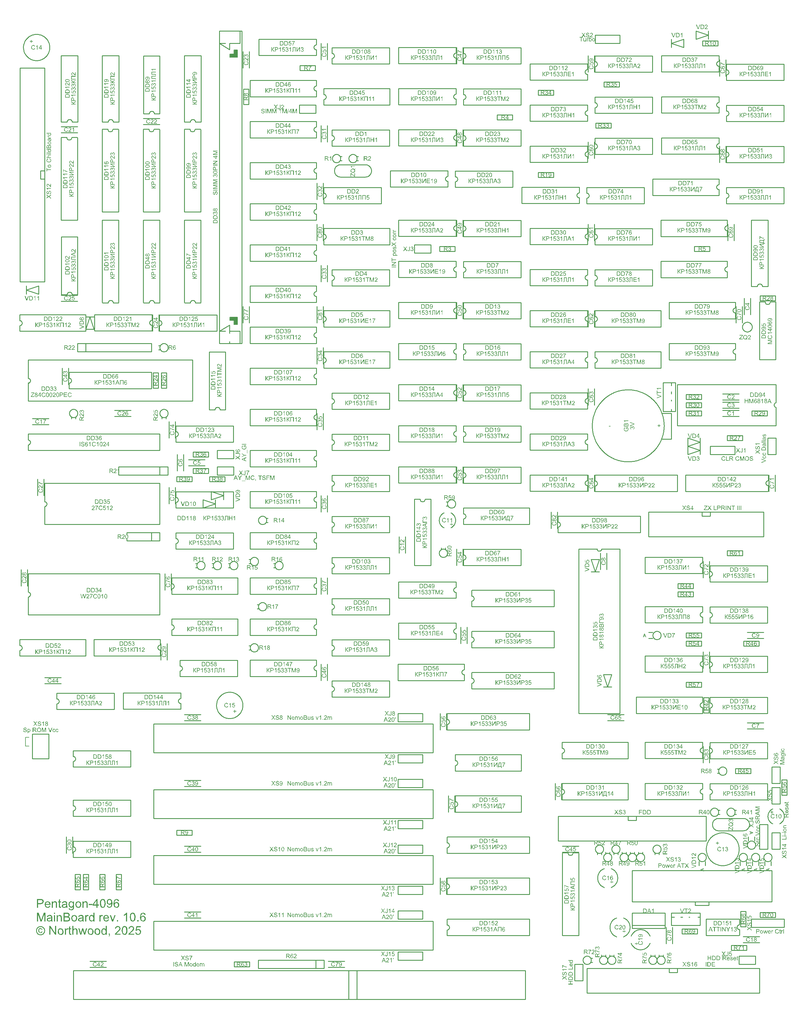
<source format=gto>
G04*
G04  File:            MAINBOARD-V10.6.6.GTO, Sat Sep 13 11:09:38 2025*
G04  Source:          P-CAD 2006 PCB, Version 19.02.958, (D:\PCAD-2006\Projects\Pentagon-4096\Hardware\MainBoard-v10.6.6.PCB)*
G04  Format:          Gerber Format (RS-274-D), ASCII*
G04*
G04  Format Options:  Absolute Positioning*
G04                   Leading-Zero Suppression*
G04                   Scale Factor 1:1*
G04                   NO Circular Interpolation*
G04                   Inch Units*
G04                   Numeric Format: 4.4 (XXXX.XXXX)*
G04                   G54 NOT Used for Aperture Change*
G04                   Apertures Embedded*
G04*
G04  File Options:    Offset = (0.0mil,0.0mil)*
G04                   Drill Symbol Size = 80.0mil*
G04                   No Pad/Via Holes*
G04*
G04  File Contents:   No Pads*
G04                   No Vias*
G04                   Designators*
G04                   Types*
G04                   Values*
G04                   No Drill Symbols*
G04                   Top Silk*
G04*
%INMAINBOARD-V10.6.6.GTO*%
%ICAS*%
%MOIN*%
G04*
G04  Aperture MACROs for general use --- invoked via D-code assignment *
G04*
G04  General MACRO for flashed round with rotation and/or offset hole *
%AMROTOFFROUND*
1,1,$1,0.0000,0.0000*
1,0,$2,$3,$4*%
G04*
G04  General MACRO for flashed oval (obround) with rotation and/or offset hole *
%AMROTOFFOVAL*
21,1,$1,$2,0.0000,0.0000,$3*
1,1,$4,$5,$6*
1,1,$4,0-$5,0-$6*
1,0,$7,$8,$9*%
G04*
G04  General MACRO for flashed oval (obround) with rotation and no hole *
%AMROTOVALNOHOLE*
21,1,$1,$2,0.0000,0.0000,$3*
1,1,$4,$5,$6*
1,1,$4,0-$5,0-$6*%
G04*
G04  General MACRO for flashed rectangle with rotation and/or offset hole *
%AMROTOFFRECT*
21,1,$1,$2,0.0000,0.0000,$3*
1,0,$4,$5,$6*%
G04*
G04  General MACRO for flashed rectangle with rotation and no hole *
%AMROTRECTNOHOLE*
21,1,$1,$2,0.0000,0.0000,$3*%
G04*
G04  General MACRO for flashed rounded-rectangle *
%AMROUNDRECT*
21,1,$1,$2-$4,0.0000,0.0000,$3*
21,1,$1-$4,$2,0.0000,0.0000,$3*
1,1,$4,$5,$6*
1,1,$4,$7,$8*
1,1,$4,0-$5,0-$6*
1,1,$4,0-$7,0-$8*
1,0,$9,$10,$11*%
G04*
G04  General MACRO for flashed rounded-rectangle with rotation and no hole *
%AMROUNDRECTNOHOLE*
21,1,$1,$2-$4,0.0000,0.0000,$3*
21,1,$1-$4,$2,0.0000,0.0000,$3*
1,1,$4,$5,$6*
1,1,$4,$7,$8*
1,1,$4,0-$5,0-$6*
1,1,$4,0-$7,0-$8*%
G04*
G04  General MACRO for flashed regular polygon *
%AMREGPOLY*
5,1,$1,0.0000,0.0000,$2,$3+$4*
1,0,$5,$6,$7*%
G04*
G04  General MACRO for flashed regular polygon with no hole *
%AMREGPOLYNOHOLE*
5,1,$1,0.0000,0.0000,$2,$3+$4*%
G04*
G04  General MACRO for target *
%AMTARGET*
6,0,0,$1,$2,$3,4,$4,$5,$6*%
G04*
G04  General MACRO for mounting hole *
%AMMTHOLE*
1,1,$1,0,0*
1,0,$2,0,0*
$1=$1-$2*
$1=$1/2*
21,1,$2+$1,$3,0,0,$4*
21,1,$3,$2+$1,0,0,$4*%
G04*
G04*
G04  D10 : "Ellipse X8.0mil Y8.0mil H0.0mil 0.0deg (0.0mil,0.0mil) Draw"*
G04  Disc: OuterDia=0.0080*
%ADD10C, 0.0080*%
G04  D11 : "Ellipse X10.0mil Y10.0mil H0.0mil 0.0deg (0.0mil,0.0mil) Draw"*
G04  Disc: OuterDia=0.0100*
%ADD11C, 0.0100*%
G04  D12 : "Ellipse X15.0mil Y15.0mil H0.0mil 0.0deg (0.0mil,0.0mil) Draw"*
G04  Disc: OuterDia=0.0150*
%ADD12C, 0.0150*%
G04  D13 : "Ellipse X25.0mil Y25.0mil H0.0mil 0.0deg (0.0mil,0.0mil) Draw"*
G04  Disc: OuterDia=0.0250*
%ADD13C, 0.0250*%
G04  D14 : "Ellipse X30.0mil Y30.0mil H0.0mil 0.0deg (0.0mil,0.0mil) Draw"*
G04  Disc: OuterDia=0.0300*
%ADD14C, 0.0300*%
G04  D15 : "Ellipse X40.0mil Y40.0mil H0.0mil 0.0deg (0.0mil,0.0mil) Draw"*
G04  Disc: OuterDia=0.0400*
%ADD15C, 0.0400*%
G04  D16 : "Ellipse X5.0mil Y5.0mil H0.0mil 0.0deg (0.0mil,0.0mil) Draw"*
G04  Disc: OuterDia=0.0050*
%ADD16C, 0.0050*%
G04  D17 : "Ellipse X6.0mil Y6.0mil H0.0mil 0.0deg (0.0mil,0.0mil) Draw"*
G04  Disc: OuterDia=0.0060*
%ADD17C, 0.0060*%
G04  D18 : "Ellipse X9.8mil Y9.8mil H0.0mil 0.0deg (0.0mil,0.0mil) Draw"*
G04  Disc: OuterDia=0.0098*
%ADD18C, 0.0098*%
G04  D19 : "Ellipse X110.0mil Y110.0mil H0.0mil 0.0deg (0.0mil,0.0mil) Flash"*
G04  Disc: OuterDia=0.1100*
%ADD19C, 0.1100*%
G04  D20 : "Ellipse X200.0mil Y200.0mil H0.0mil 0.0deg (0.0mil,0.0mil) Flash"*
G04  Disc: OuterDia=0.2000*
%ADD20C, 0.2000*%
G04  D21 : "Ellipse X215.0mil Y215.0mil H0.0mil 0.0deg (0.0mil,0.0mil) Flash"*
G04  Disc: OuterDia=0.2150*
%ADD21C, 0.2150*%
G04  D22 : "Ellipse X50.0mil Y50.0mil H0.0mil 0.0deg (0.0mil,0.0mil) Flash"*
G04  Disc: OuterDia=0.0500*
%ADD22C, 0.0500*%
G04  D23 : "Ellipse X56.0mil Y56.0mil H0.0mil 0.0deg (0.0mil,0.0mil) Flash"*
G04  Disc: OuterDia=0.0560*
%ADD23C, 0.0560*%
G04  D24 : "Ellipse X60.0mil Y60.0mil H0.0mil 0.0deg (0.0mil,0.0mil) Flash"*
G04  Disc: OuterDia=0.0600*
%ADD24C, 0.0600*%
G04  D25 : "Ellipse X64.0mil Y64.0mil H0.0mil 0.0deg (0.0mil,0.0mil) Flash"*
G04  Disc: OuterDia=0.0640*
%ADD25C, 0.0640*%
G04  D26 : "Ellipse X65.0mil Y65.0mil H0.0mil 0.0deg (0.0mil,0.0mil) Flash"*
G04  Disc: OuterDia=0.0650*
%ADD26C, 0.0650*%
G04  D27 : "Ellipse X71.0mil Y71.0mil H0.0mil 0.0deg (0.0mil,0.0mil) Flash"*
G04  Disc: OuterDia=0.0710*
%ADD27C, 0.0710*%
G04  D28 : "Ellipse X75.0mil Y75.0mil H0.0mil 0.0deg (0.0mil,0.0mil) Flash"*
G04  Disc: OuterDia=0.0750*
%ADD28C, 0.0750*%
G04  D29 : "Ellipse X79.0mil Y79.0mil H0.0mil 0.0deg (0.0mil,0.0mil) Flash"*
G04  Disc: OuterDia=0.0790*
%ADD29C, 0.0790*%
G04  D30 : "Ellipse X90.0mil Y90.0mil H0.0mil 0.0deg (0.0mil,0.0mil) Flash"*
G04  Disc: OuterDia=0.0900*
%ADD30C, 0.0900*%
G04  D31 : "Ellipse X95.0mil Y95.0mil H0.0mil 0.0deg (0.0mil,0.0mil) Flash"*
G04  Disc: OuterDia=0.0950*
%ADD31C, 0.0950*%
G04  D32 : "Oval X75.0mil Y87.0mil H0.0mil 0.0deg (0.0mil,0.0mil) Flash"*
G04  Obround: DimX=0.0750, DimY=0.0870, Rotation=0.0, OffsetX=0.0000, OffsetY=0.0000, HoleDia=0.0000 *
%ADD32O, 0.0750 X0.0870*%
G04  D33 : "Oval X90.0mil Y102.0mil H0.0mil 0.0deg (0.0mil,0.0mil) Flash"*
G04  Obround: DimX=0.0900, DimY=0.1020, Rotation=0.0, OffsetX=0.0000, OffsetY=0.0000, HoleDia=0.0000 *
%ADD33O, 0.0900 X0.1020*%
G04  D34 : "Rectangle X110.0mil Y110.0mil H0.0mil 0.0deg (0.0mil,0.0mil) Flash"*
G04  Square: Side=0.1100, Rotation=0.0, OffsetX=0.0000, OffsetY=0.0000, HoleDia=0.0000*
%ADD34R, 0.1100 X0.1100*%
G04  D35 : "Rectangle X50.0mil Y50.0mil H0.0mil 0.0deg (0.0mil,0.0mil) Flash"*
G04  Square: Side=0.0500, Rotation=0.0, OffsetX=0.0000, OffsetY=0.0000, HoleDia=0.0000*
%ADD35R, 0.0500 X0.0500*%
G04  D36 : "Rectangle X56.0mil Y56.0mil H0.0mil 0.0deg (0.0mil,0.0mil) Flash"*
G04  Square: Side=0.0560, Rotation=0.0, OffsetX=0.0000, OffsetY=0.0000, HoleDia=0.0000*
%ADD36R, 0.0560 X0.0560*%
G04  D37 : "Rectangle X60.0mil Y60.0mil H0.0mil 0.0deg (0.0mil,0.0mil) Flash"*
G04  Square: Side=0.0600, Rotation=0.0, OffsetX=0.0000, OffsetY=0.0000, HoleDia=0.0000*
%ADD37R, 0.0600 X0.0600*%
G04  D38 : "Rectangle X64.0mil Y64.0mil H0.0mil 0.0deg (0.0mil,0.0mil) Flash"*
G04  Square: Side=0.0640, Rotation=0.0, OffsetX=0.0000, OffsetY=0.0000, HoleDia=0.0000*
%ADD38R, 0.0640 X0.0640*%
G04  D39 : "Rectangle X65.0mil Y65.0mil H0.0mil 0.0deg (0.0mil,0.0mil) Flash"*
G04  Square: Side=0.0650, Rotation=0.0, OffsetX=0.0000, OffsetY=0.0000, HoleDia=0.0000*
%ADD39R, 0.0650 X0.0650*%
G04  D40 : "Rectangle X71.0mil Y71.0mil H0.0mil 0.0deg (0.0mil,0.0mil) Flash"*
G04  Square: Side=0.0710, Rotation=0.0, OffsetX=0.0000, OffsetY=0.0000, HoleDia=0.0000*
%ADD40R, 0.0710 X0.0710*%
G04  D41 : "Rectangle X75.0mil Y75.0mil H0.0mil 0.0deg (0.0mil,0.0mil) Flash"*
G04  Square: Side=0.0750, Rotation=0.0, OffsetX=0.0000, OffsetY=0.0000, HoleDia=0.0000*
%ADD41R, 0.0750 X0.0750*%
G04  D42 : "Rectangle X75.0mil Y87.0mil H0.0mil 0.0deg (0.0mil,0.0mil) Flash"*
G04  Rectangular: DimX=0.0750, DimY=0.0870, Rotation=0.0, OffsetX=0.0000, OffsetY=0.0000, HoleDia=0.0000 *
%ADD42R, 0.0750 X0.0870*%
G04  D43 : "Rectangle X79.0mil Y79.0mil H0.0mil 0.0deg (0.0mil,0.0mil) Flash"*
G04  Square: Side=0.0790, Rotation=0.0, OffsetX=0.0000, OffsetY=0.0000, HoleDia=0.0000*
%ADD43R, 0.0790 X0.0790*%
G04  D44 : "Rectangle X90.0mil Y102.0mil H0.0mil 0.0deg (0.0mil,0.0mil) Flash"*
G04  Rectangular: DimX=0.0900, DimY=0.1020, Rotation=0.0, OffsetX=0.0000, OffsetY=0.0000, HoleDia=0.0000 *
%ADD44R, 0.0900 X0.1020*%
G04  D45 : "Rectangle X95.0mil Y95.0mil H0.0mil 0.0deg (0.0mil,0.0mil) Flash"*
G04  Square: Side=0.0950, Rotation=0.0, OffsetX=0.0000, OffsetY=0.0000, HoleDia=0.0000*
%ADD45R, 0.0950 X0.0950*%
G04  D46 : "Ellipse X102.0mil Y102.0mil H0.0mil 0.0deg (0.0mil,0.0mil) Flash"*
G04  Disc: OuterDia=0.1020*
%ADD46C, 0.1020*%
G04  D47 : "Ellipse X118.0mil Y118.0mil H0.0mil 0.0deg (0.0mil,0.0mil) Flash"*
G04  Disc: OuterDia=0.1180*
%ADD47C, 0.1180*%
G04  D48 : "Ellipse X133.0mil Y133.0mil H0.0mil 0.0deg (0.0mil,0.0mil) Flash"*
G04  Disc: OuterDia=0.1330*
%ADD48C, 0.1330*%
G04  D49 : "Ellipse X20.0mil Y20.0mil H0.0mil 0.0deg (0.0mil,0.0mil) Flash"*
G04  Disc: OuterDia=0.0200*
%ADD49C, 0.0200*%
G04  D50 : "Ellipse X35.0mil Y35.0mil H0.0mil 0.0deg (0.0mil,0.0mil) Flash"*
G04  Disc: OuterDia=0.0350*
%ADD50C, 0.0350*%
G04  D51 : "Ellipse X55.0mil Y55.0mil H0.0mil 0.0deg (0.0mil,0.0mil) Flash"*
G04  Disc: OuterDia=0.0550*
%ADD51C, 0.0550*%
G04  D52 : "Ellipse X70.0mil Y70.0mil H0.0mil 0.0deg (0.0mil,0.0mil) Flash"*
G04  Disc: OuterDia=0.0700*
%ADD52C, 0.0700*%
G04  D53 : "Ellipse X87.0mil Y87.0mil H0.0mil 0.0deg (0.0mil,0.0mil) Flash"*
G04  Disc: OuterDia=0.0870*
%ADD53C, 0.0870*%
G04*
%FSLAX44Y44*%
%SFA1B1*%
%OFA0.0000B0.0000*%
G04*
G70*
G90*
G01*
D2*
%LNTop Silk*%
%LPD*%
D10*
D11*
X103981Y108600*
X104078Y108609D1*
X104172Y108638*
X104259Y108684*
X104334Y108746*
X104397Y108822*
X104443Y108908*
X104471Y109002*
X104481Y109100*
X104471Y109197*
X104443Y109291*
X104397Y109377*
X104334Y109453*
X104259Y109515*
X104172Y109562*
X104078Y109590*
X103981Y109600*
X103883Y109590*
X103790Y109562*
X103703Y109515*
X103627Y109453*
X103565Y109377*
X103519Y109291*
X103490Y109197*
X103481Y109100*
X103490Y109002*
X103519Y108908*
X103565Y108822*
X103627Y108746*
X103703Y108684*
X103790Y108638*
X103883Y108609*
X103981Y108600*
D2*
D10*
X102160Y131520*
X102600D1*
Y132600D2*
X102160D1*
Y131520*
D2*
D11*
X154375Y125500*
Y123500D1*
X153625D2*
Y125500D1*
D2*
D10*
D11*
X155375Y155500*
Y153500D1*
X154625D2*
Y155500D1*
D2*
D10*
D11*
X155375Y185500*
Y183500D1*
X154625D2*
Y185500D1*
D2*
D10*
D11*
X155375Y206500*
Y204500D1*
X154625D2*
Y206500D1*
D2*
D10*
D11*
X104375Y164000*
Y162000D1*
X103625D2*
Y164000D1*
D2*
D10*
D11*
X107375Y177500*
Y175500D1*
X106625D2*
Y177500D1*
D2*
D10*
D11*
X109812Y115937*
X109187D1*
X109812Y114062D2*
X109187D1*
Y115937*
X109812D2*
Y114062D1*
D2*
D10*
D11*
X108812Y115937*
X108187D1*
X108812Y114062D2*
X108187D1*
Y115937*
X108812D2*
Y114062D1*
D2*
D10*
D11*
X111812Y115937*
X111187D1*
X111812Y114062D2*
X111187D1*
Y115937*
X111812D2*
Y114062D1*
D2*
D10*
D11*
X118625Y142000*
Y144000D1*
X119375D2*
Y142000D1*
D2*
D10*
D11*
X118312Y176937*
X117687D1*
X118312Y175062D2*
X117687D1*
Y176937*
X118312D2*
Y175062D1*
D2*
D10*
D11*
X118750Y171350*
Y171550D1*
X119250Y171350D2*
Y171550D1*
X119000Y171499D2*
X119097Y171509D1*
X119191Y171538*
X119277Y171584*
X119353Y171646*
X119415Y171722*
X119461Y171808*
X119490Y171902*
X119500Y172000*
X119490Y172097*
X119461Y172191*
X119415Y172277*
X119353Y172353*
X119277Y172415*
X119191Y172461*
X119097Y172490*
X119000Y172500*
X118902Y172490*
X118808Y172461*
X118722Y172415*
X118646Y172353*
X118584Y172277*
X118538Y172191*
X118509Y172097*
X118499Y172000*
X118509Y171902*
X118538Y171808*
X118584Y171722*
X118646Y171646*
X118722Y171584*
X118808Y171538*
X118902Y171509*
X119000Y171499*
D2*
D10*
D11*
X119312Y176937*
X118687D1*
X119312Y175062D2*
X118687D1*
Y176937*
X119312D2*
Y175062D1*
D2*
D10*
D11*
X117625Y182000*
Y184000D1*
X118375D2*
Y182000D1*
D2*
D10*
D11*
X120625Y165000*
Y167000D1*
X121375D2*
Y165000D1*
D2*
D10*
D11*
X126850Y153750*
X127050D1*
X126850Y153250D2*
X127050D1*
X126999Y153500D2*
X127009Y153402D1*
X127038Y153308*
X127084Y153222*
X127146Y153146*
X127222Y153084*
X127308Y153038*
X127402Y153009*
X127500Y152999*
X127597Y153009*
X127691Y153038*
X127777Y153084*
X127853Y153146*
X127915Y153222*
X127961Y153308*
X127990Y153402*
X128000Y153500*
X127990Y153597*
X127961Y153691*
X127915Y153777*
X127853Y153853*
X127777Y153915*
X127691Y153961*
X127597Y153990*
X127500Y154000*
X127402Y153990*
X127308Y153961*
X127222Y153915*
X127146Y153853*
X127084Y153777*
X127038Y153691*
X127009Y153597*
X126999Y153500*
D2*
D10*
D11*
X138125Y139500*
Y141500D1*
X138875D2*
Y139500D1*
D2*
D10*
D11*
X138125Y150000*
Y152000D1*
X138875D2*
Y150000D1*
D2*
D10*
D11*
X138125Y160000*
Y162000D1*
X138875D2*
Y160000D1*
D2*
D10*
D11*
Y190000*
Y188000D1*
X138125D2*
Y190000D1*
D2*
D10*
D11*
X138875Y217000*
Y215000D1*
X138125D2*
Y217000D1*
D2*
D10*
D11*
X148375Y157000*
Y155000D1*
X147625D2*
Y157000D1*
D2*
D10*
D11*
X155375Y165500*
Y163500D1*
X154625D2*
Y165500D1*
D2*
D10*
D11*
X155375Y175500*
Y173500D1*
X154625D2*
Y175500D1*
D2*
D10*
D11*
X155375Y216500*
Y214500D1*
X154625D2*
Y216500D1*
D2*
D10*
D11*
X167375Y127000*
Y125000D1*
X166625D2*
Y127000D1*
D2*
D10*
D11*
X166875Y160000*
Y158000D1*
X166125D2*
Y160000D1*
D2*
D10*
D11*
X172750Y106150*
Y105950D1*
X172250Y106150D2*
Y105950D1*
X172500Y106000D2*
X172402Y105990D1*
X172308Y105961*
X172222Y105915*
X172146Y105853*
X172084Y105777*
X172038Y105691*
X172009Y105597*
X171999Y105500*
X172009Y105402*
X172038Y105308*
X172084Y105222*
X172146Y105146*
X172222Y105084*
X172308Y105038*
X172402Y105009*
X172500Y104999*
X172597Y105009*
X172691Y105038*
X172777Y105084*
X172853Y105146*
X172915Y105222*
X172961Y105308*
X172990Y105402*
X173000Y105500*
X172990Y105597*
X172961Y105691*
X172915Y105777*
X172853Y105853*
X172777Y105915*
X172691Y105961*
X172597Y105990*
X172500Y106000*
D2*
D10*
D11*
X173250Y118650*
Y118450D1*
X172750Y118650D2*
Y118450D1*
X173000Y118500D2*
X172902Y118490D1*
X172808Y118461*
X172722Y118415*
X172646Y118353*
X172584Y118277*
X172538Y118191*
X172509Y118097*
X172499Y118000*
X172509Y117902*
X172538Y117808*
X172584Y117722*
X172646Y117646*
X172722Y117584*
X172808Y117538*
X172902Y117509*
X173000Y117499*
X173097Y117509*
X173191Y117538*
X173277Y117584*
X173353Y117646*
X173415Y117722*
X173461Y117808*
X173490Y117902*
X173500Y118000*
X173490Y118097*
X173461Y118191*
X173415Y118277*
X173353Y118353*
X173277Y118415*
X173191Y118461*
X173097Y118490*
X173000Y118500*
D2*
D10*
D11*
X171750Y118350*
Y118550D1*
X172250Y118350D2*
Y118550D1*
X172000Y118499D2*
X172097Y118509D1*
X172191Y118538*
X172277Y118584*
X172353Y118646*
X172415Y118722*
X172461Y118808*
X172490Y118902*
X172500Y119000*
X172490Y119097*
X172461Y119191*
X172415Y119277*
X172353Y119353*
X172277Y119415*
X172191Y119461*
X172097Y119490*
X172000Y119500*
X171902Y119490*
X171808Y119461*
X171722Y119415*
X171646Y119353*
X171584Y119277*
X171538Y119191*
X171509Y119097*
X171499Y119000*
X171509Y118902*
X171538Y118808*
X171584Y118722*
X171646Y118646*
X171722Y118584*
X171808Y118538*
X171902Y118509*
X172000Y118499*
D2*
D10*
D11*
X173500Y140250*
X172500D1*
X173500Y138750D2*
X172500D1*
X173500Y140250D2*
X173000Y138750D1*
X172500Y140250*
D2*
D10*
D11*
X172125Y153000*
Y155000D1*
X172875D2*
Y153000D1*
D2*
D10*
D11*
X175250Y118650*
Y118450D1*
X174750Y118650D2*
Y118450D1*
X175000Y118500D2*
X174902Y118490D1*
X174808Y118461*
X174722Y118415*
X174646Y118353*
X174584Y118277*
X174538Y118191*
X174509Y118097*
X174499Y118000*
X174509Y117902*
X174538Y117808*
X174584Y117722*
X174646Y117646*
X174722Y117584*
X174808Y117538*
X174902Y117509*
X175000Y117499*
X175097Y117509*
X175191Y117538*
X175277Y117584*
X175353Y117646*
X175415Y117722*
X175461Y117808*
X175490Y117902*
X175500Y118000*
X175490Y118097*
X175461Y118191*
X175415Y118277*
X175353Y118353*
X175277Y118415*
X175191Y118461*
X175097Y118490*
X175000Y118500*
D2*
D10*
D11*
X176250Y118650*
Y118450D1*
X175750Y118650D2*
Y118450D1*
X176000Y118500D2*
X175902Y118490D1*
X175808Y118461*
X175722Y118415*
X175646Y118353*
X175584Y118277*
X175538Y118191*
X175509Y118097*
X175499Y118000*
X175509Y117902*
X175538Y117808*
X175584Y117722*
X175646Y117646*
X175722Y117584*
X175808Y117538*
X175902Y117509*
X176000Y117499*
X176097Y117509*
X176191Y117538*
X176277Y117584*
X176353Y117646*
X176415Y117722*
X176461Y117808*
X176490Y117902*
X176500Y118000*
X176490Y118097*
X176461Y118191*
X176415Y118277*
X176353Y118353*
X176277Y118415*
X176191Y118461*
X176097Y118490*
X176000Y118500*
D2*
D10*
D11*
X178750Y106150*
Y105950D1*
X178250Y106150D2*
Y105950D1*
X178500Y106000D2*
X178402Y105990D1*
X178308Y105961*
X178222Y105915*
X178146Y105853*
X178084Y105777*
X178038Y105691*
X178009Y105597*
X177999Y105500*
X178009Y105402*
X178038Y105308*
X178084Y105222*
X178146Y105146*
X178222Y105084*
X178308Y105038*
X178402Y105009*
X178500Y104999*
X178597Y105009*
X178691Y105038*
X178777Y105084*
X178853Y105146*
X178915Y105222*
X178961Y105308*
X178990Y105402*
X179000Y105500*
X178990Y105597*
X178961Y105691*
X178915Y105777*
X178853Y105853*
X178777Y105915*
X178691Y105961*
X178597Y105990*
X178500Y106000*
D2*
D10*
D11*
D17*
X184706Y116650*
X184312Y116500D1*
X184706Y116350*
X184575Y116406D2*
Y116593D1*
D2*
D11*
X184875Y117500*
Y117000D1*
X184125Y117500D2*
Y117000D1*
X185000Y118000D2*
X184990Y118097D1*
X184961Y118191*
X184915Y118277*
X184853Y118353*
X184777Y118415*
X184691Y118461*
X184597Y118490*
X184500Y118500*
X184402Y118490*
X184308Y118461*
X184222Y118415*
X184146Y118353*
X184084Y118277*
X184038Y118191*
X184009Y118097*
X183999Y118000*
X184009Y117902*
X184038Y117808*
X184084Y117722*
X184146Y117646*
X184222Y117584*
X184308Y117538*
X184402Y117509*
X184500Y117499*
X184597Y117509*
X184691Y117538*
X184777Y117584*
X184853Y117646*
X184915Y117722*
X184961Y117808*
X184990Y117902*
X185000Y118000*
D2*
D10*
D11*
X184625Y129500*
Y131500D1*
X185375D2*
Y129500D1*
D2*
D10*
D11*
Y143000*
Y141000D1*
X184625D2*
Y143000D1*
D2*
D10*
D11*
X184687Y135562*
X185312D1*
X184687Y137437D2*
X185312D1*
Y135562*
X184687D2*
Y137437D1*
D2*
D10*
D11*
X185375Y154000*
Y152000D1*
X184625D2*
Y154000D1*
D2*
D10*
D11*
X187375Y204500*
Y202500D1*
X186625D2*
Y204500D1*
D2*
D10*
D11*
X187375Y215000*
Y213000D1*
X186625D2*
Y215000D1*
D2*
D10*
D17*
X191206Y116650*
X190812Y116500D1*
X191206Y116350*
X191075Y116406D2*
Y116593D1*
D2*
D11*
X191375Y117500*
Y117000D1*
X190625Y117500D2*
Y117000D1*
X191500Y118000D2*
X191490Y118097D1*
X191461Y118191*
X191415Y118277*
X191353Y118353*
X191277Y118415*
X191191Y118461*
X191097Y118490*
X191000Y118500*
X190902Y118490*
X190808Y118461*
X190722Y118415*
X190646Y118353*
X190584Y118277*
X190538Y118191*
X190509Y118097*
X190499Y118000*
X190509Y117902*
X190538Y117808*
X190584Y117722*
X190646Y117646*
X190722Y117584*
X190808Y117538*
X190902Y117509*
X191000Y117499*
X191097Y117509*
X191191Y117538*
X191277Y117584*
X191353Y117646*
X191415Y117722*
X191461Y117808*
X191490Y117902*
X191500Y118000*
D2*
D10*
D17*
X190293Y120849*
X190687Y120999D1*
X190293Y121149*
X190425Y121093D2*
Y120906D1*
D2*
D11*
X190125Y120000*
Y120500D1*
X190875Y120000D2*
Y120500D1*
X189999Y119500D2*
X190009Y119402D1*
X190038Y119308*
X190084Y119222*
X190146Y119146*
X190222Y119084*
X190308Y119038*
X190402Y119009*
X190500Y118999*
X190597Y119009*
X190691Y119038*
X190777Y119084*
X190853Y119146*
X190915Y119222*
X190961Y119308*
X190990Y119402*
X191000Y119500*
X190990Y119597*
X190961Y119691*
X190915Y119777*
X190853Y119853*
X190777Y119915*
X190691Y119961*
X190597Y119990*
X190500Y120000*
X190402Y119990*
X190308Y119961*
X190222Y119915*
X190146Y119853*
X190084Y119777*
X190038Y119691*
X190009Y119597*
X189999Y119500*
D2*
D10*
D11*
X189625Y184000*
Y186000D1*
X190375D2*
Y184000D1*
D2*
D10*
D11*
X193077Y123906*
X192990Y123860D1*
X192907Y123805*
X192831Y123743*
X192761Y123674*
X192698Y123598*
X192643Y123516*
X192596Y123429*
X192559Y123338*
X192530Y123244*
X192510Y123147*
X192501Y123049*
Y122950*
X192510Y122852*
X192530Y122755*
X192559Y122661*
X192596Y122570*
X192643Y122483*
X192698Y122401*
X192761Y122325*
X192831Y122256*
X192907Y122194*
X192990Y122139*
X193077Y122093*
X193922D2*
X194009Y122139D1*
X194092Y122194*
X194168Y122256*
X194238Y122325*
X194301Y122401*
X194356Y122483*
X194403Y122570*
X194440Y122661*
X194469Y122755*
X194489Y122852*
X194498Y122950*
Y123049*
X194489Y123147*
X194469Y123244*
X194440Y123338*
X194403Y123429*
X194356Y123516*
X194301Y123598*
X194238Y123674*
X194168Y123743*
X194092Y123805*
X194009Y123860*
X193922Y123906*
D2*
D10*
D11*
X194000Y129000*
X193000D1*
Y127000D2*
X194000D1*
Y129000*
X193000D2*
Y127000D1*
D2*
D10*
D11*
X192625Y162500*
Y164500D1*
X193375D2*
Y162500D1*
D2*
D10*
D11*
X109500Y182250*
X110500D1*
X109500Y183750D2*
X110500D1*
X109500Y182250D2*
X110000Y183750D1*
X110500Y182250*
D2*
D10*
D11*
X138875Y207000*
Y205000D1*
X138125D2*
Y207000D1*
D2*
D10*
D11*
X155375Y195500*
Y193500D1*
X154625D2*
Y195500D1*
D2*
D10*
D11*
X180125Y107500*
Y109500D1*
X180875D2*
Y107500D1*
D2*
D10*
D11*
X187625Y193000*
Y195000D1*
X188375D2*
Y193000D1*
D2*
D10*
D11*
X189187Y109562*
X189812D1*
X189187Y111437D2*
X189812D1*
Y109562*
X189187D2*
Y111437D1*
D2*
D10*
D11*
X193000Y119000*
X194000D1*
Y121000D2*
X193000D1*
Y119000*
X194000D2*
Y121000D1*
D2*
D10*
D11*
X106500Y139125*
X104500D1*
Y139875D2*
X106500D1*
D2*
D10*
D11*
X119875Y152500*
Y150500D1*
X119125D2*
Y152500D1*
D2*
D10*
D11*
X118500Y156500*
Y157500D1*
X117500Y156500D2*
Y157500D1*
X114500D2*
Y156500D1*
X118500*
Y157500D2*
X114500D1*
D2*
D10*
D11*
X113000Y172375*
X115000D1*
Y171625D2*
X113000D1*
D2*
D10*
D11*
X116500Y207875*
X118500D1*
Y207125D2*
X116500D1*
D2*
D10*
D11*
X130350Y148750*
X130550D1*
X130350Y148250D2*
X130550D1*
X130499Y148500D2*
X130509Y148402D1*
X130538Y148308*
X130584Y148222*
X130646Y148146*
X130722Y148084*
X130808Y148038*
X130902Y148009*
X131000Y147999*
X131097Y148009*
X131191Y148038*
X131277Y148084*
X131353Y148146*
X131415Y148222*
X131461Y148308*
X131490Y148402*
X131500Y148500*
X131490Y148597*
X131461Y148691*
X131415Y148777*
X131353Y148853*
X131277Y148915*
X131191Y148961*
X131097Y148990*
X131000Y149000*
X130902Y148990*
X130808Y148961*
X130722Y148915*
X130646Y148853*
X130584Y148777*
X130538Y148691*
X130509Y148597*
X130499Y148500*
D2*
D10*
D11*
X124562Y164312*
Y163687D1*
X126437Y164312D2*
Y163687D1*
X124562*
Y164312D2*
X126437D1*
D2*
D10*
D11*
X124000Y165625*
X122000D1*
Y166375D2*
X124000D1*
D2*
D10*
D11*
X122562Y167312*
Y166687D1*
X124437Y167312D2*
Y166687D1*
X122562*
Y167312D2*
X124437D1*
D2*
D10*
D11*
X142650Y202750*
X142450D1*
X142650Y203250D2*
X142450D1*
X142500Y203000D2*
X142490Y203097D1*
X142461Y203191*
X142415Y203277*
X142353Y203353*
X142277Y203415*
X142191Y203461*
X142097Y203490*
X142000Y203500*
X141902Y203490*
X141808Y203461*
X141722Y203415*
X141646Y203353*
X141584Y203277*
X141538Y203191*
X141509Y203097*
X141499Y203000*
X141509Y202902*
X141538Y202808*
X141584Y202722*
X141646Y202646*
X141722Y202584*
X141808Y202538*
X141902Y202509*
X142000Y202499*
X142097Y202509*
X142191Y202538*
X142277Y202584*
X142353Y202646*
X142415Y202722*
X142461Y202808*
X142490Y202902*
X142500Y203000*
D2*
D10*
D11*
X140650Y202750*
X140450D1*
X140650Y203250D2*
X140450D1*
X140500Y203000D2*
X140490Y203097D1*
X140461Y203191*
X140415Y203277*
X140353Y203353*
X140277Y203415*
X140191Y203461*
X140097Y203490*
X140000Y203500*
X139902Y203490*
X139808Y203461*
X139722Y203415*
X139646Y203353*
X139584Y203277*
X139538Y203191*
X139509Y203097*
X139499Y203000*
X139509Y202902*
X139538Y202808*
X139584Y202722*
X139646Y202646*
X139722Y202584*
X139808Y202538*
X139902Y202509*
X140000Y202499*
X140097Y202509*
X140191Y202538*
X140277Y202584*
X140353Y202646*
X140415Y202722*
X140461Y202808*
X140490Y202902*
X140500Y203000*
D2*
D10*
D11*
X135562Y214312*
Y213687D1*
X137437Y214312D2*
Y213687D1*
X135562*
Y214312D2*
X137437D1*
D2*
D10*
D11*
X150500Y119500*
Y118500D1*
X147500D2*
Y119500D1*
X150500Y118500D2*
X147500D1*
Y119500D2*
X150500D1*
D2*
D10*
D11*
Y122500*
Y121500D1*
X147500D2*
Y122500D1*
X150500Y121500D2*
X147500D1*
Y122500D2*
X150500D1*
D2*
D10*
D11*
Y127500*
Y126500D1*
X147500D2*
Y127500D1*
X150500Y126500D2*
X147500D1*
Y127500D2*
X150500D1*
D2*
D10*
D11*
Y130500*
Y129500D1*
X147500D2*
Y130500D1*
X150500Y129500D2*
X147500D1*
Y130500D2*
X150500D1*
D2*
D10*
D11*
X161437Y207687*
Y208312D1*
X159562Y207687D2*
Y208312D1*
X161437*
Y207687D2*
X159562D1*
D2*
D10*
D11*
X166437Y210687*
Y211312D1*
X164562Y210687D2*
Y211312D1*
X166437*
Y210687D2*
X164562D1*
D2*
D10*
D11*
X174918Y110650*
X175010Y110612D1*
X175099Y110567*
X175184Y110514*
X175264Y110455*
X175339Y110390*
X175409Y110319*
X175473Y110242*
X175530Y110160*
X175580Y110074*
X175623Y109984*
X175659Y109891*
X175687Y109796*
X175707Y109698*
X175719Y109599*
X175723Y109500*
X175719Y109400*
X175707Y109301*
X175687Y109203*
X175659Y109108*
X175623Y109015*
X175580Y108925*
X175530Y108839*
X175473Y108757*
X175409Y108680*
X175339Y108609*
X175264Y108544*
X175184Y108485*
X175099Y108432*
X175010Y108387*
X174918Y108349*
X174081D2*
X173989Y108387D1*
X173900Y108432*
X173815Y108485*
X173735Y108544*
X173660Y108609*
X173590Y108680*
X173526Y108757*
X173469Y108839*
X173419Y108925*
X173376Y109015*
X173340Y109108*
X173312Y109203*
X173292Y109301*
X173280Y109400*
X173276Y109500*
X173280Y109599*
X173292Y109698*
X173312Y109796*
X173340Y109891*
X173376Y109984*
X173419Y110074*
X173469Y110160*
X173526Y110242*
X173590Y110319*
X173660Y110390*
X173735Y110455*
X173815Y110514*
X173900Y110567*
X173989Y110612*
X174081Y110650*
D2*
D10*
D11*
X173418Y114349*
X173510Y114387D1*
X173599Y114432*
X173684Y114485*
X173764Y114544*
X173839Y114609*
X173909Y114680*
X173973Y114757*
X174030Y114839*
X174080Y114925*
X174123Y115015*
X174159Y115108*
X174187Y115203*
X174207Y115301*
X174219Y115400*
X174223Y115500*
X174219Y115599*
X174207Y115698*
X174187Y115796*
X174159Y115891*
X174123Y115984*
X174080Y116074*
X174030Y116160*
X173973Y116242*
X173909Y116319*
X173839Y116390*
X173764Y116455*
X173684Y116514*
X173599Y116567*
X173510Y116612*
X173418Y116650*
X172581D2*
X172489Y116612D1*
X172400Y116567*
X172315Y116514*
X172235Y116455*
X172160Y116390*
X172090Y116319*
X172026Y116242*
X171969Y116160*
X171919Y116074*
X171876Y115984*
X171840Y115891*
X171812Y115796*
X171792Y115698*
X171780Y115599*
X171776Y115500*
X171780Y115400*
X171792Y115301*
X171812Y115203*
X171840Y115108*
X171876Y115015*
X171919Y114925*
X171969Y114839*
X172026Y114757*
X172090Y114680*
X172160Y114609*
X172235Y114544*
X172315Y114485*
X172400Y114432*
X172489Y114387*
X172581Y114349*
D2*
D10*
D11*
X178750Y118350*
Y118550D1*
X179250Y118350D2*
Y118550D1*
X179000Y118499D2*
X179097Y118509D1*
X179191Y118538*
X179277Y118584*
X179353Y118646*
X179415Y118722*
X179461Y118808*
X179490Y118902*
X179500Y119000*
X179490Y119097*
X179461Y119191*
X179415Y119277*
X179353Y119353*
X179277Y119415*
X179191Y119461*
X179097Y119490*
X179000Y119500*
X178902Y119490*
X178808Y119461*
X178722Y119415*
X178646Y119353*
X178584Y119277*
X178538Y119191*
X178509Y119097*
X178499Y119000*
X178509Y118902*
X178538Y118808*
X178584Y118722*
X178646Y118646*
X178722Y118584*
X178808Y118538*
X178902Y118509*
X179000Y118499*
D2*
D10*
D11*
X178000Y144625*
X178500D1*
X178000Y145375D2*
X178500D1*
X179000Y144499D2*
X179097Y144509D1*
X179191Y144538*
X179277Y144584*
X179353Y144646*
X179415Y144722*
X179461Y144808*
X179490Y144902*
X179500Y145000*
X179490Y145097*
X179461Y145191*
X179415Y145277*
X179353Y145353*
X179277Y145415*
X179191Y145461*
X179097Y145490*
X179000Y145500*
X178902Y145490*
X178808Y145461*
X178722Y145415*
X178646Y145353*
X178584Y145277*
X178538Y145191*
X178509Y145097*
X178499Y145000*
X178509Y144902*
X178538Y144808*
X178584Y144722*
X178646Y144646*
X178722Y144584*
X178808Y144538*
X178902Y144509*
X179000Y144499*
D2*
D17*
X177650Y144793*
X177500Y145187D1*
X177350Y144793*
X177406Y144925D2*
X177593D1*
D2*
D11*
D10*
D11*
X171375Y164500*
Y162500D1*
X170625D2*
Y164500D1*
D2*
D10*
D11*
X172562Y212312*
Y211687D1*
X174437Y212312D2*
Y211687D1*
X172562*
Y212312D2*
X174437D1*
D2*
D10*
D11*
X171375Y215500*
Y213500D1*
X170625D2*
Y215500D1*
D2*
D10*
D11*
X188062Y107312*
Y106687D1*
X189937Y107312D2*
Y106687D1*
X188062*
Y107312D2*
X189937D1*
D2*
D10*
D11*
X186500Y121250*
X186402Y121256D1*
X186305Y121275*
X186212Y121307*
X186125Y121350*
X186043Y121404*
X185969Y121469*
X185904Y121543*
X185850Y121625*
X185807Y121712*
X185775Y121805*
X185756Y121902*
X185750Y122000*
X185756Y122097*
X185775Y122194*
X185807Y122287*
X185850Y122375*
X185904Y122456*
X185969Y122530*
X186043Y122595*
X186125Y122649*
X186212Y122692*
X186305Y122724*
X186402Y122743*
X186500Y122750*
X189500D2*
X189597Y122743D1*
X189694Y122724*
X189787Y122692*
X189875Y122649*
X189956Y122595*
X190030Y122530*
X190095Y122456*
X190149Y122375*
X190192Y122287*
X190224Y122194*
X190243Y122097*
X190250Y122000*
X190243Y121902*
X190224Y121805*
X190192Y121712*
X190149Y121625*
X190095Y121543*
X190030Y121469*
X189956Y121404*
X189875Y121350*
X189787Y121307*
X189694Y121275*
X189597Y121256*
X189500Y121250*
X186500D2*
X189500D1*
X186500Y122750D2*
X189500D1*
D2*
D10*
D11*
X192000Y133625*
X190000D1*
Y134375D2*
X192000D1*
D2*
D10*
D11*
X184437Y138687*
Y139312D1*
X182562Y138687D2*
Y139312D1*
X184437*
Y138687D2*
X182562D1*
D2*
D10*
D11*
X190000Y145375*
X192000D1*
Y144625D2*
X190000D1*
D2*
D10*
D11*
X184437Y144687*
Y145312D1*
X182562Y144687D2*
Y145312D1*
X184437*
Y144687D2*
X182562D1*
D2*
D10*
D11*
X189437Y154687*
Y155312D1*
X187562Y154687D2*
Y155312D1*
X189437*
Y154687D2*
X187562D1*
D2*
D10*
D11*
Y169312*
Y168687D1*
X189437Y169312D2*
Y168687D1*
X187562*
Y169312D2*
X189437D1*
D2*
D10*
D11*
X189000Y171625*
X187000D1*
Y172375D2*
X189000D1*
D2*
D10*
D11*
X187000Y173375*
X189000D1*
Y172625D2*
X187000D1*
D2*
D10*
D11*
X182562Y173312*
Y172687D1*
X184437Y173312D2*
Y172687D1*
X182562*
Y173312D2*
X184437D1*
D2*
D10*
D11*
Y171687*
Y172312D1*
X182562Y171687D2*
Y172312D1*
X184437*
Y171687D2*
X182562D1*
D2*
D10*
D11*
X186437Y216687*
Y217312D1*
X184562Y216687D2*
Y217312D1*
X186437*
Y216687D2*
X184562D1*
D2*
D10*
D11*
X107875Y120500*
Y118500D1*
X107125D2*
Y120500D1*
D2*
D10*
D11*
X102375Y153000*
Y151000D1*
X101625D2*
Y153000D1*
D2*
D10*
D11*
X103000Y171375*
X105000D1*
Y170625D2*
X103000D1*
D2*
D10*
D11*
X107750Y171350*
Y171550D1*
X108250Y171350D2*
Y171550D1*
X108000Y171499D2*
X108097Y171509D1*
X108191Y171538*
X108277Y171584*
X108353Y171646*
X108415Y171722*
X108461Y171808*
X108490Y171902*
X108500Y172000*
X108490Y172097*
X108461Y172191*
X108415Y172277*
X108353Y172353*
X108277Y172415*
X108191Y172461*
X108097Y172490*
X108000Y172500*
X107902Y172490*
X107808Y172461*
X107722Y172415*
X107646Y172353*
X107584Y172277*
X107538Y172191*
X107509Y172097*
X107499Y172000*
X107509Y171902*
X107538Y171808*
X107584Y171722*
X107646Y171646*
X107722Y171584*
X107808Y171538*
X107902Y171509*
X108000Y171499*
D2*
D10*
D11*
X106500Y186375*
X108500D1*
Y185625D2*
X106500D1*
D2*
D10*
D11*
X103750Y186500*
Y187500D1*
X102250Y186500D2*
Y187500D1*
X103750Y186500D2*
X102250Y187000D1*
X103750Y187500*
D2*
D10*
D11*
X106500Y206875*
X108500D1*
Y206125D2*
X106500D1*
D2*
D10*
D11*
X112000Y104625*
X110000D1*
Y105375D2*
X112000D1*
D2*
D10*
D11*
X113812Y115937*
X113187D1*
X113812Y114062D2*
X113187D1*
Y115937*
X113812D2*
Y114062D1*
D2*
D10*
D18*
X121051Y136723*
X120958Y136738D1*
X120874Y136780*
X120808Y136847*
X120765Y136930*
X120751Y137023*
X120765Y137116*
X120808Y137199*
X120874Y137266*
X120958Y137308*
X121051Y137323*
Y136723D2*
Y136039D1*
X114043Y138007D2*
X121051D1*
Y136039D2*
X114043D1*
X121051Y138007D2*
Y137323D1*
X114043Y136039D2*
Y138007D1*
D2*
D10*
D11*
X120375Y163000*
Y161000D1*
X119625D2*
Y163000D1*
D2*
D10*
D11*
X113500Y164500*
Y165500D1*
X118500D2*
Y164500D1*
X119500Y165500D2*
Y164500D1*
X113500Y165500D2*
X119500D1*
Y164500D2*
X113500D1*
D2*
D10*
D11*
X118350Y180250*
X118550D1*
X118350Y179750D2*
X118550D1*
X118499Y180000D2*
X118509Y179902D1*
X118538Y179808*
X118584Y179722*
X118646Y179646*
X118722Y179584*
X118808Y179538*
X118902Y179509*
X119000Y179499*
X119097Y179509*
X119191Y179538*
X119277Y179584*
X119353Y179646*
X119415Y179722*
X119461Y179808*
X119490Y179902*
X119500Y180000*
X119490Y180097*
X119461Y180191*
X119415Y180277*
X119353Y180353*
X119277Y180415*
X119191Y180461*
X119097Y180490*
X119000Y180500*
X118902Y180490*
X118808Y180461*
X118722Y180415*
X118646Y180353*
X118584Y180277*
X118538Y180191*
X118509Y180097*
X118499Y180000*
D2*
D10*
D18*
X112823Y207448*
X112808Y207541D1*
X112766Y207625*
X112699Y207691*
X112616Y207734*
X112523Y207748*
X112430Y207734*
X112347Y207691*
X112280Y207625*
X112238Y207541*
X112223Y207448*
X111500*
X113508Y215500D2*
Y207449D1*
X111500D2*
Y215500D1*
X113507Y207448D2*
X112823D1*
X111500Y215500D2*
X113500D1*
D2*
D10*
D18*
X117223Y208448*
X117238Y208541D1*
X117280Y208625*
X117347Y208691*
X117430Y208734*
X117523Y208748*
X117616Y208734*
X117699Y208691*
X117766Y208625*
X117808Y208541*
X117823Y208448*
X117223D2*
X116539D1*
X118507Y215456D2*
Y208448D1*
X116539D2*
Y215456D1*
X118507Y208448D2*
X117823D1*
X116539Y215456D2*
X118507D1*
D2*
D10*
D11*
X129437Y104687*
Y105312D1*
X127562Y104687D2*
Y105312D1*
X129437*
Y104687D2*
X127562D1*
D2*
D10*
D11*
X127000Y134900*
X127099Y134903D1*
X127198Y134912*
X127296Y134928*
X127393Y134949*
X127489Y134977*
X127583Y135010*
X127674Y135049*
X127763Y135094*
X127849Y135144*
X127932Y135200*
X128011Y135260*
X128086Y135325*
X128157Y135395*
X128223Y135469*
X128285Y135547*
X128341Y135629*
X128393Y135714*
X128439Y135802*
X128480Y135893*
X128514Y135986*
X128543Y136082*
X128566Y136178*
X128583Y136276*
X128594Y136375*
X128599Y136475*
X128597Y136574*
X128590Y136673*
X128576Y136772*
X128556Y136869*
X128530Y136965*
X128498Y137060*
X128460Y137152*
X128417Y137241*
X128368Y137328*
X128314Y137411*
X128254Y137491*
X128190Y137567*
X128122Y137639*
X128049Y137707*
X127972Y137770*
X127891Y137828*
X127806Y137881*
X127719Y137928*
X127629Y137970*
X127536Y138006*
X127441Y138037*
X127345Y138061*
X127247Y138080*
X127149Y138092*
X127049Y138098*
X126950*
X126850Y138092*
X126752Y138080*
X126654Y138061*
X126558Y138037*
X126463Y138006*
X126370Y137970*
X126280Y137928*
X126193Y137881*
X126108Y137828*
X126027Y137770*
X125950Y137707*
X125877Y137639*
X125809Y137567*
X125745Y137491*
X125685Y137411*
X125631Y137328*
X125582Y137241*
X125539Y137152*
X125501Y137060*
X125469Y136965*
X125443Y136869*
X125423Y136772*
X125409Y136673*
X125402Y136574*
X125400Y136475*
X125405Y136375*
X125416Y136276*
X125433Y136178*
X125456Y136082*
X125485Y135986*
X125519Y135893*
X125560Y135802*
X125606Y135714*
X125658Y135629*
X125714Y135547*
X125776Y135469*
X125842Y135395*
X125913Y135325*
X125988Y135260*
X126067Y135200*
X126150Y135144*
X126236Y135094*
X126325Y135049*
X126416Y135010*
X126510Y134977*
X126606Y134949*
X126703Y134928*
X126801Y134912*
X126900Y134903*
X127000Y134900*
D2*
D10*
D11*
X129350Y143750*
X129550D1*
X129350Y143250D2*
X129550D1*
X129499Y143500D2*
X129509Y143402D1*
X129538Y143308*
X129584Y143222*
X129646Y143146*
X129722Y143084*
X129808Y143038*
X129902Y143009*
X130000Y142999*
X130097Y143009*
X130191Y143038*
X130277Y143084*
X130353Y143146*
X130415Y143222*
X130461Y143308*
X130490Y143402*
X130500Y143500*
X130490Y143597*
X130461Y143691*
X130415Y143777*
X130353Y143853*
X130277Y143915*
X130191Y143961*
X130097Y143990*
X130000Y144000*
X129902Y143990*
X129808Y143961*
X129722Y143915*
X129646Y143853*
X129584Y143777*
X129538Y143691*
X129509Y143597*
X129499Y143500*
D2*
D10*
D11*
X122850Y153750*
X123050D1*
X122850Y153250D2*
X123050D1*
X122999Y153500D2*
X123009Y153402D1*
X123038Y153308*
X123084Y153222*
X123146Y153146*
X123222Y153084*
X123308Y153038*
X123402Y153009*
X123500Y152999*
X123597Y153009*
X123691Y153038*
X123777Y153084*
X123853Y153146*
X123915Y153222*
X123961Y153308*
X123990Y153402*
X124000Y153500*
X123990Y153597*
X123961Y153691*
X123915Y153777*
X123853Y153853*
X123777Y153915*
X123691Y153961*
X123597Y153990*
X123500Y154000*
X123402Y153990*
X123308Y153961*
X123222Y153915*
X123146Y153853*
X123084Y153777*
X123038Y153691*
X123009Y153597*
X122999Y153500*
D2*
D10*
D11*
X124850Y153750*
X125050D1*
X124850Y153250D2*
X125050D1*
X124999Y153500D2*
X125009Y153402D1*
X125038Y153308*
X125084Y153222*
X125146Y153146*
X125222Y153084*
X125308Y153038*
X125402Y153009*
X125500Y152999*
X125597Y153009*
X125691Y153038*
X125777Y153084*
X125853Y153146*
X125915Y153222*
X125961Y153308*
X125990Y153402*
X126000Y153500*
X125990Y153597*
X125961Y153691*
X125915Y153777*
X125853Y153853*
X125777Y153915*
X125691Y153961*
X125597Y153990*
X125500Y154000*
X125402Y153990*
X125308Y153961*
X125222Y153915*
X125146Y153853*
X125084Y153777*
X125038Y153691*
X125009Y153597*
X124999Y153500*
D2*
D10*
D11*
X129350Y154250*
X129550D1*
X129350Y153750D2*
X129550D1*
X129499Y154000D2*
X129509Y153902D1*
X129538Y153808*
X129584Y153722*
X129646Y153646*
X129722Y153584*
X129808Y153538*
X129902Y153509*
X130000Y153499*
X130097Y153509*
X130191Y153538*
X130277Y153584*
X130353Y153646*
X130415Y153722*
X130461Y153808*
X130490Y153902*
X130500Y154000*
X130490Y154097*
X130461Y154191*
X130415Y154277*
X130353Y154353*
X130277Y154415*
X130191Y154461*
X130097Y154490*
X130000Y154500*
X129902Y154490*
X129808Y154461*
X129722Y154415*
X129646Y154353*
X129584Y154277*
X129538Y154191*
X129509Y154097*
X129499Y154000*
D2*
D10*
D11*
X125500Y166500*
Y167500D1*
X127500D2*
Y166500D1*
X125500*
Y167500D2*
X127500D1*
D2*
D10*
D11*
X125500Y164500*
Y165500D1*
X127500D2*
Y164500D1*
X125500*
Y165500D2*
X127500D1*
D2*
D10*
D11*
X122562Y165312*
Y164687D1*
X124437Y165312D2*
Y164687D1*
X122562*
Y165312D2*
X124437D1*
D2*
D10*
D11*
X124750Y162500*
Y161500D1*
X126250Y162500D2*
Y161500D1*
X124750Y162500D2*
X126250Y162000D1*
X124750Y161500*
D2*
D10*
D18*
X125223Y172448*
X125238Y172541D1*
X125280Y172625*
X125347Y172691*
X125430Y172734*
X125523Y172748*
X125616Y172734*
X125699Y172691*
X125766Y172625*
X125808Y172541*
X125823Y172448*
X125223D2*
X124539D1*
X126507Y179456D2*
Y172448D1*
X124539D2*
Y179456D1*
X126507Y172448D2*
X125823D1*
X124539Y179456D2*
X126507D1*
D2*
D10*
D11*
X129375Y185000*
Y183000D1*
X128625D2*
Y185000D1*
D2*
D10*
D11*
Y214000*
Y216000D1*
X129375D2*
Y214000D1*
D2*
D10*
D11*
X128687Y209562*
X129312D1*
X128687Y211437D2*
X129312D1*
Y209562*
X128687D2*
Y211437D1*
D2*
D10*
D11*
X139000Y105375*
X141000D1*
Y104625D2*
X139000D1*
D2*
D10*
D11*
X138375Y180000*
Y178000D1*
X137625D2*
Y180000D1*
D2*
D10*
D11*
Y170000*
Y172000D1*
X138375D2*
Y170000D1*
D2*
D10*
D11*
Y185000*
Y183000D1*
X137625D2*
Y185000D1*
D2*
D10*
D11*
X140500Y200750*
X140402Y200756D1*
X140305Y200775*
X140212Y200807*
X140125Y200850*
X140043Y200904*
X139969Y200969*
X139904Y201043*
X139850Y201125*
X139807Y201212*
X139775Y201305*
X139756Y201402*
X139750Y201500*
X139756Y201597*
X139775Y201694*
X139807Y201787*
X139850Y201875*
X139904Y201956*
X139969Y202030*
X140043Y202095*
X140125Y202149*
X140212Y202192*
X140305Y202224*
X140402Y202243*
X140500Y202250*
X143500D2*
X143597Y202243D1*
X143694Y202224*
X143787Y202192*
X143875Y202149*
X143956Y202095*
X144030Y202030*
X144095Y201956*
X144149Y201875*
X144192Y201787*
X144224Y201694*
X144243Y201597*
X144250Y201500*
X144243Y201402*
X144224Y201305*
X144192Y201212*
X144149Y201125*
X144095Y201043*
X144030Y200969*
X143956Y200904*
X143875Y200850*
X143787Y200807*
X143694Y200775*
X143597Y200756*
X143500Y200750*
X140500D2*
X143500D1*
X140500Y202250D2*
X143500D1*
D2*
D10*
D11*
X138375Y200000*
Y198000D1*
X137625D2*
Y200000D1*
D2*
D10*
D11*
X153375Y115500*
Y113500D1*
X152625D2*
Y115500D1*
D2*
D10*
D18*
X155551Y140223*
X155458Y140238D1*
X155374Y140280*
X155308Y140347*
X155265Y140430*
X155251Y140523*
X155265Y140616*
X155308Y140699*
X155374Y140766*
X155458Y140808*
X155551Y140823*
Y140223D2*
Y139500D1*
X147500Y141508D2*
X155551D1*
Y139500D2*
X147500D1*
X155551Y141507D2*
Y140823D1*
X147500Y139500D2*
Y141500D1*
D2*
D10*
D11*
X150500Y135500*
Y134500D1*
X147500D2*
Y135500D1*
X150500Y134500D2*
X147500D1*
Y135500D2*
X150500D1*
D2*
D10*
D18*
X154551Y150223*
X154458Y150238D1*
X154374Y150280*
X154308Y150347*
X154265Y150430*
X154251Y150523*
X154265Y150616*
X154308Y150699*
X154374Y150766*
X154458Y150808*
X154551Y150823*
Y150223D2*
Y149539D1*
X147543Y151507D2*
X154551D1*
Y149539D2*
X147543D1*
X154551Y151507D2*
Y150823D1*
X147543Y149539D2*
Y151507D1*
D2*
D10*
D11*
X153250Y155650*
Y155450D1*
X152750Y155650D2*
Y155450D1*
X153000Y155500D2*
X152902Y155490D1*
X152808Y155461*
X152722Y155415*
X152646Y155353*
X152584Y155277*
X152538Y155191*
X152509Y155097*
X152499Y155000*
X152509Y154902*
X152538Y154808*
X152584Y154722*
X152646Y154646*
X152722Y154584*
X152808Y154538*
X152902Y154509*
X153000Y154499*
X153097Y154509*
X153191Y154538*
X153277Y154584*
X153353Y154646*
X153415Y154722*
X153461Y154808*
X153490Y154902*
X153500Y155000*
X153490Y155097*
X153461Y155191*
X153415Y155277*
X153353Y155353*
X153277Y155415*
X153191Y155461*
X153097Y155490*
X153000Y155500*
D2*
D10*
D11*
X153922Y158093*
X154009Y158139D1*
X154092Y158194*
X154168Y158256*
X154238Y158325*
X154301Y158401*
X154356Y158483*
X154403Y158570*
X154440Y158661*
X154469Y158755*
X154489Y158852*
X154498Y158950*
Y159049*
X154489Y159147*
X154469Y159244*
X154440Y159338*
X154403Y159429*
X154356Y159516*
X154301Y159598*
X154238Y159674*
X154168Y159743*
X154092Y159805*
X154009Y159860*
X153922Y159906*
X153077D2*
X152990Y159860D1*
X152907Y159805*
X152831Y159743*
X152761Y159674*
X152698Y159598*
X152643Y159516*
X152596Y159429*
X152559Y159338*
X152530Y159244*
X152510Y159147*
X152501Y159049*
Y158950*
X152510Y158852*
X152530Y158755*
X152559Y158661*
X152596Y158570*
X152643Y158483*
X152698Y158401*
X152761Y158325*
X152831Y158256*
X152907Y158194*
X152990Y158139*
X153077Y158093*
D2*
D10*
D11*
X153350Y161250*
X153550D1*
X153350Y160750D2*
X153550D1*
X153499Y161000D2*
X153509Y160902D1*
X153538Y160808*
X153584Y160722*
X153646Y160646*
X153722Y160584*
X153808Y160538*
X153902Y160509*
X154000Y160499*
X154097Y160509*
X154191Y160538*
X154277Y160584*
X154353Y160646*
X154415Y160722*
X154461Y160808*
X154490Y160902*
X154500Y161000*
X154490Y161097*
X154461Y161191*
X154415Y161277*
X154353Y161353*
X154277Y161415*
X154191Y161461*
X154097Y161490*
X154000Y161500*
X153902Y161490*
X153808Y161461*
X153722Y161415*
X153646Y161353*
X153584Y161277*
X153538Y161191*
X153509Y161097*
X153499Y161000*
D2*
D10*
D18*
X154551Y164223*
X154458Y164238D1*
X154374Y164280*
X154308Y164347*
X154265Y164430*
X154251Y164523*
X154265Y164616*
X154308Y164699*
X154374Y164766*
X154458Y164808*
X154551Y164823*
Y164223D2*
Y163539D1*
X147543Y165507D2*
X154551D1*
Y163539D2*
X147543D1*
X154551Y165507D2*
Y164823D1*
X147543Y163539D2*
Y165507D1*
D2*
D10*
D18*
X154551Y174223*
X154458Y174238D1*
X154374Y174280*
X154308Y174347*
X154265Y174430*
X154251Y174523*
X154265Y174616*
X154308Y174699*
X154374Y174766*
X154458Y174808*
X154551Y174823*
Y174223D2*
Y173539D1*
X147543Y175507D2*
X154551D1*
Y173539D2*
X147543D1*
X154551Y175507D2*
Y174823D1*
X147543Y173539D2*
Y175507D1*
D2*
D10*
D11*
X152562Y192312*
Y191687D1*
X154437Y192312D2*
Y191687D1*
X152562*
Y192312D2*
X154437D1*
D2*
D10*
D11*
D18*
X154551Y184823*
X154458Y184808D1*
X154374Y184766*
X154308Y184699*
X154265Y184616*
X154251Y184523*
X154265Y184430*
X154308Y184347*
X154374Y184280*
X154458Y184238*
X154551Y184223*
Y183539*
X147543Y185507D2*
X154551D1*
Y183539D2*
X147543D1*
X154551Y185507D2*
Y184823D1*
X147543Y183539D2*
Y185507D1*
D2*
D10*
D18*
X154551Y189223*
X154458Y189238D1*
X154374Y189280*
X154308Y189347*
X154265Y189430*
X154251Y189523*
X154265Y189616*
X154308Y189699*
X154374Y189766*
X154458Y189808*
X154551Y189823*
Y189223D2*
Y188539D1*
X147543Y190507D2*
X154551D1*
Y188539D2*
X147543D1*
X154551Y190507D2*
Y189823D1*
X147543Y188539D2*
Y190507D1*
D2*
D10*
D18*
X153551Y200223*
X153458Y200238D1*
X153374Y200280*
X153308Y200347*
X153265Y200430*
X153251Y200523*
X153265Y200616*
X153308Y200699*
X153374Y200766*
X153458Y200808*
X153551Y200823*
Y200223D2*
Y199539D1*
X146543Y201507D2*
X153551D1*
Y199539D2*
X146543D1*
X153551Y201507D2*
Y200823D1*
X146543Y199539D2*
Y201507D1*
D2*
D10*
D18*
X154551Y210223*
X154458Y210238D1*
X154374Y210280*
X154308Y210347*
X154265Y210430*
X154251Y210523*
X154265Y210616*
X154308Y210699*
X154374Y210766*
X154458Y210808*
X154551Y210823*
Y210223D2*
Y209539D1*
X147543Y211507D2*
X154551D1*
Y209539D2*
X147543D1*
X154551Y211507D2*
Y210823D1*
X147543Y209539D2*
Y211507D1*
D2*
D10*
D11*
X164562Y201312*
Y200687D1*
X166437Y201312D2*
Y200687D1*
X164562*
Y201312D2*
X166437D1*
D2*
D10*
D11*
D10*
D11*
X175849Y107581*
X175887Y107489D1*
X175932Y107400*
X175985Y107315*
X176044Y107235*
X176109Y107160*
X176180Y107090*
X176257Y107026*
X176339Y106969*
X176425Y106919*
X176515Y106876*
X176608Y106840*
X176703Y106812*
X176801Y106792*
X176900Y106780*
X177000Y106776*
X177099Y106780*
X177198Y106792*
X177296Y106812*
X177391Y106840*
X177484Y106876*
X177574Y106919*
X177660Y106969*
X177742Y107026*
X177819Y107090*
X177890Y107160*
X177955Y107235*
X178014Y107315*
X178067Y107400*
X178112Y107489*
X178150Y107581*
Y108418D2*
X178112Y108510D1*
X178067Y108599*
X178014Y108684*
X177955Y108764*
X177890Y108839*
X177819Y108909*
X177742Y108973*
X177660Y109030*
X177574Y109080*
X177484Y109123*
X177391Y109159*
X177296Y109187*
X177198Y109207*
X177099Y109219*
X177000Y109223*
X176900Y109219*
X176801Y109207*
X176703Y109187*
X176608Y109159*
X176515Y109123*
X176425Y109080*
X176339Y109030*
X176257Y108973*
X176180Y108909*
X176109Y108839*
X176044Y108764*
X175985Y108684*
X175932Y108599*
X175887Y108510*
X175849Y108418*
D2*
D10*
D11*
X171150Y105250*
X170950D1*
X171150Y105750D2*
X170950D1*
X171000Y105500D2*
X170990Y105597D1*
X170961Y105691*
X170915Y105777*
X170853Y105853*
X170777Y105915*
X170691Y105961*
X170597Y105990*
X170500Y106000*
X170402Y105990*
X170308Y105961*
X170222Y105915*
X170146Y105853*
X170084Y105777*
X170038Y105691*
X170009Y105597*
X169999Y105500*
X170009Y105402*
X170038Y105308*
X170084Y105222*
X170146Y105146*
X170222Y105084*
X170308Y105038*
X170402Y105009*
X170500Y104999*
X170597Y105009*
X170691Y105038*
X170777Y105084*
X170853Y105146*
X170915Y105222*
X170961Y105308*
X170990Y105402*
X171000Y105500*
D2*
D10*
D11*
X173750Y106150*
Y105950D1*
X173250Y106150D2*
Y105950D1*
X173500Y106000D2*
X173402Y105990D1*
X173308Y105961*
X173222Y105915*
X173146Y105853*
X173084Y105777*
X173038Y105691*
X173009Y105597*
X172999Y105500*
X173009Y105402*
X173038Y105308*
X173084Y105222*
X173146Y105146*
X173222Y105084*
X173308Y105038*
X173402Y105009*
X173500Y104999*
X173597Y105009*
X173691Y105038*
X173777Y105084*
X173853Y105146*
X173915Y105222*
X173961Y105308*
X173990Y105402*
X174000Y105500*
X173990Y105597*
X173961Y105691*
X173915Y105777*
X173853Y105853*
X173777Y105915*
X173691Y105961*
X173597Y105990*
X173500Y106000*
D2*
D10*
D11*
X179750Y106150*
Y105950D1*
X179250Y106150D2*
Y105950D1*
X179500Y106000D2*
X179402Y105990D1*
X179308Y105961*
X179222Y105915*
X179146Y105853*
X179084Y105777*
X179038Y105691*
X179009Y105597*
X178999Y105500*
X179009Y105402*
X179038Y105308*
X179084Y105222*
X179146Y105146*
X179222Y105084*
X179308Y105038*
X179402Y105009*
X179500Y104999*
X179597Y105009*
X179691Y105038*
X179777Y105084*
X179853Y105146*
X179915Y105222*
X179961Y105308*
X179990Y105402*
X180000Y105500*
X179990Y105597*
X179961Y105691*
X179915Y105777*
X179853Y105853*
X179777Y105915*
X179691Y105961*
X179597Y105990*
X179500Y106000*
D2*
D10*
D11*
X173750Y118350*
Y118550D1*
X174250Y118350D2*
Y118550D1*
X174000Y118499D2*
X174097Y118509D1*
X174191Y118538*
X174277Y118584*
X174353Y118646*
X174415Y118722*
X174461Y118808*
X174490Y118902*
X174500Y119000*
X174490Y119097*
X174461Y119191*
X174415Y119277*
X174353Y119353*
X174277Y119415*
X174191Y119461*
X174097Y119490*
X174000Y119500*
X173902Y119490*
X173808Y119461*
X173722Y119415*
X173646Y119353*
X173584Y119277*
X173538Y119191*
X173509Y119097*
X173499Y119000*
X173509Y118902*
X173538Y118808*
X173584Y118722*
X173646Y118646*
X173722Y118584*
X173808Y118538*
X173902Y118509*
X174000Y118499*
D2*
D10*
D11*
X177250Y118650*
Y118450D1*
X176750Y118650D2*
Y118450D1*
X177000Y118500D2*
X176902Y118490D1*
X176808Y118461*
X176722Y118415*
X176646Y118353*
X176584Y118277*
X176538Y118191*
X176509Y118097*
X176499Y118000*
X176509Y117902*
X176538Y117808*
X176584Y117722*
X176646Y117646*
X176722Y117584*
X176808Y117538*
X176902Y117509*
X177000Y117499*
X177097Y117509*
X177191Y117538*
X177277Y117584*
X177353Y117646*
X177415Y117722*
X177461Y117808*
X177490Y117902*
X177500Y118000*
X177490Y118097*
X177461Y118191*
X177415Y118277*
X177353Y118353*
X177277Y118415*
X177191Y118461*
X177097Y118490*
X177000Y118500*
D2*
D10*
D11*
X175000Y134625*
X173000D1*
Y135375D2*
X175000D1*
D2*
D10*
D11*
X172000Y154250*
X171000D1*
X172000Y152750D2*
X171000D1*
X172000Y154250D2*
X171500Y152750D1*
X171000Y154250*
D2*
D10*
D11*
X171375Y175000*
Y173000D1*
X170625D2*
Y175000D1*
D2*
D10*
D18*
X171448Y178176*
X171541Y178191D1*
X171625Y178233*
X171691Y178300*
X171734Y178383*
X171748Y178476*
X171734Y178569*
X171691Y178652*
X171625Y178719*
X171541Y178761*
X171448Y178776*
Y179500*
X179500Y177492D2*
X171449D1*
Y179500D2*
X179500D1*
X171448Y177492D2*
Y178176D1*
X179500Y179500D2*
Y177500D1*
D2*
D10*
D11*
X180750Y173500*
Y173625D1*
Y174375D2*
Y174625D1*
Y175375D2*
Y175750D1*
Y172250D2*
Y172500D1*
X181250Y172250D2*
Y175750D1*
X179750D2*
Y172250D1*
X181250Y175750D2*
X179750D1*
Y172250D2*
X181250D1*
D2*
D10*
D11*
D10*
D18*
X171448Y183176*
X171541Y183191D1*
X171625Y183233*
X171691Y183300*
X171734Y183383*
X171748Y183476*
X171734Y183569*
X171691Y183652*
X171625Y183719*
X171541Y183761*
X171448Y183776*
Y184500*
X179500Y182492D2*
X171449D1*
Y184500D2*
X179500D1*
X171448Y182492D2*
Y183176D1*
X179500Y184500D2*
Y182500D1*
D2*
D10*
D18*
X171448Y188176*
X171541Y188191D1*
X171625Y188233*
X171691Y188300*
X171734Y188383*
X171748Y188476*
X171734Y188569*
X171691Y188652*
X171625Y188719*
X171541Y188761*
X171448Y188776*
Y189460*
X178456Y187492D2*
X171448D1*
Y189460D2*
X178456D1*
X171448Y187492D2*
Y188176D1*
X178456Y189460D2*
Y187492D1*
D2*
D10*
D11*
X171375Y184500*
Y182500D1*
X170625D2*
Y184500D1*
D2*
D10*
D11*
X171375Y205000*
Y203000D1*
X170625D2*
Y205000D1*
D2*
D10*
D18*
X170448Y198776*
X170541Y198761D1*
X170625Y198719*
X170691Y198652*
X170734Y198569*
X170748Y198476*
X170734Y198383*
X170691Y198300*
X170625Y198233*
X170541Y198191*
X170448Y198176*
Y198776D2*
Y199460D1*
X177456Y197492D2*
X170448D1*
Y199460D2*
X177456D1*
X170448Y197492D2*
Y198176D1*
X177456Y199460D2*
Y197492D1*
D2*
D10*
D18*
X171448Y209176*
X171541Y209191D1*
X171625Y209233*
X171691Y209300*
X171734Y209383*
X171748Y209476*
X171734Y209569*
X171691Y209652*
X171625Y209719*
X171541Y209761*
X171448Y209776*
Y210460*
X178456Y208492D2*
X171448D1*
Y210460D2*
X178456D1*
X171448Y208492D2*
Y209176D1*
X178456Y210460D2*
Y208492D1*
D2*
D10*
D18*
X171448Y214176*
X171541Y214191D1*
X171625Y214233*
X171691Y214300*
X171734Y214383*
X171748Y214476*
X171734Y214569*
X171691Y214652*
X171625Y214719*
X171541Y214761*
X171448Y214776*
Y215460*
X178456Y213492D2*
X171448D1*
Y215460D2*
X178456D1*
X171448Y213492D2*
Y214176D1*
X178456Y215460D2*
Y213492D1*
D2*
D10*
D11*
X171562Y207312*
Y206687D1*
X173437Y207312D2*
Y206687D1*
X171562*
Y207312D2*
X173437D1*
D2*
D10*
D11*
X189500Y108375*
X191500D1*
Y107625D2*
X189500D1*
D2*
D10*
D11*
X189000Y105000*
Y106000D1*
X191000D2*
Y105000D1*
X189000*
Y106000D2*
X191000D1*
D2*
D10*
D11*
X187000Y121000*
X186900Y120997D1*
X186800Y120990*
X186701Y120977*
X186603Y120960*
X186506Y120938*
X186410Y120911*
X186315Y120879*
X186223Y120842*
X186132Y120801*
X186043Y120756*
X185957Y120706*
X185873Y120652*
X185792Y120594*
X185714Y120532*
X185639Y120466*
X185568Y120396*
X185500Y120323*
X185436Y120246*
X185376Y120167*
X185319Y120085*
X185267Y120000*
X185220Y119912*
X185176Y119822*
X185138Y119730*
X185104Y119636*
X185074Y119541*
X185050Y119445*
X185030Y119347*
X185015Y119248*
X185005Y119149*
X185000Y119049*
Y118950*
X185005Y118850*
X185015Y118751*
X185030Y118652*
X185050Y118554*
X185074Y118458*
X185104Y118363*
X185138Y118269*
X185176Y118177*
X185220Y118087*
X185267Y118000*
X185319Y117914*
X185376Y117832*
X185436Y117753*
X185500Y117676*
X185568Y117603*
X185639Y117533*
X185714Y117467*
X185792Y117405*
X185873Y117347*
X185957Y117293*
X186043Y117243*
X186132Y117198*
X186223Y117157*
X186315Y117120*
X186410Y117088*
X186506Y117061*
X186603Y117039*
X186701Y117022*
X186800Y117009*
X186900Y117002*
X187000Y117000*
X187099Y117002*
X187199Y117009*
X187298Y117022*
X187396Y117039*
X187493Y117061*
X187589Y117088*
X187684Y117120*
X187776Y117157*
X187867Y117198*
X187956Y117243*
X188042Y117293*
X188126Y117347*
X188207Y117405*
X188285Y117467*
X188360Y117533*
X188431Y117603*
X188499Y117676*
X188563Y117753*
X188623Y117832*
X188680Y117914*
X188732Y118000*
X188779Y118087*
X188823Y118177*
X188861Y118269*
X188895Y118363*
X188925Y118458*
X188949Y118554*
X188969Y118652*
X188984Y118751*
X188994Y118850*
X188999Y118950*
Y119049*
X188994Y119149*
X188984Y119248*
X188969Y119347*
X188949Y119445*
X188925Y119541*
X188895Y119636*
X188861Y119730*
X188823Y119822*
X188779Y119912*
X188732Y120000*
X188680Y120085*
X188623Y120167*
X188563Y120246*
X188499Y120323*
X188431Y120396*
X188360Y120466*
X188285Y120532*
X188207Y120594*
X188126Y120652*
X188042Y120706*
X187956Y120756*
X187867Y120801*
X187776Y120842*
X187684Y120879*
X187589Y120911*
X187493Y120938*
X187396Y120960*
X187298Y120977*
X187199Y120990*
X187099Y120997*
X187000Y121000*
D2*
D10*
D17*
X189706Y116650*
X189312Y116500D1*
X189706Y116350*
X189575Y116406D2*
Y116593D1*
D2*
D11*
X189875Y117500*
Y117000D1*
X189125Y117500D2*
Y117000D1*
X190000Y118000D2*
X189990Y118097D1*
X189961Y118191*
X189915Y118277*
X189853Y118353*
X189777Y118415*
X189691Y118461*
X189597Y118490*
X189500Y118500*
X189402Y118490*
X189308Y118461*
X189222Y118415*
X189146Y118353*
X189084Y118277*
X189038Y118191*
X189009Y118097*
X188999Y118000*
X189009Y117902*
X189038Y117808*
X189084Y117722*
X189146Y117646*
X189222Y117584*
X189308Y117538*
X189402Y117509*
X189500Y117499*
X189597Y117509*
X189691Y117538*
X189777Y117584*
X189853Y117646*
X189915Y117722*
X189961Y117808*
X189990Y117902*
X190000Y118000*
D2*
D10*
D17*
X192706Y116650*
X192312Y116500D1*
X192706Y116350*
X192575Y116406D2*
Y116593D1*
D2*
D11*
X192875Y117500*
Y117000D1*
X192125Y117500D2*
Y117000D1*
X193000Y118000D2*
X192990Y118097D1*
X192961Y118191*
X192915Y118277*
X192853Y118353*
X192777Y118415*
X192691Y118461*
X192597Y118490*
X192500Y118500*
X192402Y118490*
X192308Y118461*
X192222Y118415*
X192146Y118353*
X192084Y118277*
X192038Y118191*
X192009Y118097*
X191999Y118000*
X192009Y117902*
X192038Y117808*
X192084Y117722*
X192146Y117646*
X192222Y117584*
X192308Y117538*
X192402Y117509*
X192500Y117499*
X192597Y117509*
X192691Y117538*
X192777Y117584*
X192853Y117646*
X192915Y117722*
X192961Y117808*
X192990Y117902*
X193000Y118000*
D2*
D10*
D18*
X185448Y130676*
X185541Y130691D1*
X185625Y130733*
X185691Y130800*
X185734Y130883*
X185748Y130976*
X185734Y131069*
X185691Y131152*
X185625Y131219*
X185541Y131261*
X185448Y131276*
Y131960*
X192456Y129992D2*
X185448D1*
Y131960D2*
X192456D1*
X185448Y129992D2*
Y130676D1*
X192456Y131960D2*
Y129992D1*
D2*
D10*
D18*
X185448Y126276*
X185541Y126261D1*
X185625Y126219*
X185691Y126152*
X185734Y126069*
X185748Y125976*
X185734Y125883*
X185691Y125800*
X185625Y125733*
X185541Y125691*
X185448Y125676*
Y126276D2*
Y126960D1*
X192456Y124992D2*
X185448D1*
Y126960D2*
X192456D1*
X185448Y124992D2*
Y125676D1*
X192456Y126960D2*
Y124992D1*
D2*
D10*
D11*
X186650Y123250*
X186450D1*
X186650Y123750D2*
X186450D1*
X186500Y123500D2*
X186490Y123597D1*
X186461Y123691*
X186415Y123777*
X186353Y123853*
X186277Y123915*
X186191Y123961*
X186097Y123990*
X186000Y124000*
X185902Y123990*
X185808Y123961*
X185722Y123915*
X185646Y123853*
X185584Y123777*
X185538Y123691*
X185509Y123597*
X185499Y123500*
X185509Y123402*
X185538Y123308*
X185584Y123222*
X185646Y123146*
X185722Y123084*
X185808Y123038*
X185902Y123009*
X186000Y122999*
X186097Y123009*
X186191Y123038*
X186277Y123084*
X186353Y123146*
X186415Y123222*
X186461Y123308*
X186490Y123402*
X186500Y123500*
D2*
D10*
D11*
X188650Y123250*
X188450D1*
X188650Y123750D2*
X188450D1*
X188500Y123500D2*
X188490Y123597D1*
X188461Y123691*
X188415Y123777*
X188353Y123853*
X188277Y123915*
X188191Y123961*
X188097Y123990*
X188000Y124000*
X187902Y123990*
X187808Y123961*
X187722Y123915*
X187646Y123853*
X187584Y123777*
X187538Y123691*
X187509Y123597*
X187499Y123500*
X187509Y123402*
X187538Y123308*
X187584Y123222*
X187646Y123146*
X187722Y123084*
X187808Y123038*
X187902Y123009*
X188000Y122999*
X188097Y123009*
X188191Y123038*
X188277Y123084*
X188353Y123146*
X188415Y123222*
X188461Y123308*
X188490Y123402*
X188500Y123500*
D2*
D10*
D11*
X190437Y128187*
Y128812D1*
X188562Y128187D2*
Y128812D1*
X190437*
Y128187D2*
X188562D1*
D2*
D10*
D11*
X186350Y128750*
X186550D1*
X186350Y128250D2*
X186550D1*
X186499Y128500D2*
X186509Y128402D1*
X186538Y128308*
X186584Y128222*
X186646Y128146*
X186722Y128084*
X186808Y128038*
X186902Y128009*
X187000Y127999*
X187097Y128009*
X187191Y128038*
X187277Y128084*
X187353Y128146*
X187415Y128222*
X187461Y128308*
X187490Y128402*
X187500Y128500*
X187490Y128597*
X187461Y128691*
X187415Y128777*
X187353Y128853*
X187277Y128915*
X187191Y128961*
X187097Y128990*
X187000Y129000*
X186902Y128990*
X186808Y128961*
X186722Y128915*
X186646Y128853*
X186584Y128777*
X186538Y128691*
X186509Y128597*
X186499Y128500*
D2*
D10*
D18*
X185448Y141176*
X185541Y141191D1*
X185625Y141233*
X185691Y141300*
X185734Y141383*
X185748Y141476*
X185734Y141569*
X185691Y141652*
X185625Y141719*
X185541Y141761*
X185448Y141776*
Y142460*
X192456Y140492D2*
X185448D1*
Y142460D2*
X192456D1*
X185448Y140492D2*
Y141176D1*
X192456Y142460D2*
Y140492D1*
D2*
D10*
D18*
X185448Y136776*
X185541Y136761D1*
X185625Y136719*
X185691Y136652*
X185734Y136569*
X185748Y136476*
X185734Y136383*
X185691Y136300*
X185625Y136233*
X185541Y136191*
X185448Y136176*
Y136776D2*
Y137460D1*
X192456Y135492D2*
X185448D1*
Y137460D2*
X192456D1*
X185448Y135492D2*
Y136176D1*
X192456Y137460D2*
Y135492D1*
D2*
D10*
D11*
X191437Y143687*
Y144312D1*
X189562Y143687D2*
Y144312D1*
X191437*
Y143687D2*
X189562D1*
D2*
D10*
D11*
X184437*
Y144312D1*
X182562Y143687D2*
Y144312D1*
X184437*
Y143687D2*
X182562D1*
D2*
D10*
D18*
X185448Y152176*
X185541Y152191D1*
X185625Y152233*
X185691Y152300*
X185734Y152383*
X185748Y152476*
X185734Y152569*
X185691Y152652*
X185625Y152719*
X185541Y152761*
X185448Y152776*
Y153460*
X192456Y151492D2*
X185448D1*
Y153460D2*
X192456D1*
X185448Y151492D2*
Y152176D1*
X192456Y153460D2*
Y151492D1*
D2*
D10*
D18*
X185448Y147776*
X185541Y147761D1*
X185625Y147719*
X185691Y147652*
X185734Y147569*
X185748Y147476*
X185734Y147383*
X185691Y147300*
X185625Y147233*
X185541Y147191*
X185448Y147176*
Y147776D2*
Y148460D1*
X192456Y146492D2*
X185448D1*
Y148460D2*
X192456D1*
X185448Y146492D2*
Y147176D1*
X192456Y148460D2*
Y146492D1*
D2*
D11*
D10*
D18*
X192551Y163223*
X192458Y163238D1*
X192374Y163280*
X192308Y163347*
X192265Y163430*
X192251Y163523*
X192265Y163616*
X192308Y163699*
X192374Y163766*
X192458Y163808*
X192551Y163823*
Y163223D2*
Y162539D1*
X182500Y164500D2*
X192500D1*
Y162500D2*
X182500D1*
X192551Y164507D2*
Y163823D1*
X182500Y162500D2*
Y164500D1*
D2*
D10*
D11*
X188500Y168000*
Y167000D1*
X185500D2*
Y168000D1*
X188500Y167000D2*
X185500D1*
Y168000D2*
X188500D1*
D2*
D10*
D11*
X182750*
Y167000D1*
X184250Y168000D2*
Y167000D1*
X182750Y168000D2*
X184250Y167500D1*
X182750Y167000*
D2*
D10*
D11*
X187000Y174375*
X189000D1*
Y173625D2*
X187000D1*
D2*
D10*
D11*
X184437Y173687*
Y174312D1*
X182562Y173687D2*
Y174312D1*
X184437*
Y173687D2*
X182562D1*
D2*
D10*
D11*
X188625Y183000*
Y185000D1*
X189375D2*
Y183000D1*
D2*
D10*
D11*
X183562Y192312*
Y191687D1*
X185437Y192312D2*
Y191687D1*
X183562*
Y192312D2*
X185437D1*
D2*
D10*
D11*
X194187Y125562*
X194812D1*
X194187Y127437D2*
X194812D1*
Y125562*
X194187D2*
Y127437D1*
D2*
D10*
D11*
X103000Y133000*
Y130000D1*
X105000D2*
Y133000D1*
X103000Y130000D2*
X105000D1*
Y133000D2*
X103000D1*
D2*
D10*
D11*
D10*
D11*
X103500Y218099*
X103400Y218096D1*
X103301Y218087*
X103203Y218071*
X103106Y218050*
X103010Y218022*
X102916Y217989*
X102825Y217950*
X102736Y217905*
X102650Y217855*
X102567Y217799*
X102488Y217739*
X102413Y217674*
X102342Y217604*
X102276Y217530*
X102214Y217452*
X102158Y217370*
X102106Y217285*
X102060Y217197*
X102019Y217106*
X101985Y217013*
X101956Y216917*
X101933Y216821*
X101916Y216723*
X101905Y216624*
X101900Y216524*
X101902Y216425*
X101909Y216326*
X101923Y216227*
X101943Y216130*
X101969Y216034*
X102001Y215939*
X102039Y215847*
X102082Y215758*
X102131Y215671*
X102185Y215588*
X102245Y215508*
X102309Y215432*
X102377Y215360*
X102450Y215292*
X102527Y215229*
X102608Y215171*
X102693Y215118*
X102780Y215071*
X102870Y215029*
X102963Y214993*
X103058Y214962*
X103154Y214938*
X103252Y214919*
X103350Y214907*
X103450Y214901*
X103549*
X103649Y214907*
X103747Y214919*
X103845Y214938*
X103941Y214962*
X104036Y214993*
X104129Y215029*
X104219Y215071*
X104306Y215118*
X104391Y215171*
X104472Y215229*
X104549Y215292*
X104622Y215360*
X104690Y215432*
X104754Y215508*
X104814Y215588*
X104868Y215671*
X104917Y215758*
X104960Y215847*
X104998Y215939*
X105030Y216034*
X105056Y216130*
X105076Y216227*
X105090Y216326*
X105097Y216425*
X105099Y216524*
X105094Y216624*
X105083Y216723*
X105066Y216821*
X105043Y216917*
X105014Y217013*
X104980Y217106*
X104939Y217197*
X104893Y217285*
X104841Y217370*
X104785Y217452*
X104723Y217530*
X104657Y217604*
X104586Y217674*
X104511Y217739*
X104432Y217799*
X104349Y217855*
X104263Y217905*
X104174Y217950*
X104083Y217989*
X103989Y218022*
X103893Y218050*
X103796Y218071*
X103698Y218087*
X103599Y218096*
X103500Y218099*
D2*
D10*
D18*
X118551Y143823*
X118458Y143808D1*
X118374Y143766*
X118308Y143699*
X118265Y143616*
X118251Y143523*
X118265Y143430*
X118308Y143347*
X118374Y143280*
X118458Y143238*
X118551Y143223*
Y142500*
X110500Y144508D2*
X118551D1*
Y142500D2*
X110500D1*
X118551Y144507D2*
Y143823D1*
X110500Y142500D2*
Y144500D1*
D2*
D10*
D18*
X112223Y185448*
X112238Y185541D1*
X112280Y185625*
X112347Y185691*
X112430Y185734*
X112523Y185748*
X112616Y185734*
X112699Y185691*
X112766Y185625*
X112808Y185541*
X112823Y185448*
X112223D2*
X111539D1*
X113500Y195500D2*
Y185500D1*
X111500D2*
Y195500D1*
X113507Y185448D2*
X112823D1*
X111500Y195500D2*
X113500D1*
D2*
D10*
D18*
X117223Y185448*
X117238Y185541D1*
X117280Y185625*
X117347Y185691*
X117430Y185734*
X117523Y185748*
X117616Y185734*
X117699Y185691*
X117766Y185625*
X117808Y185541*
X117823Y185448*
X117223D2*
X116539D1*
X118500Y195500D2*
Y185500D1*
X116500D2*
Y195500D1*
X118507Y185448D2*
X117823D1*
X116500Y195500D2*
X118500D1*
D2*
D10*
D11*
X120375Y171000*
Y169000D1*
X119625D2*
Y171000D1*
D2*
D10*
D18*
X117551Y182723*
X117458Y182738D1*
X117374Y182780*
X117308Y182847*
X117265Y182930*
X117251Y183023*
X117265Y183116*
X117308Y183199*
X117374Y183266*
X117458Y183308*
X117551Y183323*
Y182723D2*
Y182039D1*
X110543Y184007D2*
X117551D1*
Y182039D2*
X110543D1*
X117551Y184007D2*
Y183323D1*
X110543Y182039D2*
Y184007D1*
D2*
D10*
D11*
X138375Y195000*
Y193000D1*
X137625D2*
Y195000D1*
D2*
D10*
D11*
X153375Y135500*
Y133500D1*
X152625D2*
Y135500D1*
D2*
D10*
D18*
X154551Y145223*
X154458Y145238D1*
X154374Y145280*
X154308Y145347*
X154265Y145430*
X154251Y145523*
X154265Y145616*
X154308Y145699*
X154374Y145766*
X154458Y145808*
X154551Y145823*
Y145223D2*
Y144539D1*
X147543Y146507D2*
X154551D1*
Y144539D2*
X147543D1*
X154551Y146507D2*
Y145823D1*
X147543Y144539D2*
Y146507D1*
D2*
D10*
D11*
X155125Y144000*
Y146000D1*
X155875D2*
Y144000D1*
D2*
D10*
D18*
X150776Y161551*
X150761Y161458D1*
X150719Y161374*
X150652Y161308*
X150569Y161265*
X150476Y161251*
X150383Y161265*
X150300Y161308*
X150233Y161374*
X150191Y161458*
X150176Y161551*
X150776D2*
X151500D1*
X149492Y153500D2*
Y161551D1*
X151500D2*
Y153500D1*
X149492Y161551D2*
X150176D1*
X151500Y153500D2*
X149500D1*
D2*
D10*
D18*
X154551Y194223*
X154458Y194238D1*
X154374Y194280*
X154308Y194347*
X154265Y194430*
X154251Y194523*
X154265Y194616*
X154308Y194699*
X154374Y194766*
X154458Y194808*
X154551Y194823*
Y194223D2*
Y193539D1*
X147543Y195507D2*
X154551D1*
Y193539D2*
X147543D1*
X154551Y195507D2*
Y194823D1*
X147543Y193539D2*
Y195507D1*
D2*
D10*
D18*
X154551Y169823*
X154458Y169808D1*
X154374Y169766*
X154308Y169699*
X154265Y169616*
X154251Y169523*
X154265Y169430*
X154308Y169347*
X154374Y169280*
X154458Y169238*
X154551Y169223*
Y168539*
X147543Y170507D2*
X154551D1*
Y168539D2*
X147543D1*
X154551Y170507D2*
Y169823D1*
X147543Y168539D2*
Y170507D1*
D2*
D10*
D18*
X154551Y179223*
X154458Y179238D1*
X154374Y179280*
X154308Y179347*
X154265Y179430*
X154251Y179523*
X154265Y179616*
X154308Y179699*
X154374Y179766*
X154458Y179808*
X154551Y179823*
Y179223D2*
Y178539D1*
X147543Y180507D2*
X154551D1*
Y178539D2*
X147543D1*
X154551Y180507D2*
Y179823D1*
X147543Y178539D2*
Y180507D1*
D2*
D10*
D11*
X149500Y191500*
Y192500D1*
X151500D2*
Y191500D1*
X149500*
Y192500D2*
X151500D1*
D2*
D10*
D18*
X154551Y215223*
X154458Y215238D1*
X154374Y215280*
X154308Y215347*
X154265Y215430*
X154251Y215523*
X154265Y215616*
X154308Y215699*
X154374Y215766*
X154458Y215808*
X154551Y215823*
Y215223D2*
Y214539D1*
X147543Y216507D2*
X154551D1*
Y214539D2*
X147543D1*
X154551Y216507D2*
Y215823D1*
X147543Y214539D2*
Y216507D1*
D2*
D10*
D18*
X154551Y205823*
X154458Y205808D1*
X154374Y205766*
X154308Y205699*
X154265Y205616*
X154251Y205523*
X154265Y205430*
X154308Y205347*
X154374Y205280*
X154458Y205238*
X154551Y205223*
Y204539*
X147543Y206507D2*
X154551D1*
Y204539D2*
X147543D1*
X154551Y206507D2*
Y205823D1*
X147543Y204539D2*
Y206507D1*
D2*
D10*
D11*
X180000Y111250*
Y109375D1*
X176000D2*
Y111250D1*
X180000*
Y109750D2*
X176000D1*
X180000Y109375D2*
X176000D1*
D2*
D10*
D11*
X171375Y195000*
Y193000D1*
X170625D2*
Y195000D1*
D2*
D10*
D18*
X171448Y193776*
X171541Y193761D1*
X171625Y193719*
X171691Y193652*
X171734Y193569*
X171748Y193476*
X171734Y193383*
X171691Y193300*
X171625Y193233*
X171541Y193191*
X171448Y193176*
Y193776D2*
Y194460D1*
X178456Y192492D2*
X171448D1*
Y194460D2*
X178456D1*
X171448Y192492D2*
Y193176D1*
X178456Y194460D2*
Y192492D1*
D2*
D10*
D11*
X180750Y168875*
X179625D1*
Y172000D2*
X180750D1*
D2*
D10*
D11*
Y168875D1*
X171125Y170500D2*
X171126Y170400D1*
X171129Y170300*
X171135Y170200*
X171143Y170100*
X171153Y170001*
X171166Y169902*
X171180Y169803*
X171197Y169704*
X171217Y169606*
X171238Y169509*
X171262Y169411*
X171288Y169315*
X171316Y169219*
X171346Y169124*
X171379Y169029*
X171414Y168936*
X171450Y168843*
X171489Y168751*
X171530Y168659*
X171573Y168569*
X171619Y168480*
X171666Y168392*
X171715Y168305*
X171766Y168219*
X171819Y168134*
X171874Y168051*
X171931Y167969*
X171990Y167888*
X172050Y167808*
X172113Y167730*
X172177Y167653*
X172243Y167578*
X172310Y167505*
X172380Y167433*
X172450Y167362*
X172523Y167293*
X172597Y167226*
X172672Y167161*
X172749Y167097*
X172828Y167035*
X172908Y166975*
X172989Y166917*
X173071Y166860*
X173155Y166806*
X173240Y166753*
X173326Y166702*
X173414Y166654*
X173502Y166607*
X173592Y166562*
X173682Y166520*
X173773Y166479*
X173866Y166441*
X173959Y166405*
X174053Y166371*
X174148Y166339*
X174243Y166309*
X174339Y166281*
X174436Y166256*
X174533Y166233*
X174631Y166212*
X174729Y166193*
X174827Y166176*
X174926Y166162*
X175026Y166150*
X175125Y166141*
X175225Y166133*
X175325Y166128*
X175425Y166125*
X175524Y166125*
X175624Y166126*
X175724Y166130*
X175824Y166137*
X175924Y166145*
X176023Y166156*
X176122Y166169*
X176221Y166184*
X176319Y166202*
X176417Y166222*
X176515Y166244*
X176612Y166268*
X176708Y166295*
X176804Y166323*
X176899Y166354*
X176993Y166387*
X177087Y166423*
X177180Y166460*
X177271Y166499*
X177362Y166541*
X177452Y166584*
X177541Y166630*
X177629Y166678*
X177716Y166727*
X177801Y166779*
X177886Y166833*
X177969Y166888*
X178051Y166945*
X178131Y167005*
X178210Y167066*
X178288Y167129*
X178365Y167193*
X178439Y167259*
X178513Y167327*
X178584Y167397*
X178654Y167468*
X178723Y167541*
X178789Y167616*
X178855Y167692*
X178918Y167769*
X178979Y167848*
X179039Y167928*
X179097Y168009*
X179153Y168092*
X179207Y168176*
X179259Y168262*
X179309Y168348*
X179357Y168436*
X179403Y168524*
X179447Y168614*
X179489Y168705*
X179529Y168796*
X179567Y168889*
X179603Y168982*
X179637Y169076*
X179668Y169171*
X179697Y169267*
X179724Y169363*
X179749Y169460*
X179772Y169557*
X179792Y169655*
X179810Y169753*
X179826Y169852*
X179840Y169951*
X179851Y170050*
X179861Y170150*
X179867Y170250*
X179872Y170350*
X179874Y170450*
Y170549*
X179872Y170649*
X179867Y170749*
X179861Y170849*
X179851Y170949*
X179840Y171048*
X179826Y171147*
X179810Y171246*
X179792Y171344*
X179772Y171442*
X179749Y171539*
X179724Y171636*
X179697Y171732*
X179668Y171828*
X179637Y171923*
X179603Y172017*
X179567Y172110*
X179529Y172203*
X179489Y172294*
X179447Y172385*
X179403Y172475*
X179357Y172563*
X179309Y172651*
X179259Y172737*
X179207Y172823*
X179153Y172907*
X179097Y172990*
X179039Y173071*
X178979Y173151*
X178918Y173230*
X178855Y173307*
X178789Y173383*
X178723Y173458*
X178654Y173531*
X178584Y173602*
X178513Y173672*
X178439Y173740*
X178365Y173806*
X178288Y173870*
X178210Y173933*
X178131Y173994*
X178051Y174054*
X177969Y174111*
X177886Y174166*
X177801Y174220*
X177716Y174272*
X177629Y174321*
X177541Y174369*
X177452Y174415*
X177362Y174458*
X177271Y174500*
X177180Y174539*
X177087Y174576*
X176993Y174612*
X176899Y174645*
X176804Y174676*
X176708Y174704*
X176612Y174731*
X176515Y174755*
X176417Y174777*
X176319Y174797*
X176221Y174815*
X176122Y174830*
X176023Y174843*
X175924Y174854*
X175824Y174862*
X175724Y174869*
X175624Y174873*
X175524Y174874*
X175425Y174874*
X175325Y174871*
X175225Y174866*
X175125Y174858*
X175026Y174849*
X174926Y174837*
X174827Y174823*
X174729Y174806*
X174631Y174787*
X174533Y174766*
X174436Y174743*
X174339Y174718*
X174243Y174690*
X174148Y174660*
X174053Y174628*
X173959Y174594*
X173866Y174558*
X173773Y174520*
X173682Y174479*
X173592Y174437*
X173502Y174392*
X173414Y174345*
X173326Y174297*
X173240Y174246*
X173155Y174193*
X173071Y174139*
X172989Y174082*
X172908Y174024*
X172828Y173964*
X172749Y173902*
X172672Y173838*
X172597Y173773*
X172523Y173706*
X172450Y173637*
X172380Y173566*
X172310Y173494*
X172243Y173421*
X172177Y173346*
X172113Y173269*
X172050Y173191*
X171990Y173111*
X171931Y173030*
X171874Y172948*
X171819Y172865*
X171766Y172780*
X171715Y172694*
X171666Y172607*
X171619Y172519*
X171573Y172430*
X171530Y172340*
X171489Y172248*
X171450Y172156*
X171414Y172063*
X171379Y171970*
X171346Y171875*
X171316Y171780*
X171288Y171684*
X171262Y171588*
X171238Y171490*
X171217Y171393*
X171197Y171295*
X171180Y171196*
X171166Y171097*
X171153Y170998*
X171143Y170899*
X171135Y170799*
X171129Y170699*
X171126Y170599*
X171125Y170500*
D2*
D10*
D18*
X171448Y204176*
X171541Y204191D1*
X171625Y204233*
X171691Y204300*
X171734Y204383*
X171748Y204476*
X171734Y204569*
X171691Y204652*
X171625Y204719*
X171541Y204761*
X171448Y204776*
Y205460*
X178456Y203492D2*
X171448D1*
Y205460D2*
X178456D1*
X171448Y203492D2*
Y204176D1*
X178456Y205460D2*
Y203492D1*
D2*
D10*
D18*
X189051Y109823*
X188958Y109808D1*
X188874Y109766*
X188808Y109699*
X188765Y109616*
X188751Y109523*
X188765Y109430*
X188808Y109347*
X188874Y109280*
X188958Y109238*
X189051Y109223*
Y108539*
X185000Y110500D2*
X189000D1*
Y108500D2*
X185000D1*
X189051Y110507D2*
Y109823D1*
X185000Y108500D2*
Y110500D1*
D2*
D10*
D11*
X192500Y119000*
X191500D1*
Y122000D2*
X192500D1*
X191500Y119000D2*
Y122000D1*
X192500D2*
Y119000D1*
D2*
D10*
D11*
X189406Y182499*
X189414Y182402D1*
X189438Y182307*
X189477Y182217*
X189531Y182135*
X189597Y182063*
X189675Y182002*
X189761Y181956*
X189854Y181924*
X189950Y181908*
X190049*
X190145Y181924*
X190238Y181956*
X190324Y182002*
X190402Y182063*
X190468Y182135*
X190522Y182217*
X190561Y182307*
X190585Y182402*
X190593Y182499*
X190585Y182597*
X190561Y182692*
X190522Y182782*
X190468Y182864*
X190402Y182936*
X190324Y182997*
X190238Y183043*
X190145Y183075*
X190049Y183091*
X189950*
X189854Y183075*
X189761Y183043*
X189675Y182997*
X189597Y182936*
X189531Y182864*
X189477Y182782*
X189438Y182692*
X189414Y182597*
X189406Y182499*
D2*
D10*
D11*
X182750Y169000*
Y168000D1*
X184250Y169000D2*
Y168000D1*
X182750Y169000D2*
X184250Y168500D1*
X182750Y168000*
D2*
D10*
D11*
X183750Y218500*
Y217500D1*
X185250Y218500D2*
Y217500D1*
X183750Y218500D2*
X185250Y218000D1*
X183750Y217500*
D2*
D10*
D11*
D18*
X107776Y205551*
X107761Y205458D1*
X107719Y205374*
X107652Y205308*
X107569Y205265*
X107476Y205251*
X107383Y205265*
X107300Y205308*
X107233Y205374*
X107191Y205458*
X107176Y205551*
X107776D2*
X108460D1*
X106500Y195500D2*
Y205500D1*
X108500D2*
Y195500D1*
X106492Y205551D2*
X107176D1*
X108500Y195500D2*
X106500D1*
D2*
D10*
D11*
X104000Y200500*
X104500D1*
X104000D2*
Y201500D1*
X104500D2*
X104000D1*
X104500Y188000D2*
Y214000D1*
X101500D2*
Y188000D1*
X104500*
Y214000D2*
X101500D1*
D2*
D10*
D18*
X112176Y206551*
X112191Y206458D1*
X112233Y206374*
X112300Y206308*
X112383Y206265*
X112476Y206251*
X112569Y206265*
X112652Y206308*
X112719Y206374*
X112761Y206458*
X112776Y206551*
X113460*
X111500Y196500D2*
Y206500D1*
X113500D2*
Y196500D1*
X111492Y206551D2*
X112176D1*
X113500Y196500D2*
X111500D1*
D2*
D10*
D18*
X117176Y206551*
X117191Y206458D1*
X117233Y206374*
X117300Y206308*
X117383Y206265*
X117476Y206251*
X117569Y206265*
X117652Y206308*
X117719Y206374*
X117761Y206458*
X117776Y206551*
X118460*
X116500Y196500D2*
Y206500D1*
X118500D2*
Y196500D1*
X116492Y206551D2*
X117176D1*
X118500Y196500D2*
X116500D1*
D2*
D10*
X127080Y215330*
X127920D1*
X127080Y215370D2*
X127920D1*
X127080Y215410D2*
X127920D1*
X127080Y215450D2*
X127920D1*
X127080Y215490D2*
X127920D1*
X127080Y215530D2*
X127920D1*
X127080Y215570D2*
X127920D1*
X127080Y215610D2*
X127920D1*
X127080Y215650D2*
X127920D1*
X127553Y215690D2*
X127920D1*
X127578Y215730D2*
X127920D1*
X127580Y215770D2*
X127920D1*
X127580Y215810D2*
X127920D1*
X127580Y215850D2*
X127920D1*
X127580Y215890D2*
X127920D1*
X127580Y215930D2*
X127920D1*
X127580Y215970D2*
X127920D1*
X127580Y216010D2*
X127920D1*
X127580Y216050D2*
X127920D1*
X127580Y216090D2*
X127920D1*
X127580Y216130D2*
X127920D1*
X127960Y216210D2*
X127540D1*
Y215742*
X127533Y215727*
X127522Y215716*
X127507Y215710*
X127040*
Y215290*
X127960*
Y216210*
D2*
D11*
X127000Y216250*
X125750Y217000D1*
X126500*
X127000D2*
Y216250D1*
D2*
D10*
X127580Y182830*
X127920D1*
X127580Y182870D2*
X127920D1*
X127580Y182910D2*
X127920D1*
X127580Y182950D2*
X127920D1*
X127580Y182990D2*
X127920D1*
X127580Y183030D2*
X127920D1*
X127580Y183070D2*
X127920D1*
X127580Y183110D2*
X127920D1*
X127580Y183150D2*
X127920D1*
X127580Y183190D2*
X127920D1*
X127580Y183230D2*
X127920D1*
X127578Y183270D2*
X127920D1*
X127553Y183310D2*
X127920D1*
X127080Y183350D2*
X127920D1*
X127080Y183390D2*
X127920D1*
X127080Y183430D2*
X127920D1*
X127080Y183470D2*
X127920D1*
X127080Y183510D2*
X127920D1*
X127080Y183550D2*
X127920D1*
X127080Y183590D2*
X127920D1*
X127080Y183630D2*
X127920D1*
X127960Y183710D2*
X127040D1*
Y183290*
X127507*
X127522Y183283*
X127533Y183272*
X127540Y183257*
Y182790*
X127960*
Y183710*
D2*
D11*
X127000Y180500*
Y180750D1*
X128250Y218500D2*
Y217000D1*
Y180500D2*
Y182000D1*
X127000Y182750D2*
X125750Y182000D1*
X126500*
X127000Y181750D2*
Y182750D1*
X128500Y180500D2*
Y218500D1*
X125750Y180500D2*
Y218500D1*
X128250Y217000D2*
X127000D1*
X128250Y182000D2*
X127000D1*
X125750Y218500D2*
X128500D1*
Y180500D2*
X125750D1*
D2*
D10*
D11*
X150500Y106500*
Y105500D1*
X147500D2*
Y106500D1*
X150500Y105500D2*
X147500D1*
Y106500D2*
X150500D1*
D2*
D10*
D11*
X121500Y119375*
X123500D1*
Y118625D2*
X121500D1*
D2*
D10*
D11*
X120562Y121312*
Y120687D1*
X122437Y121312D2*
Y120687D1*
X120562*
Y121312D2*
X122437D1*
D2*
D10*
D11*
X121500Y127375*
X123500D1*
Y126625D2*
X121500D1*
D2*
D10*
D11*
X123750Y161500*
Y160500D1*
X125250Y161500D2*
Y160500D1*
X123750Y161500D2*
X125250Y161000D1*
X123750Y160500*
D2*
D10*
D11*
X122437Y163687*
Y164312D1*
X120562Y163687D2*
Y164312D1*
X122437*
Y163687D2*
X120562D1*
D2*
D10*
D11*
X135500Y208500*
Y209500D1*
X137500D2*
Y208500D1*
X135500*
Y209500D2*
X137500D1*
D2*
D10*
D11*
X194500Y109500*
Y110500D1*
X190500D2*
Y109500D1*
X194500Y110500D2*
X190500D1*
Y109500D2*
X194500D1*
D2*
D10*
D11*
X182062Y109312*
Y108687D1*
X183937Y109312D2*
Y108687D1*
X182062*
Y109312D2*
X183937D1*
D2*
D10*
D11*
X169500Y118625*
X167500D1*
Y119375D2*
X169500D1*
D2*
D10*
D11*
X183437Y150687*
Y151312D1*
X181562Y150687D2*
Y151312D1*
X183437*
Y150687D2*
X181562D1*
D2*
D10*
D11*
X192437Y171687*
Y172312D1*
X190562Y171687D2*
Y172312D1*
X192437*
Y171687D2*
X190562D1*
D2*
D10*
D11*
X174500Y217000*
Y218000D1*
X171500D2*
Y217000D1*
X174500Y218000D2*
X171500D1*
Y217000D2*
X174500D1*
D2*
D10*
D11*
X182250Y216500*
Y217500D1*
X180750Y216500D2*
Y217500D1*
X182250Y216500D2*
X180750Y217000D1*
X182250Y217500*
D2*
D10*
D11*
X130500Y105500*
X138500D1*
Y104500D2*
X130500D1*
Y105500*
X137500D2*
Y104500D1*
X138500Y105500D2*
Y104500D1*
D2*
D10*
D11*
D18*
X107948Y118676*
X108041Y118691D1*
X108125Y118733*
X108191Y118800*
X108234Y118883*
X108248Y118976*
X108234Y119069*
X108191Y119152*
X108125Y119219*
X108041Y119261*
X107948Y119276*
Y119960*
X114956Y117992D2*
X107948D1*
Y119960D2*
X114956D1*
X107948Y117992D2*
Y118676D1*
X114956Y119960D2*
Y117992D1*
D2*
D10*
D11*
X121500Y111375*
X123500D1*
Y110625D2*
X121500D1*
D2*
D10*
D11*
X150500Y114500*
Y113500D1*
X147500D2*
Y114500D1*
X150500Y113500D2*
X147500D1*
Y114500D2*
X150500D1*
D2*
D10*
D11*
Y111500*
Y110500D1*
X147500D2*
Y111500D1*
X150500Y110500D2*
X147500D1*
Y111500D2*
X150500D1*
D2*
D10*
D18*
X107948Y123676*
X108041Y123691D1*
X108125Y123733*
X108191Y123800*
X108234Y123883*
X108248Y123976*
X108234Y124069*
X108191Y124152*
X108125Y124219*
X108041Y124261*
X107948Y124276*
Y124960*
X114956Y122992D2*
X107948D1*
Y124960D2*
X114956D1*
X107948Y122992D2*
Y123676D1*
X114956Y124960D2*
Y122992D1*
D2*
D10*
D18*
X107948Y129676*
X108041Y129691D1*
X108125Y129733*
X108191Y129800*
X108234Y129883*
X108248Y129976*
X108234Y130069*
X108191Y130152*
X108125Y130219*
X108041Y130261*
X107948Y130276*
Y130960*
X114956Y128992D2*
X107948D1*
Y130960D2*
X114956D1*
X107948Y128992D2*
Y129676D1*
X114956Y130960D2*
Y128992D1*
D2*
D11*
D10*
D18*
X137551Y140723*
X137458Y140738D1*
X137374Y140780*
X137308Y140847*
X137265Y140930*
X137251Y141023*
X137265Y141116*
X137308Y141199*
X137374Y141266*
X137458Y141308*
X137551Y141323*
Y140723D2*
Y140000D1*
X129500Y142008D2*
X137551D1*
Y140000D2*
X129500D1*
X137551Y142007D2*
Y141323D1*
X129500Y140000D2*
Y142000D1*
D2*
D10*
D18*
X139448Y143176*
X139541Y143191D1*
X139625Y143233*
X139691Y143300*
X139734Y143383*
X139748Y143476*
X139734Y143569*
X139691Y143652*
X139625Y143719*
X139541Y143761*
X139448Y143776*
Y144460*
X146456Y142492D2*
X139448D1*
Y144460D2*
X146456D1*
X139448Y142492D2*
Y143176D1*
X146456Y144460D2*
Y142492D1*
D2*
D10*
D18*
X139448Y138776*
X139541Y138761D1*
X139625Y138719*
X139691Y138652*
X139734Y138569*
X139748Y138476*
X139734Y138383*
X139691Y138300*
X139625Y138233*
X139541Y138191*
X139448Y138176*
Y138776D2*
Y139460D1*
X146456Y137492D2*
X139448D1*
Y139460D2*
X146456D1*
X139448Y137492D2*
Y138176D1*
X146456Y139460D2*
Y137492D1*
D2*
D10*
D18*
X120948Y140676*
X121041Y140691D1*
X121125Y140733*
X121191Y140800*
X121234Y140883*
X121248Y140976*
X121234Y141069*
X121191Y141152*
X121125Y141219*
X121041Y141261*
X120948Y141276*
Y141960*
X127956Y139992D2*
X120948D1*
Y141960D2*
X127956D1*
X120948Y139992D2*
Y140676D1*
X127956Y141960D2*
Y139992D1*
D2*
D10*
D18*
X105948Y137276*
X106041Y137261D1*
X106125Y137219*
X106191Y137152*
X106234Y137069*
X106248Y136976*
X106234Y136883*
X106191Y136800*
X106125Y136733*
X106041Y136691*
X105948Y136676*
Y137276D2*
Y137960D1*
X112956Y135992D2*
X105948D1*
Y137960D2*
X112956D1*
X105948Y135992D2*
Y136676D1*
X112956Y137960D2*
Y135992D1*
D2*
D10*
D11*
X121500Y135375*
X123500D1*
Y134625D2*
X121500D1*
D2*
D10*
D18*
X137551Y150723*
X137458Y150738D1*
X137374Y150780*
X137308Y150847*
X137265Y150930*
X137251Y151023*
X137265Y151116*
X137308Y151199*
X137374Y151266*
X137458Y151308*
X137551Y151323*
Y150723D2*
Y150000D1*
X129500Y152008D2*
X137551D1*
Y150000D2*
X129500D1*
X137551Y152007D2*
Y151323D1*
X129500Y150000D2*
Y152000D1*
D2*
D10*
D18*
X139448Y148776*
X139541Y148761D1*
X139625Y148719*
X139691Y148652*
X139734Y148569*
X139748Y148476*
X139734Y148383*
X139691Y148300*
X139625Y148233*
X139541Y148191*
X139448Y148176*
Y148776D2*
Y149460D1*
X146456Y147492D2*
X139448D1*
Y149460D2*
X146456D1*
X139448Y147492D2*
Y148176D1*
X146456Y149460D2*
Y147492D1*
D2*
D10*
D18*
X139448Y153176*
X139541Y153191D1*
X139625Y153233*
X139691Y153300*
X139734Y153383*
X139748Y153476*
X139734Y153569*
X139691Y153652*
X139625Y153719*
X139541Y153761*
X139448Y153776*
Y154460*
X146456Y152492D2*
X139448D1*
Y154460D2*
X146456D1*
X139448Y152492D2*
Y153176D1*
X146456Y154460D2*
Y152492D1*
D2*
D10*
D18*
X119948Y151276*
X120041Y151261D1*
X120125Y151219*
X120191Y151152*
X120234Y151069*
X120248Y150976*
X120234Y150883*
X120191Y150800*
X120125Y150733*
X120041Y150691*
X119948Y150676*
Y151276D2*
Y152000D1*
X128000Y149992D2*
X119949D1*
Y152000D2*
X128000D1*
X119948Y149992D2*
Y150676D1*
X128000Y152000D2*
Y150000D1*
D2*
D10*
D11*
X132350Y153750*
X132550D1*
X132350Y153250D2*
X132550D1*
X132499Y153500D2*
X132509Y153402D1*
X132538Y153308*
X132584Y153222*
X132646Y153146*
X132722Y153084*
X132808Y153038*
X132902Y153009*
X133000Y152999*
X133097Y153009*
X133191Y153038*
X133277Y153084*
X133353Y153146*
X133415Y153222*
X133461Y153308*
X133490Y153402*
X133500Y153500*
X133490Y153597*
X133461Y153691*
X133415Y153777*
X133353Y153853*
X133277Y153915*
X133191Y153961*
X133097Y153990*
X133000Y154000*
X132902Y153990*
X132808Y153961*
X132722Y153915*
X132646Y153853*
X132584Y153777*
X132538Y153691*
X132509Y153597*
X132499Y153500*
D2*
D10*
D18*
X104500Y158500*
Y160676D1*
Y161250D2*
Y163500D1*
X118500Y158500D2*
X104500D1*
Y163500D2*
X118500D1*
X104504Y161271D2*
X104589Y161241D1*
X104662Y161186*
X104715Y161113*
X104744Y161027*
X104746Y160936*
X104720Y160849*
X104670Y160773*
X104599Y160716*
X104514Y160683*
X118500Y163500D2*
Y158500D1*
D2*
D10*
D18*
X139448Y163176*
X139541Y163191D1*
X139625Y163233*
X139691Y163300*
X139734Y163383*
X139748Y163476*
X139734Y163569*
X139691Y163652*
X139625Y163719*
X139541Y163761*
X139448Y163776*
Y164460*
X146456Y162492D2*
X139448D1*
Y164460D2*
X146456D1*
X139448Y162492D2*
Y163176D1*
X146456Y164460D2*
Y162492D1*
D2*
D10*
D18*
X137551Y166223*
X137458Y166238D1*
X137374Y166280*
X137308Y166347*
X137265Y166430*
X137251Y166523*
X137265Y166616*
X137308Y166699*
X137374Y166766*
X137458Y166808*
X137551Y166823*
Y166223D2*
Y165500D1*
X129500Y167508D2*
X137551D1*
Y165500D2*
X129500D1*
X137551Y167507D2*
Y166823D1*
X129500Y165500D2*
Y167500D1*
D2*
D10*
D18*
X137551Y161823*
X137458Y161808D1*
X137374Y161766*
X137308Y161699*
X137265Y161616*
X137251Y161523*
X137265Y161430*
X137308Y161347*
X137374Y161280*
X137458Y161238*
X137551Y161223*
Y160500*
X129500Y162508D2*
X137551D1*
Y160500D2*
X129500D1*
X137551Y162507D2*
Y161823D1*
X129500Y160500D2*
Y162500D1*
D2*
D10*
D18*
X120448Y161776*
X120541Y161761D1*
X120625Y161719*
X120691Y161652*
X120734Y161569*
X120748Y161476*
X120734Y161383*
X120691Y161300*
X120625Y161233*
X120541Y161191*
X120448Y161176*
Y161776D2*
Y162460D1*
X127456Y160492D2*
X120448D1*
Y162460D2*
X127456D1*
X120448Y160492D2*
Y161176D1*
X127456Y162460D2*
Y160492D1*
D2*
D10*
D11*
X131650Y158750*
X131450D1*
X131650Y159250D2*
X131450D1*
X131500Y159000D2*
X131490Y159097D1*
X131461Y159191*
X131415Y159277*
X131353Y159353*
X131277Y159415*
X131191Y159461*
X131097Y159490*
X131000Y159500*
X130902Y159490*
X130808Y159461*
X130722Y159415*
X130646Y159353*
X130584Y159277*
X130538Y159191*
X130509Y159097*
X130499Y159000*
X130509Y158902*
X130538Y158808*
X130584Y158722*
X130646Y158646*
X130722Y158584*
X130808Y158538*
X130902Y158509*
X131000Y158499*
X131097Y158509*
X131191Y158538*
X131277Y158584*
X131353Y158646*
X131415Y158722*
X131461Y158808*
X131490Y158902*
X131500Y159000*
D2*
D10*
D18*
X137551Y176223*
X137458Y176238D1*
X137374Y176280*
X137308Y176347*
X137265Y176430*
X137251Y176523*
X137265Y176616*
X137308Y176699*
X137374Y176766*
X137458Y176808*
X137551Y176823*
Y176223D2*
Y175500D1*
X129500Y177508D2*
X137551D1*
Y175500D2*
X129500D1*
X137551Y177507D2*
Y176823D1*
X129500Y175500D2*
Y177500D1*
D2*
D10*
D18*
X137551Y171823*
X137458Y171808D1*
X137374Y171766*
X137308Y171699*
X137265Y171616*
X137251Y171523*
X137265Y171430*
X137308Y171347*
X137374Y171280*
X137458Y171238*
X137551Y171223*
Y170500*
X129500Y172508D2*
X137551D1*
Y170500D2*
X129500D1*
X137551Y172507D2*
Y171823D1*
X129500Y170500D2*
Y172500D1*
D2*
D10*
D18*
X107448Y175676*
X107541Y175691D1*
X107625Y175733*
X107691Y175800*
X107734Y175883*
X107748Y175976*
X107734Y176069*
X107691Y176152*
X107625Y176219*
X107541Y176261*
X107448Y176276*
Y176960*
X117500Y175000D2*
X107500D1*
Y177000D2*
X117500D1*
X107448Y174992D2*
Y175676D1*
X117500Y177000D2*
Y175000D1*
D2*
D10*
D18*
X138448Y178176*
X138541Y178191D1*
X138625Y178233*
X138691Y178300*
X138734Y178383*
X138748Y178476*
X138734Y178569*
X138691Y178652*
X138625Y178719*
X138541Y178761*
X138448Y178776*
Y179500*
X146500Y177492D2*
X138449D1*
Y179500D2*
X146500D1*
X138448Y177492D2*
Y178176D1*
X146500Y179500D2*
Y177500D1*
D2*
D10*
D18*
X139448Y173776*
X139541Y173761D1*
X139625Y173719*
X139691Y173652*
X139734Y173569*
X139748Y173476*
X139734Y173383*
X139691Y173300*
X139625Y173233*
X139541Y173191*
X139448Y173176*
Y173776D2*
Y174460D1*
X146456Y172492D2*
X139448D1*
Y174460D2*
X146456D1*
X139448Y172492D2*
Y173176D1*
X146456Y174460D2*
Y172492D1*
D2*
D10*
D11*
X108500Y180500*
Y179500D1*
X109500D2*
Y180500D1*
X117500D2*
Y179500D1*
X108500Y180500D2*
X117500D1*
Y179500D2*
X108500D1*
D2*
D10*
D18*
X137551Y186223*
X137458Y186238D1*
X137374Y186280*
X137308Y186347*
X137265Y186430*
X137251Y186523*
X137265Y186616*
X137308Y186699*
X137374Y186766*
X137458Y186808*
X137551Y186823*
Y186223D2*
Y185500D1*
X129500Y187508D2*
X137551D1*
Y185500D2*
X129500D1*
X137551Y187507D2*
Y186823D1*
X129500Y185500D2*
Y187500D1*
D2*
D10*
D18*
X138448Y183776*
X138541Y183761D1*
X138625Y183719*
X138691Y183652*
X138734Y183569*
X138748Y183476*
X138734Y183383*
X138691Y183300*
X138625Y183233*
X138541Y183191*
X138448Y183176*
Y183776D2*
Y184500D1*
X146500Y182492D2*
X138449D1*
Y184500D2*
X146500D1*
X138448Y182492D2*
Y183176D1*
X146500Y184500D2*
Y182500D1*
D2*
D10*
D18*
X139448Y188176*
X139541Y188191D1*
X139625Y188233*
X139691Y188300*
X139734Y188383*
X139748Y188476*
X139734Y188569*
X139691Y188652*
X139625Y188719*
X139541Y188761*
X139448Y188776*
Y189460*
X146456Y187492D2*
X139448D1*
Y189460D2*
X146456D1*
X139448Y187492D2*
Y188176D1*
X146456Y189460D2*
Y187492D1*
D2*
D10*
D18*
X137551Y196223*
X137458Y196238D1*
X137374Y196280*
X137308Y196347*
X137265Y196430*
X137251Y196523*
X137265Y196616*
X137308Y196699*
X137374Y196766*
X137458Y196808*
X137551Y196823*
Y196223D2*
Y195500D1*
X129500Y197508D2*
X137551D1*
Y195500D2*
X129500D1*
X137551Y197507D2*
Y196823D1*
X129500Y195500D2*
Y197500D1*
D2*
D10*
D18*
X137551Y201223*
X137458Y201238D1*
X137374Y201280*
X137308Y201347*
X137265Y201430*
X137251Y201523*
X137265Y201616*
X137308Y201699*
X137374Y201766*
X137458Y201808*
X137551Y201823*
Y201223D2*
Y200500D1*
X129500Y202508D2*
X137551D1*
Y200500D2*
X129500D1*
X137551Y202507D2*
Y201823D1*
X129500Y200500D2*
Y202500D1*
D2*
D10*
D18*
X138448Y198776*
X138541Y198761D1*
X138625Y198719*
X138691Y198652*
X138734Y198569*
X138748Y198476*
X138734Y198383*
X138691Y198300*
X138625Y198233*
X138541Y198191*
X138448Y198176*
Y198776D2*
Y199460D1*
X145456Y197492D2*
X138448D1*
Y199460D2*
X145456D1*
X138448Y197492D2*
Y198176D1*
X145456Y199460D2*
Y197492D1*
D2*
D10*
D18*
X137551Y211223*
X137458Y211238D1*
X137374Y211280*
X137308Y211347*
X137265Y211430*
X137251Y211523*
X137265Y211616*
X137308Y211699*
X137374Y211766*
X137458Y211808*
X137551Y211823*
Y211223D2*
Y210500D1*
X129500Y212508D2*
X137551D1*
Y210500D2*
X129500D1*
X137551Y212507D2*
Y211823D1*
X129500Y210500D2*
Y212500D1*
D2*
D10*
D18*
X107823Y207448*
X107808Y207541D1*
X107766Y207625*
X107699Y207691*
X107616Y207734*
X107523Y207748*
X107430Y207734*
X107347Y207691*
X107280Y207625*
X107238Y207541*
X107223Y207448*
X106500*
X108508Y215500D2*
Y207449D1*
X106500D2*
Y215500D1*
X108507Y207448D2*
X107823D1*
X106500Y215500D2*
X108500D1*
D2*
D10*
D18*
X122223Y207448*
X122238Y207541D1*
X122280Y207625*
X122347Y207691*
X122430Y207734*
X122523Y207748*
X122616Y207734*
X122699Y207691*
X122766Y207625*
X122808Y207541*
X122823Y207448*
X122223D2*
X121500D1*
X123508Y215500D2*
Y207449D1*
X121500D2*
Y215500D1*
X123507Y207448D2*
X122823D1*
X121500Y215500D2*
X123500D1*
D2*
D10*
D18*
X139448Y215776*
X139541Y215761D1*
X139625Y215719*
X139691Y215652*
X139734Y215569*
X139748Y215476*
X139734Y215383*
X139691Y215300*
X139625Y215233*
X139541Y215191*
X139448Y215176*
Y215776D2*
Y216460D1*
X146456Y214492D2*
X139448D1*
Y216460D2*
X146456D1*
X139448Y214492D2*
Y215176D1*
X146456Y216460D2*
Y214492D1*
D2*
D10*
D18*
X138448Y210776*
X138541Y210761D1*
X138625Y210719*
X138691Y210652*
X138734Y210569*
X138748Y210476*
X138734Y210383*
X138691Y210300*
X138625Y210233*
X138541Y210191*
X138448Y210176*
Y210776D2*
Y211500D1*
X146500Y209492D2*
X138449D1*
Y211500D2*
X146500D1*
X138448Y209492D2*
Y210176D1*
X146500Y211500D2*
Y209500D1*
D2*
D10*
D11*
X169000Y103000*
X170000D1*
Y105000D2*
X169000D1*
Y103000*
X170000D2*
Y105000D1*
D2*
D10*
D11*
X180500Y104000*
Y104500D1*
X181500D2*
Y104000D1*
X180500*
X191500Y104500D2*
X170500D1*
Y101500D2*
X191500D1*
X170500Y104500D2*
Y101500D1*
X191500D2*
Y104500D1*
D2*
D10*
D11*
X183673Y112590*
Y112157D1*
X185326D2*
Y112590D1*
X175996Y116409D2*
Y112590D1*
X193003Y116409D2*
Y112590D1*
X183673Y112157D2*
X185326D1*
X175996Y112590D2*
X193003D1*
X175996Y116409D2*
X193003D1*
D2*
D10*
D11*
X183000Y110750*
X182875D1*
X182125D2*
X181875D1*
X181125D2*
X180750D1*
X184250D2*
X184000D1*
X184250Y111250D2*
X180750D1*
Y109750D2*
X184250D1*
X180750Y111250D2*
Y109750D1*
X184250D2*
Y111250D1*
D2*
D10*
D11*
D10*
D18*
X153448Y114176*
X153541Y114191D1*
X153625Y114233*
X153691Y114300*
X153734Y114383*
X153748Y114476*
X153734Y114569*
X153691Y114652*
X153625Y114719*
X153541Y114761*
X153448Y114776*
Y115460*
X163500Y113500D2*
X153500D1*
Y115500D2*
X163500D1*
X153448Y113492D2*
Y114176D1*
X163500Y115500D2*
Y113500D1*
D2*
D11*
D10*
D18*
X153448Y119176*
X153541Y119191D1*
X153625Y119233*
X153691Y119300*
X153734Y119383*
X153748Y119476*
X153734Y119569*
X153691Y119652*
X153625Y119719*
X153541Y119761*
X153448Y119776*
Y120460*
X163500Y118500D2*
X153500D1*
Y120500D2*
X163500D1*
X153448Y118492D2*
Y119176D1*
X163500Y120500D2*
Y118500D1*
D2*
D11*
D10*
D11*
X191562Y111312*
Y110687D1*
X193437Y111312D2*
Y110687D1*
X191562*
Y111312D2*
X193437D1*
D2*
D10*
D11*
D18*
X184551Y130723*
X184458Y130738D1*
X184374Y130780*
X184308Y130847*
X184265Y130930*
X184251Y131023*
X184265Y131116*
X184308Y131199*
X184374Y131266*
X184458Y131308*
X184551Y131323*
Y130723D2*
Y130039D1*
X177543Y132007D2*
X184551D1*
Y130039D2*
X177543D1*
X184551Y132007D2*
Y131323D1*
X177543Y130039D2*
Y132007D1*
D2*
D10*
D18*
X184551Y126323*
X184458Y126308D1*
X184374Y126266*
X184308Y126199*
X184265Y126116*
X184251Y126023*
X184265Y125930*
X184308Y125847*
X184374Y125780*
X184458Y125738*
X184551Y125723*
Y125039*
X177543Y127007D2*
X184551D1*
Y125039D2*
X177543D1*
X184551Y127007D2*
Y126323D1*
X177543Y125039D2*
Y127007D1*
D2*
D10*
D18*
X167448Y130676*
X167541Y130691D1*
X167625Y130733*
X167691Y130800*
X167734Y130883*
X167748Y130976*
X167734Y131069*
X167691Y131152*
X167625Y131219*
X167541Y131261*
X167448Y131276*
Y132000*
X175500Y129992D2*
X167449D1*
Y132000D2*
X175500D1*
X167448Y129992D2*
Y130676D1*
X175500Y132000D2*
Y130000D1*
D2*
D10*
D18*
X167448Y126276*
X167541Y126261D1*
X167625Y126219*
X167691Y126152*
X167734Y126069*
X167748Y125976*
X167734Y125883*
X167691Y125800*
X167625Y125733*
X167541Y125691*
X167448Y125676*
Y126276D2*
Y127000D1*
X175500Y124992D2*
X167449D1*
Y127000D2*
X175500D1*
X167448Y124992D2*
Y125676D1*
X175500Y127000D2*
Y125000D1*
D2*
D10*
D11*
X193000Y124500*
X194000D1*
Y126500D2*
X193000D1*
Y124500*
X194000D2*
Y126500D1*
D2*
D10*
D18*
X154448Y129176*
X154541Y129191D1*
X154625Y129233*
X154691Y129300*
X154734Y129383*
X154748Y129476*
X154734Y129569*
X154691Y129652*
X154625Y129719*
X154541Y129761*
X154448Y129776*
Y130500*
X162500Y128492D2*
X154449D1*
Y130500D2*
X162500D1*
X154448Y128492D2*
Y129176D1*
X162500Y130500D2*
Y128500D1*
D2*
D11*
D10*
D18*
X154448Y124776*
X154541Y124761D1*
X154625Y124719*
X154691Y124652*
X154734Y124569*
X154748Y124476*
X154734Y124383*
X154691Y124300*
X154625Y124233*
X154541Y124191*
X154448Y124176*
Y124776D2*
Y125500D1*
X162500Y123492D2*
X154449D1*
Y125500D2*
X162500D1*
X154448Y123492D2*
Y124176D1*
X162500Y125500D2*
Y123500D1*
D2*
D11*
D10*
D18*
X184551Y141223*
X184458Y141238D1*
X184374Y141280*
X184308Y141347*
X184265Y141430*
X184251Y141523*
X184265Y141616*
X184308Y141699*
X184374Y141766*
X184458Y141808*
X184551Y141823*
Y141223D2*
Y140539D1*
X177543Y142507D2*
X184551D1*
Y140539D2*
X177543D1*
X184551Y142507D2*
Y141823D1*
X177543Y140539D2*
Y142507D1*
D2*
D10*
D18*
X184551Y136823*
X184458Y136808D1*
X184374Y136766*
X184308Y136699*
X184265Y136616*
X184251Y136523*
X184265Y136430*
X184308Y136347*
X184374Y136280*
X184458Y136238*
X184551Y136223*
Y135500*
X176500Y137508D2*
X184551D1*
Y135500D2*
X176500D1*
X184551Y137507D2*
Y136823D1*
X176500Y135500D2*
Y137500D1*
D2*
D10*
D18*
X156448Y139176*
X156541Y139191D1*
X156625Y139233*
X156691Y139300*
X156734Y139383*
X156748Y139476*
X156734Y139569*
X156691Y139652*
X156625Y139719*
X156541Y139761*
X156448Y139776*
Y140460*
X166500Y138500D2*
X156500D1*
Y140500D2*
X166500D1*
X156448Y138492D2*
Y139176D1*
X166500Y140500D2*
Y138500D1*
D2*
D10*
D18*
X184551Y147223*
X184458Y147238D1*
X184374Y147280*
X184308Y147347*
X184265Y147430*
X184251Y147523*
X184265Y147616*
X184308Y147699*
X184374Y147766*
X184458Y147808*
X184551Y147823*
Y147223D2*
Y146539D1*
X177543Y148507D2*
X184551D1*
Y146539D2*
X177543D1*
X184551Y148507D2*
Y147823D1*
X177543Y146539D2*
Y148507D1*
D2*
D10*
D18*
X184551Y153223*
X184458Y153238D1*
X184374Y153280*
X184308Y153347*
X184265Y153430*
X184251Y153523*
X184265Y153616*
X184308Y153699*
X184374Y153766*
X184458Y153808*
X184551Y153823*
Y153223D2*
Y152539D1*
X177543Y154507D2*
X184551D1*
Y152539D2*
X177543D1*
X184551Y154507D2*
Y153823D1*
X177543Y152539D2*
Y154507D1*
D2*
D10*
D18*
X156448Y149776*
X156541Y149761D1*
X156625Y149719*
X156691Y149652*
X156734Y149569*
X156748Y149476*
X156734Y149383*
X156691Y149300*
X156625Y149233*
X156541Y149191*
X156448Y149176*
Y149776D2*
Y150460D1*
X166500Y148500D2*
X156500D1*
Y150500D2*
X166500D1*
X156448Y148492D2*
Y149176D1*
X166500Y150500D2*
Y148500D1*
D2*
D10*
D18*
X155448Y154176*
X155541Y154191D1*
X155625Y154233*
X155691Y154300*
X155734Y154383*
X155748Y154476*
X155734Y154569*
X155691Y154652*
X155625Y154719*
X155541Y154761*
X155448Y154776*
Y155460*
X162456Y153492D2*
X155448D1*
Y155460D2*
X162456D1*
X155448Y153492D2*
Y154176D1*
X162456Y155460D2*
Y153492D1*
D2*
D10*
D11*
X183437Y149687*
Y150312D1*
X181562Y149687D2*
Y150312D1*
X183437*
Y149687D2*
X181562D1*
D2*
D10*
D18*
X170551Y163223*
X170458Y163238D1*
X170374Y163280*
X170308Y163347*
X170265Y163430*
X170251Y163523*
X170265Y163616*
X170308Y163699*
X170374Y163766*
X170458Y163808*
X170551Y163823*
Y163223D2*
Y162539D1*
X163543Y164507D2*
X170551D1*
Y162539D2*
X163543D1*
X170551Y164507D2*
Y163823D1*
X163543Y162539D2*
Y164507D1*
D2*
D10*
D18*
X171448Y163776*
X171541Y163761D1*
X171625Y163719*
X171691Y163652*
X171734Y163569*
X171748Y163476*
X171734Y163383*
X171691Y163300*
X171625Y163233*
X171541Y163191*
X171448Y163176*
Y163776D2*
Y164460D1*
X181500Y162500D2*
X171500D1*
Y164500D2*
X181500D1*
X171448Y162492D2*
Y163176D1*
X181500Y164500D2*
Y162500D1*
D2*
D10*
D18*
X155448Y159776*
X155541Y159761D1*
X155625Y159719*
X155691Y159652*
X155734Y159569*
X155748Y159476*
X155734Y159383*
X155691Y159300*
X155625Y159233*
X155541Y159191*
X155448Y159176*
Y159776D2*
Y160500D1*
X163500Y158492D2*
X155449D1*
Y160500D2*
X163500D1*
X155448Y158492D2*
Y159176D1*
X163500Y160500D2*
Y158500D1*
D2*
D10*
D18*
X155448Y164176*
X155541Y164191D1*
X155625Y164233*
X155691Y164300*
X155734Y164383*
X155748Y164476*
X155734Y164569*
X155691Y164652*
X155625Y164719*
X155541Y164761*
X155448Y164776*
Y165460*
X162456Y163492D2*
X155448D1*
Y165460D2*
X162456D1*
X155448Y163492D2*
Y164176D1*
X162456Y165460D2*
Y163492D1*
D2*
D10*
D18*
X170551Y178223*
X170458Y178238D1*
X170374Y178280*
X170308Y178347*
X170265Y178430*
X170251Y178523*
X170265Y178616*
X170308Y178699*
X170374Y178766*
X170458Y178808*
X170551Y178823*
Y178223D2*
Y177539D1*
X163543Y179507D2*
X170551D1*
Y177539D2*
X163543D1*
X170551Y179507D2*
Y178823D1*
X163543Y177539D2*
Y179507D1*
D2*
D10*
D18*
X170551Y173823*
X170458Y173808D1*
X170374Y173766*
X170308Y173699*
X170265Y173616*
X170251Y173523*
X170265Y173430*
X170308Y173347*
X170374Y173280*
X170458Y173238*
X170551Y173223*
Y172539*
X163543Y174507D2*
X170551D1*
Y172539D2*
X163543D1*
X170551Y174507D2*
Y173823D1*
X163543Y172539D2*
Y174507D1*
D2*
D10*
D18*
X193500Y175500*
Y173324D1*
Y172750D2*
Y170500D1*
X181500Y175500D2*
X193500D1*
Y170500D2*
X181500D1*
X193495Y172728D2*
X193410Y172758D1*
X193337Y172813*
X193284Y172886*
X193255Y172972*
X193253Y173063*
X193279Y173150*
X193329Y173226*
X193400Y173283*
X193485Y173316*
X181500Y170500D2*
Y175500D1*
D2*
D10*
D18*
X155448Y174776*
X155541Y174761D1*
X155625Y174719*
X155691Y174652*
X155734Y174569*
X155748Y174476*
X155734Y174383*
X155691Y174300*
X155625Y174233*
X155541Y174191*
X155448Y174176*
Y174776D2*
Y175460D1*
X162456Y173492D2*
X155448D1*
Y175460D2*
X162456D1*
X155448Y173492D2*
Y174176D1*
X162456Y175460D2*
Y173492D1*
D2*
D10*
D18*
X155448Y179176*
X155541Y179191D1*
X155625Y179233*
X155691Y179300*
X155734Y179383*
X155748Y179476*
X155734Y179569*
X155691Y179652*
X155625Y179719*
X155541Y179761*
X155448Y179776*
Y180460*
X162456Y178492D2*
X155448D1*
Y180460D2*
X162456D1*
X155448Y178492D2*
Y179176D1*
X162456Y180460D2*
Y178492D1*
D2*
D10*
D18*
X170551Y188223*
X170458Y188238D1*
X170374Y188280*
X170308Y188347*
X170265Y188430*
X170251Y188523*
X170265Y188616*
X170308Y188699*
X170374Y188766*
X170458Y188808*
X170551Y188823*
Y188223D2*
Y187539D1*
X163543Y189507D2*
X170551D1*
Y187539D2*
X163543D1*
X170551Y189507D2*
Y188823D1*
X163543Y187539D2*
Y189507D1*
D2*
D10*
D18*
X187551Y189223*
X187458Y189238D1*
X187374Y189280*
X187308Y189347*
X187265Y189430*
X187251Y189523*
X187265Y189616*
X187308Y189699*
X187374Y189766*
X187458Y189808*
X187551Y189823*
Y189223D2*
Y188500D1*
X179500Y190508D2*
X187551D1*
Y188500D2*
X179500D1*
X187551Y190507D2*
Y189823D1*
X179500Y188500D2*
Y190500D1*
D2*
D10*
D18*
X188551Y184823*
X188458Y184808D1*
X188374Y184766*
X188308Y184699*
X188265Y184616*
X188251Y184523*
X188265Y184430*
X188308Y184347*
X188374Y184280*
X188458Y184238*
X188551Y184223*
Y183500*
X180500Y185508D2*
X188551D1*
Y183500D2*
X180500D1*
X188551Y185507D2*
Y184823D1*
X180500Y183500D2*
Y185500D1*
D2*
D10*
D18*
X155448Y184776*
X155541Y184761D1*
X155625Y184719*
X155691Y184652*
X155734Y184569*
X155748Y184476*
X155734Y184383*
X155691Y184300*
X155625Y184233*
X155541Y184191*
X155448Y184176*
Y184776D2*
Y185460D1*
X162456Y183492D2*
X155448D1*
Y185460D2*
X162456D1*
X155448Y183492D2*
Y184176D1*
X162456Y185460D2*
Y183492D1*
D2*
D10*
D18*
X155448Y189176*
X155541Y189191D1*
X155625Y189233*
X155691Y189300*
X155734Y189383*
X155748Y189476*
X155734Y189569*
X155691Y189652*
X155625Y189719*
X155541Y189761*
X155448Y189776*
Y190460*
X162456Y188492D2*
X155448D1*
Y190460D2*
X162456D1*
X155448Y188492D2*
Y189176D1*
X162456Y190460D2*
Y188492D1*
D2*
D10*
D18*
X170551Y183823*
X170458Y183808D1*
X170374Y183766*
X170308Y183699*
X170265Y183616*
X170251Y183523*
X170265Y183430*
X170308Y183347*
X170374Y183280*
X170458Y183238*
X170551Y183223*
Y182539*
X163543Y184507D2*
X170551D1*
Y182539D2*
X163543D1*
X170551Y184507D2*
Y183823D1*
X163543Y182539D2*
Y184507D1*
D2*
D10*
D11*
X191562Y186312*
Y185687D1*
X193437Y186312D2*
Y185687D1*
X191562*
Y186312D2*
X193437D1*
D2*
D10*
D11*
D18*
X169551Y198223*
X169458Y198238D1*
X169374Y198280*
X169308Y198347*
X169265Y198430*
X169251Y198523*
X169265Y198616*
X169308Y198699*
X169374Y198766*
X169458Y198808*
X169551Y198823*
Y198223D2*
Y197539D1*
X162543Y199507D2*
X169551D1*
Y197539D2*
X162543D1*
X169551Y199507D2*
Y198823D1*
X162543Y197539D2*
Y199507D1*
D2*
D10*
D18*
X186551Y199223*
X186458Y199238D1*
X186374Y199280*
X186308Y199347*
X186265Y199430*
X186251Y199523*
X186265Y199616*
X186308Y199699*
X186374Y199766*
X186458Y199808*
X186551Y199823*
Y199223D2*
Y198500D1*
X178500Y200508D2*
X186551D1*
Y198500D2*
X178500D1*
X186551Y200507D2*
Y199823D1*
X178500Y198500D2*
Y200500D1*
D2*
D10*
D18*
X154448Y200776*
X154541Y200761D1*
X154625Y200719*
X154691Y200652*
X154734Y200569*
X154748Y200476*
X154734Y200383*
X154691Y200300*
X154625Y200233*
X154541Y200191*
X154448Y200176*
Y200776D2*
Y201460D1*
X161456Y199492D2*
X154448D1*
Y201460D2*
X161456D1*
X154448Y199492D2*
Y200176D1*
X161456Y201460D2*
Y199492D1*
D2*
D10*
D18*
X187448Y203176*
X187541Y203191D1*
X187625Y203233*
X187691Y203300*
X187734Y203383*
X187748Y203476*
X187734Y203569*
X187691Y203652*
X187625Y203719*
X187541Y203761*
X187448Y203776*
Y204460*
X194456Y202492D2*
X187448D1*
Y204460D2*
X194456D1*
X187448Y202492D2*
Y203176D1*
X194456Y204460D2*
Y202492D1*
D2*
D10*
D18*
X187448Y198776*
X187541Y198761D1*
X187625Y198719*
X187691Y198652*
X187734Y198569*
X187748Y198476*
X187734Y198383*
X187691Y198300*
X187625Y198233*
X187541Y198191*
X187448Y198176*
Y198776D2*
Y199460D1*
X194456Y197492D2*
X187448D1*
Y199460D2*
X194456D1*
X187448Y197492D2*
Y198176D1*
X194456Y199460D2*
Y197492D1*
D2*
D10*
D18*
X170551Y208223*
X170458Y208238D1*
X170374Y208280*
X170308Y208347*
X170265Y208430*
X170251Y208523*
X170265Y208616*
X170308Y208699*
X170374Y208766*
X170458Y208808*
X170551Y208823*
Y208223D2*
Y207539D1*
X163543Y209507D2*
X170551D1*
Y207539D2*
X163543D1*
X170551Y209507D2*
Y208823D1*
X163543Y207539D2*
Y209507D1*
D2*
D10*
D18*
X186551Y214223*
X186458Y214238D1*
X186374Y214280*
X186308Y214347*
X186265Y214430*
X186251Y214523*
X186265Y214616*
X186308Y214699*
X186374Y214766*
X186458Y214808*
X186551Y214823*
Y214223D2*
Y213539D1*
X179543Y215507D2*
X186551D1*
Y213539D2*
X179543D1*
X186551Y215507D2*
Y214823D1*
X179543Y213539D2*
Y215507D1*
D2*
D10*
D18*
X186551Y209823*
X186458Y209808D1*
X186374Y209766*
X186308Y209699*
X186265Y209616*
X186251Y209523*
X186265Y209430*
X186308Y209347*
X186374Y209280*
X186458Y209238*
X186551Y209223*
Y208539*
X179543Y210507D2*
X186551D1*
Y208539D2*
X179543D1*
X186551Y210507D2*
Y209823D1*
X179543Y208539D2*
Y210507D1*
D2*
D10*
D18*
X155448Y215176*
X155541Y215191D1*
X155625Y215233*
X155691Y215300*
X155734Y215383*
X155748Y215476*
X155734Y215569*
X155691Y215652*
X155625Y215719*
X155541Y215761*
X155448Y215776*
Y216460*
X162456Y214492D2*
X155448D1*
Y216460D2*
X162456D1*
X155448Y214492D2*
Y215176D1*
X162456Y216460D2*
Y214492D1*
D2*
D10*
D18*
X155448Y210776*
X155541Y210761D1*
X155625Y210719*
X155691Y210652*
X155734Y210569*
X155748Y210476*
X155734Y210383*
X155691Y210300*
X155625Y210233*
X155541Y210191*
X155448Y210176*
Y210776D2*
Y211460D1*
X162456Y209492D2*
X155448D1*
Y211460D2*
X162456D1*
X155448Y209492D2*
Y210176D1*
X162456Y211460D2*
Y209492D1*
D2*
D10*
D18*
X187448Y213176*
X187541Y213191D1*
X187625Y213233*
X187691Y213300*
X187734Y213383*
X187748Y213476*
X187734Y213569*
X187691Y213652*
X187625Y213719*
X187541Y213761*
X187448Y213776*
Y214460*
X194456Y212492D2*
X187448D1*
Y214460D2*
X194456D1*
X187448Y212492D2*
Y213176D1*
X194456Y214460D2*
Y212492D1*
D2*
D10*
D18*
X187448Y208776*
X187541Y208761D1*
X187625Y208719*
X187691Y208652*
X187734Y208569*
X187748Y208476*
X187734Y208383*
X187691Y208300*
X187625Y208233*
X187541Y208191*
X187448Y208176*
Y208776D2*
Y209460D1*
X194456Y207492D2*
X187448D1*
Y209460D2*
X194456D1*
X187448Y207492D2*
Y208176D1*
X194456Y209460D2*
Y207492D1*
D2*
D10*
D18*
X170551Y213223*
X170458Y213238D1*
X170374Y213280*
X170308Y213347*
X170265Y213430*
X170251Y213523*
X170265Y213616*
X170308Y213699*
X170374Y213766*
X170458Y213808*
X170551Y213823*
Y213223D2*
Y212539D1*
X163543Y214507D2*
X170551D1*
Y212539D2*
X163543D1*
X170551Y214507D2*
Y213823D1*
X163543Y212539D2*
Y214507D1*
D2*
D10*
D18*
X137551Y146323*
X137458Y146308D1*
X137374Y146266*
X137308Y146199*
X137265Y146116*
X137251Y146023*
X137265Y145930*
X137308Y145847*
X137374Y145780*
X137458Y145738*
X137551Y145723*
Y145000*
X129500Y147008D2*
X137551D1*
Y145000D2*
X129500D1*
X137551Y147007D2*
Y146323D1*
X129500Y145000D2*
Y147000D1*
D2*
D10*
D18*
X119948Y146276*
X120041Y146261D1*
X120125Y146219*
X120191Y146152*
X120234Y146069*
X120248Y145976*
X120234Y145883*
X120191Y145800*
X120125Y145733*
X120041Y145691*
X119948Y145676*
Y146276D2*
Y147000D1*
X128000Y144992D2*
X119949D1*
Y147000D2*
X128000D1*
X119948Y144992D2*
Y145676D1*
X128000Y147000D2*
Y145000D1*
D2*
D10*
D18*
X137551Y181223*
X137458Y181238D1*
X137374Y181280*
X137308Y181347*
X137265Y181430*
X137251Y181523*
X137265Y181616*
X137308Y181699*
X137374Y181766*
X137458Y181808*
X137551Y181823*
Y181223D2*
Y180500D1*
X129500Y182508D2*
X137551D1*
Y180500D2*
X129500D1*
X137551Y182507D2*
Y181823D1*
X129500Y180500D2*
Y182500D1*
D2*
D10*
D18*
X137551Y191223*
X137458Y191238D1*
X137374Y191280*
X137308Y191347*
X137265Y191430*
X137251Y191523*
X137265Y191616*
X137308Y191699*
X137374Y191766*
X137458Y191808*
X137551Y191823*
Y191223D2*
Y190500D1*
X129500Y192508D2*
X137551D1*
Y190500D2*
X129500D1*
X137551Y192507D2*
Y191823D1*
X129500Y190500D2*
Y192500D1*
D2*
D10*
D18*
X107823Y186448*
X107808Y186541D1*
X107766Y186625*
X107699Y186691*
X107616Y186734*
X107523Y186748*
X107430Y186734*
X107347Y186691*
X107280Y186625*
X107238Y186541*
X107223Y186448*
X106539*
X108507Y193456D2*
Y186448D1*
X106539D2*
Y193456D1*
X108507Y186448D2*
X107823D1*
X106539Y193456D2*
X108507D1*
D2*
D10*
D18*
X122223Y185448*
X122238Y185541D1*
X122280Y185625*
X122347Y185691*
X122430Y185734*
X122523Y185748*
X122616Y185734*
X122699Y185691*
X122766Y185625*
X122808Y185541*
X122823Y185448*
X122223D2*
X121539D1*
X123500Y195500D2*
Y185500D1*
X121500D2*
Y195500D1*
X123507Y185448D2*
X122823D1*
X121500Y195500D2*
X123500D1*
D2*
D10*
D18*
X118448Y183276*
X118541Y183261D1*
X118625Y183219*
X118691Y183152*
X118734Y183069*
X118748Y182976*
X118734Y182883*
X118691Y182800*
X118625Y182733*
X118541Y182691*
X118448Y182676*
Y183276D2*
Y183960D1*
X125456Y181992D2*
X118448D1*
Y183960D2*
X125456D1*
X118448Y181992D2*
Y182676D1*
X125456Y183960D2*
Y181992D1*
D2*
D10*
D18*
X139448Y168776*
X139541Y168761D1*
X139625Y168719*
X139691Y168652*
X139734Y168569*
X139748Y168476*
X139734Y168383*
X139691Y168300*
X139625Y168233*
X139541Y168191*
X139448Y168176*
Y168776D2*
Y169460D1*
X146456Y167492D2*
X139448D1*
Y169460D2*
X146456D1*
X139448Y167492D2*
Y168176D1*
X146456Y169460D2*
Y167492D1*
D2*
D10*
D18*
X120448Y169176*
X120541Y169191D1*
X120625Y169233*
X120691Y169300*
X120734Y169383*
X120748Y169476*
X120734Y169569*
X120691Y169652*
X120625Y169719*
X120541Y169761*
X120448Y169776*
Y170460*
X127456Y168492D2*
X120448D1*
Y170460D2*
X127456D1*
X120448Y168492D2*
Y169176D1*
X127456Y170460D2*
Y168492D1*
D2*
D10*
D18*
X120448Y156776*
X120541Y156761D1*
X120625Y156719*
X120691Y156652*
X120734Y156569*
X120748Y156476*
X120734Y156383*
X120691Y156300*
X120625Y156233*
X120541Y156191*
X120448Y156176*
Y156776D2*
Y157460D1*
X127456Y155492D2*
X120448D1*
Y157460D2*
X127456D1*
X120448Y155492D2*
Y156176D1*
X127456Y157460D2*
Y155492D1*
D2*
D10*
D18*
X137551Y156223*
X137458Y156238D1*
X137374Y156280*
X137308Y156347*
X137265Y156430*
X137251Y156523*
X137265Y156616*
X137308Y156699*
X137374Y156766*
X137458Y156808*
X137551Y156823*
Y156223D2*
Y155500D1*
X129500Y157508D2*
X137551D1*
Y155500D2*
X129500D1*
X137551Y157507D2*
Y156823D1*
X129500Y155500D2*
Y157500D1*
D2*
D10*
D18*
X139448Y158176*
X139541Y158191D1*
X139625Y158233*
X139691Y158300*
X139734Y158383*
X139748Y158476*
X139734Y158569*
X139691Y158652*
X139625Y158719*
X139541Y158761*
X139448Y158776*
Y159460*
X146456Y157492D2*
X139448D1*
Y159460D2*
X146456D1*
X139448Y157492D2*
Y158176D1*
X146456Y159460D2*
Y157492D1*
D2*
D10*
D18*
X138448Y193176*
X138541Y193191D1*
X138625Y193233*
X138691Y193300*
X138734Y193383*
X138748Y193476*
X138734Y193569*
X138691Y193652*
X138625Y193719*
X138541Y193761*
X138448Y193776*
Y194500*
X146500Y192492D2*
X138449D1*
Y194500D2*
X146500D1*
X138448Y192492D2*
Y193176D1*
X146500Y194500D2*
Y192500D1*
D2*
D10*
D18*
X137551Y206223*
X137458Y206238D1*
X137374Y206280*
X137308Y206347*
X137265Y206430*
X137251Y206523*
X137265Y206616*
X137308Y206699*
X137374Y206766*
X137458Y206808*
X137551Y206823*
Y206223D2*
Y205500D1*
X129500Y207508D2*
X137551D1*
Y205500D2*
X129500D1*
X137551Y207507D2*
Y206823D1*
X129500Y205500D2*
Y207500D1*
D2*
D10*
D18*
X139448Y205776*
X139541Y205761D1*
X139625Y205719*
X139691Y205652*
X139734Y205569*
X139748Y205476*
X139734Y205383*
X139691Y205300*
X139625Y205233*
X139541Y205191*
X139448Y205176*
Y205776D2*
Y206460D1*
X146456Y204492D2*
X139448D1*
Y206460D2*
X146456D1*
X139448Y204492D2*
Y205176D1*
X146456Y206460D2*
Y204492D1*
D2*
D10*
D18*
X137551Y216223*
X137458Y216238D1*
X137374Y216280*
X137308Y216347*
X137265Y216430*
X137251Y216523*
X137265Y216616*
X137308Y216699*
X137374Y216766*
X137458Y216808*
X137551Y216823*
X130543Y217507D2*
X137551D1*
Y215539D2*
X130543D1*
X137551Y217507D2*
Y216823D1*
X130543Y215539D2*
Y217507D1*
X137551Y216223D2*
Y215539D1*
D2*
D10*
D11*
X175500Y122500*
Y123000D1*
X176500D2*
Y122500D1*
X175500*
X185000Y123000D2*
X167000D1*
Y120000D2*
X185000D1*
X167000Y123000D2*
Y120000D1*
X185000D2*
Y123000D1*
D2*
D10*
D18*
X168776Y118551*
X168761Y118458D1*
X168719Y118374*
X168652Y118308*
X168569Y118265*
X168476Y118251*
X168383Y118265*
X168300Y118308*
X168233Y118374*
X168191Y118458*
X168176Y118551*
X168776D2*
X169460D1*
X167500Y108500D2*
Y118500D1*
X169500D2*
Y108500D1*
X167492Y118551D2*
X168176D1*
X169500Y108500D2*
X167500D1*
D2*
D10*
D11*
D18*
X153448Y109176*
X153541Y109191D1*
X153625Y109233*
X153691Y109300*
X153734Y109383*
X153748Y109476*
X153734Y109569*
X153691Y109652*
X153625Y109719*
X153541Y109761*
X153448Y109776*
Y110460*
X163500Y108500D2*
X153500D1*
Y110500D2*
X163500D1*
X153448Y108492D2*
Y109176D1*
X163500Y110500D2*
Y108500D1*
D2*
D11*
D10*
D18*
X153448Y134176*
X153541Y134191D1*
X153625Y134233*
X153691Y134300*
X153734Y134383*
X153748Y134476*
X153734Y134569*
X153691Y134652*
X153625Y134719*
X153541Y134761*
X153448Y134776*
Y135460*
X163500Y133500D2*
X153500D1*
Y135500D2*
X163500D1*
X153448Y133492D2*
Y134176D1*
X163500Y135500D2*
Y133500D1*
D2*
D10*
D18*
X156448Y144176*
X156541Y144191D1*
X156625Y144233*
X156691Y144300*
X156734Y144383*
X156748Y144476*
X156734Y144569*
X156691Y144652*
X156625Y144719*
X156541Y144761*
X156448Y144776*
Y145460*
X166500Y143500D2*
X156500D1*
Y145500D2*
X166500D1*
X156448Y143492D2*
Y144176D1*
X166500Y145500D2*
Y143500D1*
D2*
D10*
D18*
X170551Y193223*
X170458Y193238D1*
X170374Y193280*
X170308Y193347*
X170265Y193430*
X170251Y193523*
X170265Y193616*
X170308Y193699*
X170374Y193766*
X170458Y193808*
X170551Y193823*
Y193223D2*
Y192539D1*
X163543Y194507D2*
X170551D1*
Y192539D2*
X163543D1*
X170551Y194507D2*
Y193823D1*
X163543Y192539D2*
Y194507D1*
D2*
D10*
D18*
X170551Y168823*
X170458Y168808D1*
X170374Y168766*
X170308Y168699*
X170265Y168616*
X170251Y168523*
X170265Y168430*
X170308Y168347*
X170374Y168280*
X170458Y168238*
X170551Y168223*
Y167539*
X163543Y169507D2*
X170551D1*
Y167539D2*
X163543D1*
X170551Y169507D2*
Y168823D1*
X163543Y167539D2*
Y169507D1*
D2*
D10*
D18*
X187551Y194223*
X187458Y194238D1*
X187374Y194280*
X187308Y194347*
X187265Y194430*
X187251Y194523*
X187265Y194616*
X187308Y194699*
X187374Y194766*
X187458Y194808*
X187551Y194823*
Y194223D2*
Y193500D1*
X179500Y195508D2*
X187551D1*
Y193500D2*
X179500D1*
X187551Y195507D2*
Y194823D1*
X179500Y193500D2*
Y195500D1*
D2*
D10*
D18*
X188551Y179823*
X188458Y179808D1*
X188374Y179766*
X188308Y179699*
X188265Y179616*
X188251Y179523*
X188265Y179430*
X188308Y179347*
X188374Y179280*
X188458Y179238*
X188551Y179223*
Y178500*
X180500Y180508D2*
X188551D1*
Y178500D2*
X180500D1*
X188551Y180507D2*
Y179823D1*
X180500Y178500D2*
Y180500D1*
D2*
D10*
D18*
X166948Y158776*
X167041Y158761D1*
X167125Y158719*
X167191Y158652*
X167234Y158569*
X167248Y158476*
X167234Y158383*
X167191Y158300*
X167125Y158233*
X167041Y158191*
X166948Y158176*
Y158776D2*
Y159460D1*
X177000Y157500D2*
X167000D1*
Y159500D2*
X177000D1*
X166948Y157492D2*
Y158176D1*
X177000Y159500D2*
Y157500D1*
D2*
D10*
D18*
X191223Y187448*
X191238Y187541D1*
X191280Y187625*
X191347Y187691*
X191430Y187734*
X191523Y187748*
X191616Y187734*
X191699Y187691*
X191766Y187625*
X191808Y187541*
X191823Y187448*
X191223D2*
X190500D1*
X192508Y195500D2*
Y187449D1*
X190500D2*
Y195500D1*
X192507Y187448D2*
X191823D1*
X190500Y195500D2*
X192500D1*
D2*
D10*
D18*
X192776Y185551*
X192761Y185458D1*
X192719Y185374*
X192652Y185308*
X192569Y185265*
X192476Y185251*
X192383Y185265*
X192300Y185308*
X192233Y185374*
X192191Y185458*
X192176Y185551*
X192776D2*
X193460D1*
X191492Y178543D2*
Y185551D1*
X193460D2*
Y178543D1*
X191492Y185551D2*
X192176D1*
X193460Y178543D2*
X191492D1*
D2*
D10*
D11*
X192500Y167000*
X193500D1*
Y169000D2*
X192500D1*
Y167000*
X193500D2*
Y169000D1*
D2*
D10*
D11*
X184500Y159500*
Y160000D1*
X185500D2*
Y159500D1*
X184500*
X192000Y160000D2*
X178000D1*
Y157000D2*
X192000D1*
X178000Y160000D2*
Y157000D1*
X192000D2*
Y160000D1*
D2*
D10*
D18*
X155448Y194176*
X155541Y194191D1*
X155625Y194233*
X155691Y194300*
X155734Y194383*
X155748Y194476*
X155734Y194569*
X155691Y194652*
X155625Y194719*
X155541Y194761*
X155448Y194776*
Y195460*
X162456Y193492D2*
X155448D1*
Y195460D2*
X162456D1*
X155448Y193492D2*
Y194176D1*
X162456Y195460D2*
Y193492D1*
D2*
D10*
D18*
X155448Y169776*
X155541Y169761D1*
X155625Y169719*
X155691Y169652*
X155734Y169569*
X155748Y169476*
X155734Y169383*
X155691Y169300*
X155625Y169233*
X155541Y169191*
X155448Y169176*
Y169776D2*
Y170460D1*
X162456Y168492D2*
X155448D1*
Y170460D2*
X162456D1*
X155448Y168492D2*
Y169176D1*
X162456Y170460D2*
Y168492D1*
D2*
D10*
D18*
X170551Y203223*
X170458Y203238D1*
X170374Y203280*
X170308Y203347*
X170265Y203430*
X170251Y203523*
X170265Y203616*
X170308Y203699*
X170374Y203766*
X170458Y203808*
X170551Y203823*
Y203223D2*
Y202539D1*
X163543Y204507D2*
X170551D1*
Y202539D2*
X163543D1*
X170551Y204507D2*
Y203823D1*
X163543Y202539D2*
Y204507D1*
D2*
D10*
D18*
X155448Y205176*
X155541Y205191D1*
X155625Y205233*
X155691Y205300*
X155734Y205383*
X155748Y205476*
X155734Y205569*
X155691Y205652*
X155625Y205719*
X155541Y205761*
X155448Y205776*
Y206460*
X162456Y204492D2*
X155448D1*
Y206460D2*
X162456D1*
X155448Y204492D2*
Y205176D1*
X162456Y206460D2*
Y204492D1*
D2*
D10*
D18*
X186551Y204223*
X186458Y204238D1*
X186374Y204280*
X186308Y204347*
X186265Y204430*
X186251Y204523*
X186265Y204616*
X186308Y204699*
X186374Y204766*
X186458Y204808*
X186551Y204823*
Y204223D2*
Y203539D1*
X179543Y205507D2*
X186551D1*
Y203539D2*
X179543D1*
X186551Y205507D2*
Y204823D1*
X179543Y203539D2*
Y205507D1*
D2*
D10*
D18*
X122776Y206551*
X122761Y206458D1*
X122719Y206374*
X122652Y206308*
X122569Y206265*
X122476Y206251*
X122383Y206265*
X122300Y206308*
X122233Y206374*
X122191Y206458*
X122176Y206551*
X122776D2*
X123460D1*
X121500Y196500D2*
Y206500D1*
X123500D2*
Y196500D1*
X121492Y206551D2*
X122176D1*
X123500Y196500D2*
X121500D1*
D2*
D10*
D18*
X169500Y155500*
X171750D1*
X172250D2*
X174500D1*
X169500Y135500D2*
Y155500D1*
X174500D2*
Y135500D1*
X172271Y155495D2*
X172241Y155410D1*
X172186Y155337*
X172113Y155284*
X172027Y155255*
X171936Y155253*
X171849Y155279*
X171773Y155329*
X171716Y155400*
X171683Y155485*
X174500Y135500D2*
X169500D1*
D2*
D10*
D11*
X108000Y104250*
Y100750D1*
X141500D2*
Y104250D1*
X142500Y100750D2*
Y104250D1*
X163000Y100750D2*
Y104250D1*
X108000Y100750D2*
X163000D1*
Y104250D2*
X108000D1*
D2*
D10*
D11*
X117750Y118250*
Y114750D1*
X151750D2*
Y118250D1*
X117750Y114750D2*
X151750D1*
Y118250D2*
X117750D1*
D2*
D10*
D11*
Y126250*
Y122750D1*
X151750D2*
Y126250D1*
X117750Y122750D2*
X151750D1*
Y126250D2*
X117750D1*
D2*
D10*
D11*
D18*
X101448Y143176*
X101541Y143191D1*
X101625Y143233*
X101691Y143300*
X101734Y143383*
X101748Y143476*
X101734Y143569*
X101691Y143652*
X101625Y143719*
X101541Y143761*
X101448Y143776*
Y144500*
X109500Y142492D2*
X101449D1*
Y144500D2*
X109500D1*
X101448Y142492D2*
Y143176D1*
X109500Y144500D2*
Y142500D1*
D2*
D11*
D10*
D18*
X102500Y147500*
Y149676D1*
Y150276D2*
Y152500D1*
X118500Y147500D2*
X102500D1*
Y152500D2*
X118500D1*
X102504Y150271D2*
X102589Y150241D1*
X102662Y150186*
X102715Y150113*
X102744Y150027*
X102746Y149936*
X102720Y149849*
X102670Y149773*
X102599Y149716*
X102514Y149683*
X118500Y152500D2*
Y147500D1*
D2*
D10*
D18*
X102500Y173500*
Y175750D1*
Y176250D2*
Y178500D1*
X122500Y173500D2*
X102500D1*
Y178500D2*
X122500D1*
X102504Y176271D2*
X102589Y176241D1*
X102662Y176186*
X102715Y176113*
X102744Y176027*
X102746Y175936*
X102720Y175849*
X102670Y175773*
X102599Y175716*
X102514Y175683*
X122500Y178500D2*
Y173500D1*
D2*
D10*
D11*
X117750Y134250*
Y130750D1*
X151750D2*
Y134250D1*
X117750Y130750D2*
X151750D1*
Y134250D2*
X117750D1*
D2*
D10*
D11*
Y110250*
Y106750D1*
X151750D2*
Y110250D1*
X117750Y106750D2*
X151750D1*
Y110250D2*
X117750D1*
D2*
D10*
D11*
D18*
X102514Y168183*
X102599Y168216D1*
X102670Y168273*
X102720Y168349*
X102746Y168436*
X102744Y168527*
X102715Y168613*
X102662Y168686*
X102589Y168741*
X102504Y168771*
X102500Y168776D2*
Y169500D1*
X118500Y167500D2*
X102500D1*
Y169500D2*
X118500D1*
X102500Y167500D2*
Y168176D1*
X118500Y169500D2*
Y167500D1*
D2*
D10*
D18*
X101448Y182676*
X101541Y182691D1*
X101625Y182733*
X101691Y182800*
X101734Y182883*
X101748Y182976*
X101734Y183069*
X101691Y183152*
X101625Y183219*
X101541Y183261*
X101448Y183276*
Y184000*
X109500Y181992D2*
X101449D1*
Y184000D2*
X109500D1*
X101448Y181992D2*
Y182676D1*
X109500Y184000D2*
Y182000D1*
D2*
D10*
%LNTop Silk_POS_GLYPHS*%
%LPD*%
G36*
X104127Y109014*
X104224Y109001D1*
X104179Y108897*
X104143Y108844*
X104046Y108802*
X103982Y108788*
X103857Y108827*
X103791Y108866*
X103737Y108996*
X103719Y109088*
X103735Y109194*
X103750Y109252*
X103805Y109323*
X103844Y109359*
X103929Y109386*
X103982Y109394*
X104084Y109370*
X104138Y109346*
X104191Y109265*
X104215Y109209*
X104120Y109196*
X104092Y109254*
X104071Y109284*
X104020Y109306*
X103987Y109314*
X103908Y109287*
X103866Y109260*
X103831Y109162*
X103820Y109091*
X103842Y108977*
X103864Y108921*
X103934Y108882*
X103981Y108869*
X104043Y108886*
X104077Y108904*
X104112Y108968*
X104127Y109014*
G37*
G36*
X105063Y108585D2*
Y109651D1*
X105206*
X105768Y108813*
Y109651*
X105904*
Y108585*
X105759*
X105199Y109421*
Y108585*
X105063*
G37*
G36*
X106075Y108970D2*
X106134Y109183D1*
X106194Y109289*
X106340Y109353*
X106435Y109375*
X106606Y109323*
X106696Y109270*
X106772Y109100*
X106798Y108982*
X106775Y108827*
X106753Y108747*
X106676Y108659*
X106622Y108615*
X106508Y108579*
X106435Y108568*
X106265Y108619*
X106175Y108671*
X106100Y108847*
X106075Y108970*
G37*
G36*
X106949Y108585D2*
Y109358D1*
X107066*
Y109239*
X107118Y109314*
X107149Y109348*
X107201Y109368*
X107235Y109375*
X107319Y109353*
X107371Y109331*
X107323Y109210*
X107263Y109232*
X107227Y109239*
X107177Y109226*
X107150Y109213*
X107117Y109170*
X107101Y109141*
X107085Y109047*
X107080Y108988*
Y108585*
X106949*
G37*
G36*
X107733Y108702D2*
X107751Y108587D1*
X107687Y108578*
X107651Y108575*
X107578Y108586*
X107541Y108597*
X107504Y108632*
X107486Y108656*
X107475Y108743*
X107471Y108811*
Y109256*
X107375*
Y109358*
X107471*
Y109547*
X107601Y109626*
Y109358*
X107733*
Y109256*
X107601*
Y108804*
X107605Y108754*
X107608Y108732*
X107621Y108715*
X107630Y108707*
X107656Y108700*
X107674Y108698*
X107709Y108700*
X107733Y108702*
G37*
G36*
X107862Y108585D2*
Y109651D1*
X107992*
Y109268*
X108130Y109348*
X108222Y109375*
X108317Y109358*
X108370Y109340*
X108431Y109285*
X108461Y109246*
X108482Y109145*
X108489Y109074*
Y108585*
X108359*
Y109074*
X108337Y109170*
X108315Y109217*
X108245Y109251*
X108196Y109262*
X108127Y109246*
X108086Y109231*
X108037Y109182*
X108013Y109149*
X107998Y109065*
X107992Y109007*
Y108585*
X107862*
G37*
G36*
X108828D2*
X108594Y109358D1*
X108730*
X108853Y108911*
X108899Y108744*
X108919Y108828*
X108938Y108905*
X109062Y109358*
X109194*
X109311Y108909*
X109350Y108761*
X109394Y108911*
X109530Y109358*
X109657*
X109411Y108585*
X109277*
X109156Y109047*
X109124Y109179*
X108966Y108585*
X108828*
G37*
G36*
X109718Y108970D2*
X109777Y109183D1*
X109837Y109289*
X109982Y109353*
X110078Y109375*
X110249Y109323*
X110339Y109270*
X110415Y109100*
X110441Y108982*
X110418Y108827*
X110396Y108747*
X110319Y108659*
X110265Y108615*
X110150Y108579*
X110078Y108568*
X109908Y108619*
X109818Y108671*
X109743Y108847*
X109718Y108970*
G37*
G36*
X110546D2*
X110606Y109183D1*
X110665Y109289*
X110811Y109353*
X110907Y109375*
X111077Y109323*
X111167Y109270*
X111244Y109100*
X111269Y108982*
X111246Y108827*
X111224Y108747*
X111147Y108659*
X111094Y108615*
X110979Y108579*
X110907Y108568*
X110736Y108619*
X110646Y108671*
X110571Y108847*
X110546Y108970*
G37*
G36*
X111923Y108585D2*
Y108681D1*
X111796Y108596*
X111706Y108568*
X111598Y108593*
X111536Y108619*
X111457Y108702*
X111417Y108760*
X111385Y108888*
X111374Y108970*
X111394Y109104*
X111413Y109179*
X111480Y109275*
X111528Y109324*
X111633Y109362*
X111700Y109375*
X111779Y109360*
X111824Y109345*
X111882Y109299*
X111913Y109268*
Y109651*
X112044*
Y108585*
X111923*
G37*
G36*
X112285D2*
Y108735D1*
X112435*
Y108585*
X112419Y108499*
X112404Y108454*
X112349Y108401*
X112310Y108374*
X112276Y108430*
X112316Y108462*
X112336Y108484*
X112352Y108543*
X112358Y108585*
X112285*
G37*
G36*
X113731Y108712D2*
Y108585D1*
X113025*
X113032Y108642*
X113041Y108675*
X113090Y108764*
X113127Y108817*
X113227Y108915*
X113298Y108978*
X113458Y109127*
X113532Y109204*
X113579Y109303*
X113595Y109361*
X113566Y109446*
X113538Y109492*
X113452Y109532*
X113393Y109546*
X113293Y109517*
X113241Y109489*
X113199Y109397*
X113184Y109333*
X113050Y109346*
X113105Y109498*
X113154Y109575*
X113297Y109635*
X113395Y109655*
X113555Y109612*
X113639Y109570*
X113706Y109442*
X113729Y109358*
X113716Y109279*
X113702Y109232*
X113652Y109151*
X113615Y109102*
X113500Y108991*
X113414Y108915*
X113309Y108824*
X113262Y108781*
X113226Y108738*
X113207Y108712*
X113731*
G37*
G36*
X113871Y109110D2*
X113890Y109309D1*
X113909Y109414*
X113976Y109532*
X114024Y109593*
X114140Y109639*
X114218Y109655*
X114315Y109638*
X114369Y109620*
X114439Y109562*
X114476Y109521*
X114519Y109425*
X114542Y109361*
X114561Y109212*
X114567Y109110*
X114547Y108912*
X114527Y108807*
X114460Y108690*
X114411Y108630*
X114295Y108583*
X114218Y108568*
X114059Y108622*
X113976Y108677*
X113897Y108927*
X113871Y109110*
G37*
G36*
X115387Y108712D2*
Y108585D1*
X114682*
X114689Y108642*
X114697Y108675*
X114747Y108764*
X114783Y108817*
X114884Y108915*
X114954Y108978*
X115115Y109127*
X115189Y109204*
X115236Y109303*
X115251Y109361*
X115223Y109446*
X115195Y109492*
X115108Y109532*
X115050Y109546*
X114950Y109517*
X114898Y109489*
X114855Y109397*
X114841Y109333*
X114707Y109346*
X114762Y109498*
X114810Y109575*
X114954Y109635*
X115052Y109655*
X115212Y109612*
X115295Y109570*
X115363Y109442*
X115385Y109358*
X115372Y109279*
X115359Y109232*
X115308Y109151*
X115271Y109102*
X115156Y108991*
X115071Y108915*
X114965Y108824*
X114919Y108781*
X114883Y108738*
X114864Y108712*
X115387*
G37*
G36*
X115527Y108865D2*
X115665Y108874D1*
X115703Y108775*
X115734Y108725*
X115816Y108688*
X115871Y108675*
X115975Y108711*
X116032Y108746*
X116081Y108858*
X116097Y108934*
X116065Y109051*
X116034Y109112*
X115934Y109161*
X115867Y109177*
X115794Y109163*
X115753Y109148*
X115700Y109102*
X115673Y109072*
X115550Y109089*
X115654Y109638*
X116185*
Y109513*
X115756*
X115700Y109225*
X115825Y109276*
X115901Y109292*
X116055Y109244*
X116138Y109196*
X116211Y109046*
X116235Y108945*
X116192Y108785*
X116149Y108696*
X115983Y108600*
X115869Y108568*
X115713Y108608*
X115631Y108648*
X115556Y108777*
X115527Y108865*
G37*
G36*
X103565Y111877D2*
Y112943D1*
X103965*
X104073Y112937*
X104128Y112931*
X104213Y112903*
X104259Y112881*
X104315Y112821*
X104345Y112779*
X104369Y112690*
X104377Y112634*
X104334Y112485*
X104290Y112404*
X104113Y112333*
X103979Y112310*
X103706*
Y111877*
X103565*
G37*
G36*
X105070Y112126D2*
X105204Y112109D1*
X105137Y111987*
X105086Y111925*
X104953Y111876*
X104864Y111859*
X104687Y111911*
X104595Y111963*
X104521Y112135*
X104496Y112256*
X104546Y112456*
X104596Y112558*
X104751Y112639*
X104857Y112667*
X105023Y112613*
X105111Y112560*
X105185Y112385*
X105210Y112264*
X105209Y112244*
X105208Y112229*
X104631*
X104667Y112100*
X104702Y112034*
X104799Y111984*
X104864Y111967*
X104945Y111985*
X104988Y112004*
X105042Y112074*
X105070Y112126*
G37*
G36*
X105369Y111877D2*
Y112649D1*
X105486*
Y112538*
X105629Y112634*
X105731Y112667*
X105812Y112654*
X105859Y112641*
X105917Y112601*
X105947Y112575*
X105975Y112517*
X105988Y112479*
X105994Y112405*
X105996Y112350*
Y111877*
X105865*
Y112346*
X105858Y112425*
X105850Y112465*
X105819Y112507*
X105795Y112529*
X105740Y112547*
X105704Y112553*
X105611Y112527*
X105560Y112500*
X105514Y112386*
X105499Y112298*
Y111877*
X105369*
G37*
G36*
X106483Y111994D2*
X106500Y111879D1*
X106436Y111870*
X106400Y111867*
X106327Y111878*
X106290Y111889*
X106253Y111924*
X106235Y111948*
X106224Y112034*
X106220Y112103*
Y112548*
X106124*
Y112649*
X106220*
Y112839*
X106350Y112918*
Y112649*
X106483*
Y112548*
X106350*
Y112095*
X106354Y112045*
X106357Y112023*
X106370Y112007*
X106379Y111998*
X106405Y111992*
X106423Y111990*
X106459Y111992*
X106483Y111994*
G37*
G36*
X107117Y111972D2*
X107030Y111913D1*
X106978Y111884*
X106888Y111866*
X106832Y111859*
X106701Y111890*
X106635Y111921*
X106584Y112016*
X106567Y112080*
X106580Y112146*
X106593Y112184*
X106633Y112233*
X106661Y112259*
X106719Y112288*
X106755Y112302*
X106823Y112314*
X106872Y112321*
X107030Y112349*
X107108Y112367*
X107109Y112390*
X107110Y112400*
X107090Y112477*
X107071Y112513*
X106984Y112546*
X106922Y112557*
X106829Y112541*
X106784Y112525*
X106740Y112460*
X106719Y112412*
X106590Y112429*
X106623Y112515*
X106647Y112560*
X106714Y112612*
X106762Y112639*
X106868Y112660*
X106937Y112667*
X107043Y112655*
X107099Y112643*
X107160Y112607*
X107190Y112583*
X107218Y112530*
X107230Y112494*
X107236Y112425*
X107238Y112373*
Y112201*
X107242Y112040*
X107246Y111970*
X107264Y111911*
X107278Y111877*
X107144*
X107125Y111935*
X107117Y111972*
G37*
G36*
X107415Y111813D2*
X107541Y111796D1*
X107566Y111740*
X107587Y111712*
X107665Y111683*
X107719Y111673*
X107813Y111692*
X107861Y111710*
X107907Y111770*
X107928Y111811*
X107936Y111905*
X107938Y111978*
X107809Y111902*
X107723Y111877*
X107560Y111934*
X107476Y111991*
X107410Y112157*
X107388Y112266*
X107408Y112396*
X107428Y112470*
X107496Y112566*
X107545Y112615*
X107653Y112654*
X107723Y112667*
X107871Y112611*
X107949Y112555*
Y112649*
X108068*
Y111980*
X108050Y111809*
X108032Y111727*
X107965Y111649*
X107916Y111608*
X107798Y111575*
X107719Y111564*
X107574Y111595*
X107497Y111626*
X107435Y111735*
X107415Y111813*
G37*
G36*
X108220Y112262D2*
X108279Y112475D1*
X108339Y112580*
X108484Y112645*
X108580Y112667*
X108750Y112614*
X108841Y112562*
X108917Y112392*
X108943Y112274*
X108920Y112119*
X108898Y112039*
X108821Y111951*
X108767Y111906*
X108652Y111871*
X108580Y111859*
X108410Y111911*
X108320Y111963*
X108245Y112138*
X108220Y112262*
G37*
G36*
X109096Y111877D2*
Y112649D1*
X109213*
Y112538*
X109357Y112634*
X109458Y112667*
X109539Y112654*
X109586Y112641*
X109645Y112601*
X109674Y112575*
X109702Y112517*
X109715Y112479*
X109721Y112405*
X109723Y112350*
Y111877*
X109593*
Y112346*
X109585Y112425*
X109577Y112465*
X109546Y112507*
X109523Y112529*
X109467Y112547*
X109432Y112553*
X109338Y112527*
X109287Y112500*
X109241Y112386*
X109226Y112298*
Y111877*
X109096*
G37*
G36*
X109873Y112197D2*
Y112329D1*
X110277*
Y112197*
X109873*
G37*
G36*
X110804Y111877D2*
Y112132D1*
X110340*
Y112252*
X110827Y112943*
X110935*
Y112252*
X111079*
Y112132*
X110935*
Y111877*
X110804*
G37*
G36*
X111213Y112402D2*
X111232Y112601D1*
X111251Y112706*
X111318Y112824*
X111366Y112884*
X111482Y112931*
X111560Y112946*
X111657Y112929*
X111711Y112912*
X111781Y112854*
X111818Y112812*
X111861Y112716*
X111884Y112653*
X111902Y112504*
X111909Y112402*
X111889Y112204*
X111869Y112099*
X111802Y111982*
X111753Y111922*
X111637Y111875*
X111560Y111859*
X111401Y111914*
X111318Y111969*
X111239Y112218*
X111213Y112402*
G37*
G36*
X112058Y112124D2*
X112185Y112134D1*
X112219Y112048*
X112245Y112006*
X112314Y111977*
X112361Y111967*
X112429Y111980*
X112467Y111994*
X112516Y112037*
X112541Y112067*
X112573Y112142*
X112590Y112193*
X112605Y112292*
X112610Y112352*
Y112368*
Y112379*
X112546Y112312*
X112502Y112277*
X112412Y112249*
X112355Y112239*
X112211Y112286*
X112132Y112334*
X112064Y112484*
X112041Y112586*
X112088Y112758*
X112136Y112848*
X112279Y112922*
X112375Y112946*
X112495Y112918*
X112564Y112890*
X112652Y112796*
X112696Y112730*
X112730Y112554*
X112741Y112431*
X112718Y112217*
X112696Y112106*
X112618Y111983*
X112563Y111922*
X112439Y111875*
X112357Y111859*
X112224Y111894*
X112153Y111928*
X112086Y112043*
X112058Y112124*
G37*
G36*
X113552Y112682D2*
X113421Y112672D1*
X113392Y112747*
X113372Y112784*
X113292Y112825*
X113239Y112839*
X113168Y112821*
X113128Y112803*
X113064Y112726*
X113030Y112672*
X113003Y112528*
X112994Y112427*
X113063Y112498*
X113109Y112533*
X113198Y112560*
X113253Y112569*
X113397Y112520*
X113476Y112472*
X113546Y112323*
X113569Y112222*
X113547Y112104*
X113525Y112036*
X113454Y111949*
X113405Y111904*
X113300Y111871*
X113234Y111859*
X113059Y111919*
X112966Y111979*
X112889Y112207*
X112864Y112375*
X112920Y112677*
X112977Y112824*
X113137Y112916*
X113247Y112946*
X113382Y112911*
X113454Y112876*
X113523Y112761*
X113552Y112682*
G37*
G36*
X103559Y110210D2*
Y111276D1*
X103770*
X104023Y110521*
X104058Y110415*
X104075Y110361*
X104108Y110463*
X104132Y110534*
X104389Y111276*
X104579*
Y110210*
X104443*
Y111102*
X104130Y110210*
X104004*
X103695Y111117*
Y110210*
X103559*
G37*
G36*
X105294Y110306D2*
X105207Y110246D1*
X105155Y110218*
X105065Y110199*
X105008Y110193*
X104878Y110223*
X104812Y110254*
X104761Y110349*
X104744Y110413*
X104757Y110480*
X104770Y110518*
X104810Y110567*
X104838Y110592*
X104895Y110621*
X104932Y110636*
X105000Y110648*
X105049Y110655*
X105207Y110683*
X105284Y110701*
X105286Y110723*
X105286Y110733*
X105267Y110810*
X105248Y110847*
X105161Y110880*
X105098Y110891*
X105006Y110874*
X104960Y110858*
X104917Y110793*
X104895Y110745*
X104767Y110762*
X104799Y110848*
X104823Y110893*
X104891Y110945*
X104938Y110972*
X105045Y110993*
X105114Y111000*
X105220Y110988*
X105276Y110976*
X105337Y110940*
X105367Y110916*
X105394Y110863*
X105407Y110827*
X105413Y110759*
X105415Y110707*
Y110534*
X105419Y110373*
X105422Y110303*
X105441Y110244*
X105455Y110210*
X105321*
X105302Y110268*
X105294Y110306*
G37*
G36*
X105618Y111126D2*
Y111276D1*
X105748*
Y111126*
X105618*
G37*
G36*
Y110210D2*
Y110983D1*
X105748*
Y110210*
X105618*
G37*
G36*
X105948D2*
Y110983D1*
X106065*
Y110871*
X106209Y110968*
X106310Y111000*
X106391Y110987*
X106438Y110974*
X106496Y110934*
X106526Y110908*
X106554Y110850*
X106567Y110812*
X106573Y110739*
X106575Y110684*
Y110210*
X106444*
Y110680*
X106437Y110759*
X106429Y110799*
X106398Y110841*
X106374Y110863*
X106319Y110881*
X106283Y110887*
X106190Y110860*
X106139Y110833*
X106093Y110719*
X106078Y110632*
Y110210*
X105948*
G37*
G36*
X106788D2*
Y111276D1*
X107186*
X107315Y111260*
X107383Y111243*
X107459Y111185*
X107499Y111144*
X107531Y111056*
X107541Y111002*
X107522Y110921*
X107504Y110874*
X107438Y110811*
X107392Y110777*
X107490Y110721*
X107540Y110680*
X107580Y110582*
X107593Y110519*
X107577Y110430*
X107560Y110380*
X107513Y110314*
X107482Y110280*
X107412Y110245*
X107366Y110227*
X107262Y110214*
X107194Y110210*
X106788*
G37*
G36*
X107721Y110595D2*
X107781Y110808D1*
X107840Y110914*
X107986Y110978*
X108082Y111000*
X108252Y110948*
X108343Y110895*
X108419Y110725*
X108444Y110607*
X108422Y110452*
X108399Y110372*
X108323Y110284*
X108269Y110240*
X108154Y110204*
X108082Y110193*
X107911Y110244*
X107821Y110296*
X107746Y110472*
X107721Y110595*
G37*
G36*
X109104Y110306D2*
X109016Y110246D1*
X108965Y110218*
X108874Y110199*
X108818Y110193*
X108688Y110223*
X108621Y110254*
X108570Y110349*
X108553Y110413*
X108566Y110480*
X108579Y110518*
X108620Y110567*
X108647Y110592*
X108705Y110621*
X108741Y110636*
X108809Y110648*
X108858Y110655*
X109016Y110683*
X109094Y110701*
X109096Y110723*
X109096Y110733*
X109077Y110810*
X109058Y110847*
X108970Y110880*
X108908Y110891*
X108816Y110874*
X108770Y110858*
X108726Y110793*
X108705Y110745*
X108576Y110762*
X108609Y110848*
X108633Y110893*
X108700Y110945*
X108748Y110972*
X108855Y110993*
X108923Y111000*
X109029Y110988*
X109085Y110976*
X109147Y110940*
X109177Y110916*
X109204Y110863*
X109217Y110827*
X109223Y110759*
X109224Y110707*
Y110534*
X109228Y110373*
X109232Y110303*
X109250Y110244*
X109265Y110210*
X109131*
X109112Y110268*
X109104Y110306*
G37*
G36*
X109424Y110210D2*
Y110983D1*
X109541*
Y110864*
X109593Y110939*
X109623Y110973*
X109676Y110993*
X109710Y111000*
X109794Y110978*
X109846Y110956*
X109798Y110835*
X109738Y110857*
X109702Y110864*
X109652Y110851*
X109624Y110838*
X109591Y110795*
X109575Y110766*
X109560Y110672*
X109554Y110613*
Y110210*
X109424*
G37*
G36*
X110423D2*
Y110306D1*
X110296Y110221*
X110206Y110193*
X110098Y110218*
X110036Y110244*
X109957Y110327*
X109917Y110385*
X109885Y110513*
X109874Y110595*
X109894Y110729*
X109913Y110804*
X109980Y110900*
X110028Y110949*
X110133Y110987*
X110200Y111000*
X110279Y110985*
X110324Y110970*
X110382Y110924*
X110413Y110893*
Y111276*
X110544*
Y110210*
X110423*
G37*
G36*
X111163D2*
Y110983D1*
X111280*
Y110864*
X111332Y110939*
X111362Y110973*
X111415Y110993*
X111449Y111000*
X111533Y110978*
X111585Y110956*
X111537Y110835*
X111477Y110857*
X111441Y110864*
X111391Y110851*
X111363Y110838*
X111330Y110795*
X111314Y110766*
X111299Y110672*
X111293Y110613*
Y110210*
X111163*
G37*
G36*
X112191Y110459D2*
X112325Y110442D1*
X112258Y110320*
X112207Y110258*
X112074Y110209*
X111985Y110193*
X111808Y110244*
X111716Y110296*
X111642Y110469*
X111617Y110590*
X111667Y110789*
X111717Y110892*
X111872Y110973*
X111978Y111000*
X112144Y110947*
X112232Y110893*
X112306Y110719*
X112331Y110597*
X112330Y110577*
X112329Y110563*
X111752*
X111788Y110433*
X111822Y110367*
X111920Y110317*
X111985Y110300*
X112065Y110319*
X112109Y110337*
X112163Y110408*
X112191Y110459*
G37*
G36*
X112703Y110210D2*
X112409Y110983D1*
X112547*
X112714Y110519*
X112746Y110422*
X112764Y110363*
X112792Y110453*
X112812Y110511*
X112984Y110983*
X113120*
X112827Y110210*
X112703*
G37*
G36*
X113274D2*
Y110360D1*
X113423*
Y110210*
X113274*
G37*
G36*
X114520D2*
X114390D1*
Y111042*
X114315Y110986*
X114264Y110953*
X114176Y110908*
X114127Y110885*
Y111011*
X114250Y111087*
X114319Y111136*
X114398Y111226*
X114436Y111280*
X114520*
Y110210*
G37*
G36*
X114856Y110735D2*
X114875Y110934D1*
X114894Y111039*
X114961Y111157*
X115009Y111218*
X115125Y111264*
X115203Y111280*
X115300Y111263*
X115354Y111245*
X115424Y111187*
X115461Y111146*
X115504Y111050*
X115527Y110986*
X115545Y110837*
X115552Y110735*
X115532Y110537*
X115512Y110432*
X115445Y110315*
X115396Y110255*
X115280Y110208*
X115203Y110193*
X115044Y110247*
X114961Y110302*
X114882Y110552*
X114856Y110735*
G37*
G36*
X115759Y110210D2*
Y110360D1*
X115908*
Y110210*
X115759*
G37*
G36*
X116781Y111015D2*
X116650Y111006D1*
X116621Y111080*
X116600Y111117*
X116521Y111159*
X116468Y111172*
X116397Y111154*
X116357Y111136*
X116293Y111060*
X116259Y111006*
X116232Y110861*
X116223Y110760*
X116292Y110831*
X116338Y110867*
X116427Y110893*
X116482Y110902*
X116626Y110854*
X116705Y110805*
X116775Y110656*
X116798Y110555*
X116776Y110437*
X116754Y110369*
X116683Y110282*
X116634Y110238*
X116529Y110204*
X116462Y110193*
X116287Y110253*
X116195Y110313*
X116118Y110540*
X116092Y110708*
X116149Y111010*
X116205Y111157*
X116366Y111249*
X116476Y111280*
X116611Y111244*
X116683Y111209*
X116752Y111094*
X116781Y111015*
G37*
G36*
X154081Y124260D2*
X154100Y124331D1*
X154187Y124285*
X154232Y124250*
X154266Y124166*
X154277Y124110*
X154260Y124018*
X154242Y123969*
X154183Y123915*
X154140Y123888*
X154052Y123867*
X153998Y123860*
X153904Y123876*
X153852Y123892*
X153789Y123945*
X153758Y123982*
X153733Y124061*
X153725Y124111*
X153745Y124198*
X153766Y124246*
X153833Y124297*
X153881Y124322*
X153898Y124253*
X153841Y124221*
X153812Y124199*
X153792Y124145*
X153786Y124110*
X153800Y124043*
X153815Y124007*
X153862Y123968*
X153895Y123949*
X153958Y123937*
X153997Y123933*
X154073Y123943*
X154116Y123953*
X154167Y123988*
X154192Y124014*
X154211Y124069*
X154217Y124104*
X154200Y124168*
X154183Y124203*
X154124Y124242*
X154081Y124260*
G37*
G36*
X154128Y124391D2*
X154124Y124460D1*
X154174Y124479*
X154199Y124495*
X154217Y124536*
X154224Y124563*
X154206Y124615*
X154188Y124644*
X154132Y124668*
X154094Y124676*
X154035Y124661*
X154005Y124645*
X153980Y124595*
X153972Y124561*
X153979Y124525*
X153987Y124504*
X154009Y124478*
X154025Y124464*
X154016Y124403*
X153741Y124455*
Y124721*
X153804*
Y124505*
X153948Y124478*
X153923Y124540*
X153914Y124578*
X153939Y124655*
X153963Y124697*
X154038Y124733*
X154088Y124746*
X154169Y124724*
X154213Y124702*
X154261Y124620*
X154277Y124562*
X154257Y124484*
X154237Y124443*
X154173Y124406*
X154128Y124391*
G37*
G36*
X153805Y124810D2*
X153741D1*
Y125156*
X153793*
X153879Y125092*
X153937Y125054*
X154053Y125003*
X154123Y124977*
X154212Y124960*
X154269Y124952*
Y124885*
X154177Y124897*
X154117Y124909*
X154009Y124949*
X153945Y124977*
X153854Y125035*
X153805Y125071*
Y124810*
G37*
G36*
X155081Y154260D2*
X155100Y154331D1*
X155187Y154285*
X155232Y154250*
X155266Y154166*
X155277Y154110*
X155260Y154018*
X155242Y153969*
X155183Y153915*
X155140Y153888*
X155052Y153867*
X154998Y153860*
X154904Y153876*
X154852Y153892*
X154789Y153945*
X154758Y153982*
X154733Y154061*
X154725Y154111*
X154745Y154198*
X154766Y154246*
X154833Y154297*
X154881Y154322*
X154898Y154253*
X154841Y154221*
X154812Y154199*
X154792Y154145*
X154786Y154110*
X154800Y154043*
X154815Y154007*
X154862Y153968*
X154895Y153949*
X154958Y153937*
X154997Y153933*
X155073Y153943*
X155116Y153953*
X155167Y153988*
X155192Y154014*
X155211Y154069*
X155217Y154104*
X155200Y154168*
X155183Y154203*
X155124Y154242*
X155081Y154260*
G37*
G36*
X155128Y154391D2*
X155124Y154460D1*
X155174Y154479*
X155199Y154495*
X155217Y154536*
X155224Y154563*
X155206Y154615*
X155188Y154644*
X155132Y154668*
X155094Y154676*
X155035Y154661*
X155005Y154645*
X154980Y154595*
X154972Y154561*
X154979Y154525*
X154987Y154504*
X155009Y154478*
X155025Y154464*
X155016Y154403*
X154741Y154455*
Y154721*
X154804*
Y154505*
X154948Y154478*
X154923Y154540*
X154914Y154578*
X154939Y154655*
X154963Y154697*
X155038Y154733*
X155088Y154746*
X155169Y154724*
X155213Y154702*
X155261Y154620*
X155277Y154562*
X155257Y154484*
X155237Y154443*
X155173Y154406*
X155128Y154391*
G37*
G36*
X155269Y155016D2*
X155141D1*
Y154783*
X155080*
X154736Y155027*
Y155081*
X155080*
Y155153*
X155141*
Y155081*
X155269*
Y155016*
G37*
G36*
X155081Y184260D2*
X155100Y184331D1*
X155187Y184285*
X155232Y184250*
X155266Y184166*
X155277Y184110*
X155260Y184018*
X155242Y183969*
X155183Y183915*
X155140Y183888*
X155052Y183867*
X154998Y183860*
X154904Y183876*
X154852Y183892*
X154789Y183945*
X154758Y183982*
X154733Y184061*
X154725Y184111*
X154745Y184198*
X154766Y184246*
X154833Y184297*
X154881Y184322*
X154898Y184253*
X154841Y184221*
X154812Y184199*
X154792Y184145*
X154786Y184110*
X154800Y184043*
X154815Y184007*
X154862Y183968*
X154895Y183949*
X154958Y183937*
X154997Y183933*
X155073Y183943*
X155116Y183953*
X155167Y183988*
X155192Y184014*
X155211Y184069*
X155217Y184104*
X155200Y184168*
X155183Y184203*
X155124Y184242*
X155081Y184260*
G37*
G36*
X155128Y184391D2*
X155124Y184460D1*
X155174Y184479*
X155199Y184495*
X155217Y184536*
X155224Y184563*
X155206Y184615*
X155188Y184644*
X155132Y184668*
X155094Y184676*
X155035Y184661*
X155005Y184645*
X154980Y184595*
X154972Y184561*
X154979Y184525*
X154987Y184504*
X155009Y184478*
X155025Y184464*
X155016Y184403*
X154741Y184455*
Y184721*
X154804*
Y184505*
X154948Y184478*
X154923Y184540*
X154914Y184578*
X154939Y184655*
X154963Y184697*
X155038Y184733*
X155088Y184746*
X155169Y184724*
X155213Y184702*
X155261Y184620*
X155277Y184562*
X155257Y184484*
X155237Y184443*
X155173Y184406*
X155128Y184391*
G37*
G36*
X155006Y184805D2*
X154906Y184815D1*
X154853Y184824*
X154794Y184858*
X154764Y184882*
X154740Y184940*
X154733Y184979*
X154741Y185028*
X154750Y185055*
X154779Y185090*
X154800Y185108*
X154848Y185130*
X154880Y185141*
X154954Y185151*
X155006Y185154*
X155105Y185144*
X155157Y185134*
X155216Y185100*
X155246Y185076*
X155270Y185018*
X155277Y184979*
X155250Y184899*
X155223Y184858*
X155097Y184818*
X155006Y184805*
G37*
G36*
X155081Y205260D2*
X155100Y205331D1*
X155187Y205285*
X155232Y205250*
X155266Y205166*
X155277Y205110*
X155260Y205018*
X155242Y204969*
X155183Y204915*
X155140Y204888*
X155052Y204867*
X154998Y204860*
X154904Y204876*
X154852Y204892*
X154789Y204945*
X154758Y204982*
X154733Y205061*
X154725Y205111*
X154745Y205198*
X154766Y205246*
X154833Y205297*
X154881Y205322*
X154898Y205253*
X154841Y205221*
X154812Y205199*
X154792Y205145*
X154786Y205110*
X154800Y205043*
X154815Y205007*
X154862Y204968*
X154895Y204949*
X154958Y204937*
X154997Y204933*
X155073Y204943*
X155116Y204953*
X155167Y204988*
X155192Y205014*
X155211Y205069*
X155217Y205104*
X155200Y205168*
X155183Y205203*
X155124Y205242*
X155081Y205260*
G37*
G36*
X155269Y205601D2*
X155141D1*
Y205369*
X155080*
X154736Y205613*
Y205667*
X155080*
Y205739*
X155141*
Y205667*
X155269*
Y205601*
G37*
G36*
X154980Y205905D2*
X154954Y205865D1*
X154937Y205845*
X154897Y205830*
X154871Y205825*
X154807Y205846*
X154773Y205867*
X154743Y205934*
X154733Y205979*
X154753Y206053*
X154774Y206092*
X154833Y206124*
X154872Y206135*
X154914Y206125*
X154937Y206115*
X154965Y206080*
X154980Y206056*
X155009Y206106*
X155031Y206131*
X155082Y206150*
X155116Y206157*
X155190Y206132*
X155231Y206108*
X155266Y206032*
X155277Y205980*
X155254Y205897*
X155231Y205853*
X155161Y205816*
X155114Y205804*
X155058Y205817*
X155027Y205830*
X154995Y205874*
X154980Y205905*
G37*
G36*
X104081Y162760D2*
X104100Y162831D1*
X104187Y162785*
X104232Y162750*
X104266Y162666*
X104277Y162610*
X104260Y162518*
X104242Y162469*
X104183Y162415*
X104140Y162388*
X104052Y162367*
X103998Y162360*
X103904Y162376*
X103852Y162392*
X103789Y162445*
X103758Y162482*
X103733Y162561*
X103725Y162611*
X103745Y162698*
X103766Y162746*
X103833Y162797*
X103881Y162822*
X103898Y162753*
X103841Y162721*
X103812Y162699*
X103792Y162645*
X103786Y162610*
X103800Y162543*
X103815Y162507*
X103862Y162468*
X103895Y162449*
X103958Y162437*
X103997Y162433*
X104073Y162443*
X104116Y162453*
X104167Y162488*
X104192Y162514*
X104211Y162569*
X104217Y162604*
X104200Y162668*
X104183Y162703*
X104124Y162742*
X104081Y162760*
G37*
G36*
X104205Y163236D2*
X104269D1*
Y162882*
X104240Y162886*
X104224Y162889*
X104179Y162915*
X104152Y162933*
X104103Y162983*
X104072Y163019*
X103997Y163099*
X103958Y163137*
X103908Y163160*
X103880Y163168*
X103837Y163154*
X103813Y163139*
X103793Y163096*
X103786Y163067*
X103801Y163017*
X103815Y162991*
X103862Y162969*
X103894Y162962*
X103887Y162895*
X103811Y162923*
X103773Y162947*
X103743Y163019*
X103733Y163068*
X103754Y163148*
X103775Y163190*
X103839Y163224*
X103882Y163235*
X103921Y163228*
X103944Y163222*
X103984Y163196*
X104009Y163178*
X104065Y163120*
X104103Y163077*
X104149Y163024*
X104170Y163001*
X104192Y162983*
X104205Y162974*
Y163236*
G37*
G36*
X103805Y163310D2*
X103741D1*
Y163656*
X103793*
X103879Y163592*
X103937Y163554*
X104053Y163503*
X104123Y163477*
X104212Y163460*
X104269Y163452*
Y163385*
X104177Y163397*
X104117Y163409*
X104009Y163449*
X103945Y163477*
X103854Y163535*
X103805Y163571*
Y163310*
G37*
G36*
X107081Y176260D2*
X107100Y176331D1*
X107187Y176285*
X107232Y176250*
X107266Y176166*
X107277Y176110*
X107260Y176018*
X107242Y175969*
X107183Y175915*
X107140Y175888*
X107052Y175867*
X106998Y175860*
X106904Y175876*
X106852Y175892*
X106789Y175945*
X106758Y175982*
X106733Y176061*
X106725Y176111*
X106745Y176198*
X106766Y176246*
X106833Y176297*
X106881Y176322*
X106898Y176253*
X106841Y176221*
X106812Y176199*
X106792Y176145*
X106786Y176110*
X106800Y176043*
X106815Y176007*
X106862Y175968*
X106895Y175949*
X106958Y175937*
X106997Y175933*
X107073Y175943*
X107116Y175953*
X107167Y175988*
X107192Y176014*
X107211Y176069*
X107217Y176104*
X107200Y176168*
X107183Y176203*
X107124Y176242*
X107081Y176260*
G37*
G36*
X107269Y176601D2*
X107141D1*
Y176369*
X107080*
X106736Y176613*
Y176667*
X107080*
Y176739*
X107141*
Y176667*
X107269*
Y176601*
G37*
G36*
X107128Y176806D2*
X107119Y176871D1*
X107173Y176893*
X107199Y176909*
X107217Y176949*
X107224Y176976*
X107208Y177027*
X107192Y177054*
X107145Y177079*
X107113Y177087*
X107065Y177072*
X107039Y177057*
X107017Y177011*
X107009Y176981*
X107013Y176953*
X107016Y176935*
X106958Y176943*
X106959Y176949*
X106959Y176953*
X106949Y177001*
X106938Y177028*
X106899Y177054*
X106870Y177063*
X106831Y177050*
X106810Y177038*
X106792Y177000*
X106786Y176974*
X106798Y176933*
X106810Y176910*
X106853Y176888*
X106883Y176878*
X106871Y176813*
X106804Y176843*
X106769Y176867*
X106742Y176931*
X106733Y176973*
X106742Y177024*
X106752Y177053*
X106782Y177091*
X106803Y177110*
X106846Y177125*
X106872Y177130*
X106912Y177120*
X106935Y177111*
X106965Y177079*
X106981Y177056*
X107006Y177104*
X107025Y177129*
X107077Y177149*
X107111Y177156*
X107188Y177130*
X107229Y177104*
X107265Y177027*
X107277Y176975*
X107257Y176899*
X107236Y176858*
X107171Y176821*
X107128Y176806*
G37*
G36*
X109769Y114381D2*
X109235D1*
Y114617*
X109242Y114689*
X109249Y114725*
X109278Y114764*
X109300Y114785*
X109349Y114802*
X109381Y114808*
X109443Y114789*
X109476Y114771*
X109511Y114704*
X109526Y114657*
X109543Y114685*
X109553Y114700*
X109595Y114736*
X109624Y114758*
X109769Y114850*
Y114762*
X109658Y114691*
X109609Y114658*
X109585Y114640*
X109560Y114618*
X109549Y114605*
X109539Y114585*
X109534Y114572*
X109532Y114550*
X109531Y114534*
Y114452*
X109769*
Y114381*
G37*
G36*
X109365Y115233D2*
X109370Y115168D1*
X109333Y115153*
X109314Y115143*
X109293Y115103*
X109286Y115077*
X109296Y115041*
X109305Y115021*
X109343Y114989*
X109370Y114972*
X109442Y114958*
X109493Y114954*
X109457Y114988*
X109440Y115011*
X109426Y115056*
X109422Y115083*
X109446Y115156*
X109470Y115195*
X109545Y115230*
X109596Y115242*
X109655Y115231*
X109689Y115220*
X109733Y115184*
X109755Y115160*
X109772Y115107*
X109777Y115074*
X109747Y114986*
X109717Y114940*
X109603Y114901*
X109519Y114888*
X109368Y114917*
X109294Y114945*
X109248Y115025*
X109233Y115080*
X109250Y115148*
X109268Y115184*
X109326Y115219*
X109365Y115233*
G37*
G36*
X109769Y115516D2*
X109641D1*
Y115283*
X109580*
X109236Y115527*
Y115581*
X109580*
Y115653*
X109641*
Y115581*
X109769*
Y115516*
G37*
G36*
X108769Y114381D2*
X108235D1*
Y114617*
X108242Y114689*
X108249Y114725*
X108278Y114764*
X108300Y114785*
X108349Y114802*
X108381Y114808*
X108443Y114789*
X108476Y114771*
X108511Y114704*
X108526Y114657*
X108543Y114685*
X108553Y114700*
X108595Y114736*
X108624Y114758*
X108769Y114850*
Y114762*
X108658Y114691*
X108609Y114658*
X108585Y114640*
X108560Y114618*
X108549Y114605*
X108539Y114585*
X108534Y114572*
X108532Y114550*
X108531Y114534*
Y114452*
X108769*
Y114381*
G37*
G36*
X108365Y115233D2*
X108370Y115168D1*
X108333Y115153*
X108314Y115143*
X108293Y115103*
X108286Y115077*
X108296Y115041*
X108305Y115021*
X108343Y114989*
X108370Y114972*
X108442Y114958*
X108493Y114954*
X108457Y114988*
X108440Y115011*
X108426Y115056*
X108422Y115083*
X108446Y115156*
X108470Y115195*
X108545Y115230*
X108596Y115242*
X108655Y115231*
X108689Y115220*
X108733Y115184*
X108755Y115160*
X108772Y115107*
X108777Y115074*
X108747Y114986*
X108717Y114940*
X108603Y114901*
X108519Y114888*
X108368Y114917*
X108294Y114945*
X108248Y115025*
X108233Y115080*
X108250Y115148*
X108268Y115184*
X108326Y115219*
X108365Y115233*
G37*
G36*
X108628Y115305D2*
X108624Y115374D1*
X108674Y115393*
X108699Y115409*
X108717Y115450*
X108724Y115477*
X108706Y115529*
X108688Y115558*
X108632Y115582*
X108594Y115590*
X108535Y115575*
X108505Y115559*
X108480Y115509*
X108472Y115475*
X108479Y115439*
X108487Y115418*
X108509Y115392*
X108525Y115378*
X108516Y115317*
X108241Y115369*
Y115635*
X108304*
Y115419*
X108448Y115392*
X108423Y115454*
X108414Y115492*
X108439Y115569*
X108463Y115611*
X108538Y115647*
X108588Y115660*
X108669Y115638*
X108713Y115616*
X108761Y115534*
X108777Y115476*
X108757Y115398*
X108737Y115357*
X108673Y115320*
X108628Y115305*
G37*
G36*
X111769Y114381D2*
X111235D1*
Y114617*
X111242Y114689*
X111249Y114725*
X111278Y114764*
X111300Y114785*
X111349Y114802*
X111381Y114808*
X111443Y114789*
X111476Y114771*
X111511Y114704*
X111526Y114657*
X111543Y114685*
X111553Y114700*
X111595Y114736*
X111624Y114758*
X111769Y114850*
Y114762*
X111658Y114691*
X111609Y114658*
X111585Y114640*
X111560Y114618*
X111549Y114605*
X111539Y114585*
X111534Y114572*
X111532Y114550*
X111531Y114534*
Y114452*
X111769*
Y114381*
G37*
G36*
X111365Y115233D2*
X111370Y115168D1*
X111333Y115153*
X111314Y115143*
X111293Y115103*
X111286Y115077*
X111296Y115041*
X111305Y115021*
X111343Y114989*
X111370Y114972*
X111442Y114958*
X111493Y114954*
X111457Y114988*
X111440Y115011*
X111426Y115056*
X111422Y115083*
X111446Y115156*
X111470Y115195*
X111545Y115230*
X111596Y115242*
X111655Y115231*
X111689Y115220*
X111733Y115184*
X111755Y115160*
X111772Y115107*
X111777Y115074*
X111747Y114986*
X111717Y114940*
X111603Y114901*
X111519Y114888*
X111368Y114917*
X111294Y114945*
X111248Y115025*
X111233Y115080*
X111250Y115148*
X111268Y115184*
X111326Y115219*
X111365Y115233*
G37*
G36*
Y115647D2*
X111370Y115582D1*
X111333Y115567*
X111314Y115557*
X111293Y115517*
X111286Y115491*
X111296Y115455*
X111305Y115435*
X111343Y115403*
X111370Y115386*
X111442Y115372*
X111493Y115368*
X111457Y115402*
X111440Y115425*
X111426Y115470*
X111422Y115497*
X111446Y115570*
X111470Y115609*
X111545Y115644*
X111596Y115656*
X111655Y115645*
X111689Y115634*
X111733Y115598*
X111755Y115574*
X111772Y115521*
X111777Y115488*
X111747Y115400*
X111717Y115354*
X111603Y115315*
X111519Y115302*
X111368Y115331*
X111294Y115359*
X111248Y115439*
X111233Y115494*
X111250Y115562*
X111268Y115598*
X111326Y115633*
X111365Y115647*
G37*
G36*
X119081Y142760D2*
X119100Y142831D1*
X119187Y142785*
X119232Y142750*
X119266Y142666*
X119277Y142610*
X119260Y142518*
X119242Y142469*
X119183Y142415*
X119140Y142388*
X119052Y142367*
X118998Y142360*
X118904Y142376*
X118852Y142392*
X118789Y142445*
X118758Y142482*
X118733Y142561*
X118725Y142611*
X118745Y142698*
X118766Y142746*
X118833Y142797*
X118881Y142822*
X118898Y142753*
X118841Y142721*
X118812Y142699*
X118792Y142645*
X118786Y142610*
X118800Y142543*
X118815Y142507*
X118862Y142468*
X118895Y142449*
X118958Y142437*
X118997Y142433*
X119073Y142443*
X119116Y142453*
X119167Y142488*
X119192Y142514*
X119211Y142569*
X119217Y142604*
X119200Y142668*
X119183Y142703*
X119124Y142742*
X119081Y142760*
G37*
G36*
X119205Y143236D2*
X119269D1*
Y142882*
X119240Y142886*
X119224Y142889*
X119179Y142915*
X119152Y142933*
X119103Y142983*
X119072Y143019*
X118997Y143099*
X118958Y143137*
X118908Y143160*
X118880Y143168*
X118837Y143154*
X118813Y143139*
X118793Y143096*
X118786Y143067*
X118801Y143017*
X118815Y142991*
X118862Y142969*
X118894Y142962*
X118887Y142895*
X118811Y142923*
X118773Y142947*
X118743Y143019*
X118733Y143068*
X118754Y143148*
X118775Y143190*
X118839Y143224*
X118882Y143235*
X118921Y143228*
X118944Y143222*
X118984Y143196*
X119009Y143178*
X119065Y143120*
X119103Y143077*
X119149Y143024*
X119170Y143001*
X119192Y142983*
X119205Y142974*
Y143236*
G37*
G36*
X119145Y143314D2*
X119140Y143377D1*
X119183Y143394*
X119204Y143407*
X119219Y143442*
X119224Y143466*
X119217Y143499*
X119210Y143518*
X119188Y143543*
X119173Y143556*
X119136Y143572*
X119110Y143580*
X119061Y143588*
X119030Y143590*
X119023*
X119017*
X119050Y143558*
X119068Y143536*
X119082Y143491*
X119087Y143463*
X119063Y143390*
X119040Y143351*
X118965Y143317*
X118913Y143305*
X118827Y143329*
X118782Y143353*
X118745Y143424*
X118733Y143472*
X118747Y143533*
X118761Y143567*
X118808Y143611*
X118841Y143633*
X118929Y143650*
X118991Y143656*
X119098Y143644*
X119154Y143633*
X119215Y143594*
X119246Y143567*
X119270Y143504*
X119277Y143464*
X119260Y143397*
X119243Y143361*
X119185Y143328*
X119145Y143314*
G37*
G36*
X118269Y175381D2*
X117735D1*
Y175617*
X117742Y175689*
X117749Y175725*
X117778Y175764*
X117800Y175785*
X117849Y175802*
X117881Y175808*
X117943Y175789*
X117976Y175771*
X118011Y175704*
X118026Y175657*
X118043Y175685*
X118053Y175700*
X118095Y175736*
X118124Y175758*
X118269Y175850*
Y175762*
X118158Y175691*
X118109Y175658*
X118085Y175640*
X118060Y175618*
X118049Y175605*
X118039Y175585*
X118034Y175572*
X118032Y175550*
X118031Y175534*
Y175452*
X118269*
Y175381*
G37*
G36*
X118205Y176236D2*
X118269D1*
Y175882*
X118240Y175886*
X118224Y175889*
X118179Y175915*
X118152Y175933*
X118103Y175983*
X118072Y176019*
X117997Y176099*
X117958Y176137*
X117908Y176160*
X117880Y176168*
X117837Y176154*
X117813Y176139*
X117793Y176096*
X117786Y176067*
X117801Y176017*
X117815Y175991*
X117862Y175969*
X117894Y175962*
X117887Y175895*
X117811Y175923*
X117773Y175947*
X117743Y176019*
X117733Y176068*
X117754Y176148*
X117775Y176190*
X117839Y176224*
X117882Y176235*
X117921Y176228*
X117944Y176222*
X117984Y176196*
X118009Y176178*
X118065Y176120*
X118103Y176077*
X118149Y176024*
X118170Y176001*
X118192Y175983*
X118205Y175974*
Y176236*
G37*
G36*
X118269Y176516D2*
X118141D1*
Y176283*
X118080*
X117736Y176527*
Y176581*
X118080*
Y176653*
X118141*
Y176581*
X118269*
Y176516*
G37*
G36*
Y171131D2*
X117735D1*
Y171367*
X117742Y171439*
X117749Y171475*
X117778Y171514*
X117800Y171535*
X117849Y171552*
X117881Y171558*
X117943Y171539*
X117976Y171521*
X118011Y171454*
X118026Y171407*
X118043Y171435*
X118053Y171450*
X118095Y171486*
X118124Y171508*
X118269Y171600*
Y171512*
X118158Y171441*
X118109Y171408*
X118085Y171390*
X118060Y171368*
X118049Y171355*
X118039Y171335*
X118034Y171322*
X118032Y171300*
X118031Y171284*
Y171202*
X118269*
Y171131*
G37*
G36*
X118205Y171986D2*
X118269D1*
Y171632*
X118240Y171636*
X118224Y171639*
X118179Y171665*
X118152Y171683*
X118103Y171733*
X118072Y171769*
X117997Y171849*
X117958Y171887*
X117908Y171910*
X117880Y171918*
X117837Y171904*
X117813Y171889*
X117793Y171846*
X117786Y171817*
X117801Y171767*
X117815Y171741*
X117862Y171719*
X117894Y171712*
X117887Y171645*
X117811Y171673*
X117773Y171697*
X117743Y171769*
X117733Y171818*
X117754Y171898*
X117775Y171940*
X117839Y171974*
X117882Y171985*
X117921Y171978*
X117944Y171972*
X117984Y171946*
X118009Y171928*
X118065Y171870*
X118103Y171827*
X118149Y171774*
X118170Y171751*
X118192Y171733*
X118205Y171724*
Y171986*
G37*
G36*
X118128Y172055D2*
X118124Y172124D1*
X118174Y172143*
X118199Y172159*
X118217Y172200*
X118224Y172227*
X118206Y172279*
X118188Y172308*
X118132Y172332*
X118094Y172340*
X118035Y172325*
X118005Y172309*
X117980Y172259*
X117972Y172225*
X117979Y172189*
X117987Y172168*
X118009Y172142*
X118025Y172128*
X118016Y172067*
X117741Y172119*
Y172385*
X117804*
Y172169*
X117948Y172142*
X117923Y172204*
X117914Y172242*
X117939Y172319*
X117963Y172361*
X118038Y172397*
X118088Y172410*
X118169Y172388*
X118213Y172366*
X118261Y172284*
X118277Y172226*
X118257Y172148*
X118237Y172107*
X118173Y172070*
X118128Y172055*
G37*
G36*
X119269Y175381D2*
X118735D1*
Y175617*
X118742Y175689*
X118749Y175725*
X118778Y175764*
X118800Y175785*
X118849Y175802*
X118881Y175808*
X118943Y175789*
X118976Y175771*
X119011Y175704*
X119026Y175657*
X119043Y175685*
X119053Y175700*
X119095Y175736*
X119124Y175758*
X119269Y175850*
Y175762*
X119158Y175691*
X119109Y175658*
X119085Y175640*
X119060Y175618*
X119049Y175605*
X119039Y175585*
X119034Y175572*
X119032Y175550*
X119031Y175534*
Y175452*
X119269*
Y175381*
G37*
G36*
X119205Y176236D2*
X119269D1*
Y175882*
X119240Y175886*
X119224Y175889*
X119179Y175915*
X119152Y175933*
X119103Y175983*
X119072Y176019*
X118997Y176099*
X118958Y176137*
X118908Y176160*
X118880Y176168*
X118837Y176154*
X118813Y176139*
X118793Y176096*
X118786Y176067*
X118801Y176017*
X118815Y175991*
X118862Y175969*
X118894Y175962*
X118887Y175895*
X118811Y175923*
X118773Y175947*
X118743Y176019*
X118733Y176068*
X118754Y176148*
X118775Y176190*
X118839Y176224*
X118882Y176235*
X118921Y176228*
X118944Y176222*
X118984Y176196*
X119009Y176178*
X119065Y176120*
X119103Y176077*
X119149Y176024*
X119170Y176001*
X119192Y175983*
X119205Y175974*
Y176236*
G37*
G36*
X118865Y176647D2*
X118870Y176582D1*
X118833Y176567*
X118814Y176557*
X118793Y176517*
X118786Y176491*
X118796Y176455*
X118805Y176435*
X118843Y176403*
X118870Y176386*
X118942Y176372*
X118993Y176368*
X118957Y176402*
X118940Y176425*
X118926Y176470*
X118922Y176497*
X118946Y176570*
X118970Y176609*
X119045Y176644*
X119096Y176656*
X119155Y176645*
X119189Y176634*
X119233Y176598*
X119255Y176574*
X119272Y176521*
X119277Y176488*
X119247Y176400*
X119217Y176354*
X119103Y176315*
X119019Y176302*
X118868Y176331*
X118794Y176359*
X118748Y176439*
X118733Y176494*
X118750Y176562*
X118768Y176598*
X118826Y176633*
X118865Y176647*
G37*
G36*
X118081Y182760D2*
X118100Y182831D1*
X118187Y182785*
X118232Y182750*
X118266Y182666*
X118277Y182610*
X118260Y182518*
X118242Y182469*
X118183Y182415*
X118140Y182388*
X118052Y182367*
X117998Y182360*
X117904Y182376*
X117852Y182392*
X117789Y182445*
X117758Y182482*
X117733Y182561*
X117725Y182611*
X117745Y182698*
X117766Y182746*
X117833Y182797*
X117881Y182822*
X117898Y182753*
X117841Y182721*
X117812Y182699*
X117792Y182645*
X117786Y182610*
X117800Y182543*
X117815Y182507*
X117862Y182468*
X117895Y182449*
X117958Y182437*
X117997Y182433*
X118073Y182443*
X118116Y182453*
X118167Y182488*
X118192Y182514*
X118211Y182569*
X118217Y182604*
X118200Y182668*
X118183Y182703*
X118124Y182742*
X118081Y182760*
G37*
G36*
X118205Y183236D2*
X118269D1*
Y182882*
X118240Y182886*
X118224Y182889*
X118179Y182915*
X118152Y182933*
X118103Y182983*
X118072Y183019*
X117997Y183099*
X117958Y183137*
X117908Y183160*
X117880Y183168*
X117837Y183154*
X117813Y183139*
X117793Y183096*
X117786Y183067*
X117801Y183017*
X117815Y182991*
X117862Y182969*
X117894Y182962*
X117887Y182895*
X117811Y182923*
X117773Y182947*
X117743Y183019*
X117733Y183068*
X117754Y183148*
X117775Y183190*
X117839Y183224*
X117882Y183235*
X117921Y183228*
X117944Y183222*
X117984Y183196*
X118009Y183178*
X118065Y183120*
X118103Y183077*
X118149Y183024*
X118170Y183001*
X118192Y182983*
X118205Y182974*
Y183236*
G37*
G36*
X118269Y183516D2*
X118141D1*
Y183283*
X118080*
X117736Y183527*
Y183581*
X118080*
Y183653*
X118141*
Y183581*
X118269*
Y183516*
G37*
G36*
X121081Y165968D2*
X121100Y166039D1*
X121187Y165993*
X121232Y165959*
X121266Y165874*
X121277Y165818*
X121260Y165726*
X121242Y165678*
X121183Y165623*
X121140Y165596*
X121052Y165575*
X120998Y165568*
X120904Y165584*
X120852Y165600*
X120789Y165653*
X120758Y165690*
X120733Y165769*
X120725Y165819*
X120745Y165907*
X120766Y165954*
X120833Y166006*
X120881Y166030*
X120898Y165961*
X120841Y165929*
X120812Y165907*
X120792Y165854*
X120786Y165818*
X120800Y165751*
X120815Y165715*
X120862Y165676*
X120895Y165658*
X120958Y165645*
X120997Y165641*
X121073Y165651*
X121116Y165661*
X121167Y165696*
X121192Y165722*
X121211Y165777*
X121217Y165812*
X121200Y165877*
X121183Y165912*
X121124Y165950*
X121081Y165968*
G37*
G36*
X120865Y166441D2*
X120870Y166376D1*
X120833Y166361*
X120814Y166351*
X120793Y166311*
X120786Y166285*
X120796Y166249*
X120805Y166229*
X120843Y166197*
X120870Y166180*
X120942Y166166*
X120993Y166162*
X120957Y166196*
X120940Y166220*
X120926Y166264*
X120922Y166292*
X120946Y166364*
X120970Y166403*
X121045Y166438*
X121096Y166450*
X121155Y166439*
X121189Y166428*
X121233Y166392*
X121255Y166368*
X121272Y166315*
X121277Y166282*
X121247Y166194*
X121217Y166148*
X121103Y166109*
X121019Y166097*
X120868Y166125*
X120794Y166153*
X120748Y166234*
X120733Y166289*
X120750Y166356*
X120768Y166392*
X120826Y166427*
X120865Y166441*
G37*
G36*
X126881Y153992D2*
Y154525D1*
X127116*
X127189Y154518*
X127225Y154511*
X127264Y154481*
X127285Y154460*
X127302Y154410*
X127308Y154379*
X127289Y154317*
X127271Y154283*
X127204Y154249*
X127157Y154234*
X127185Y154217*
X127199Y154207*
X127236Y154164*
X127258Y154136*
X127350Y153992*
X127261*
X127191Y154102*
X127158Y154151*
X127140Y154176*
X127117Y154200*
X127104Y154211*
X127084Y154221*
X127072Y154225*
X127049Y154227*
X127033Y154228*
X126951*
Y153992*
X126881*
G37*
G36*
X127637D2*
X127572D1*
Y154409*
X127534Y154380*
X127509Y154363*
X127466Y154340*
X127441Y154329*
Y154392*
X127503Y154430*
X127537Y154455*
X127576Y154500*
X127595Y154527*
X127637*
Y153992*
G37*
G36*
X127806Y154133D2*
X127871Y154142D1*
X127893Y154088*
X127909Y154061*
X127949Y154043*
X127975Y154037*
X128026Y154053*
X128054Y154069*
X128078Y154116*
X128086Y154147*
X128071Y154196*
X128056Y154222*
X128011Y154244*
X127981Y154251*
X127953Y154248*
X127935Y154244*
X127942Y154302*
X127949Y154301*
X127952Y154301*
X128001Y154312*
X128028Y154323*
X128053Y154362*
X128062Y154390*
X128049Y154428*
X128037Y154449*
X128000Y154467*
X127974Y154473*
X127933Y154461*
X127910Y154449*
X127888Y154407*
X127878Y154377*
X127813Y154389*
X127843Y154456*
X127867Y154490*
X127930Y154518*
X127972Y154527*
X128024Y154518*
X128053Y154508*
X128090Y154478*
X128109Y154457*
X128124Y154414*
X128129Y154389*
X128120Y154348*
X128110Y154326*
X128078Y154296*
X128055Y154280*
X128103Y154255*
X128128Y154235*
X128148Y154184*
X128155Y154149*
X128129Y154073*
X128104Y154031*
X128027Y153995*
X127975Y153983*
X127899Y154004*
X127858Y154024*
X127821Y154089*
X127806Y154133*
G37*
G36*
X138581Y140260D2*
X138600Y140331D1*
X138687Y140285*
X138732Y140250*
X138766Y140166*
X138777Y140110*
X138760Y140018*
X138742Y139969*
X138683Y139915*
X138640Y139888*
X138552Y139867*
X138498Y139860*
X138404Y139876*
X138352Y139892*
X138289Y139945*
X138258Y139982*
X138233Y140061*
X138225Y140111*
X138245Y140198*
X138266Y140246*
X138333Y140297*
X138381Y140322*
X138398Y140253*
X138341Y140221*
X138312Y140199*
X138292Y140145*
X138286Y140110*
X138300Y140043*
X138315Y140007*
X138362Y139968*
X138395Y139949*
X138458Y139937*
X138497Y139933*
X138573Y139943*
X138616Y139953*
X138667Y139988*
X138692Y140014*
X138711Y140069*
X138717Y140104*
X138700Y140168*
X138683Y140203*
X138624Y140242*
X138581Y140260*
G37*
G36*
X138769Y140601D2*
X138641D1*
Y140369*
X138580*
X138236Y140613*
Y140667*
X138580*
Y140739*
X138641*
Y140667*
X138769*
Y140601*
G37*
G36*
X138365Y141147D2*
X138370Y141082D1*
X138333Y141067*
X138314Y141057*
X138293Y141017*
X138286Y140991*
X138296Y140955*
X138305Y140935*
X138343Y140903*
X138370Y140886*
X138442Y140872*
X138493Y140868*
X138457Y140902*
X138440Y140925*
X138426Y140970*
X138422Y140997*
X138446Y141070*
X138470Y141109*
X138545Y141144*
X138596Y141156*
X138655Y141145*
X138689Y141134*
X138733Y141098*
X138755Y141074*
X138772Y141021*
X138777Y140988*
X138747Y140900*
X138717Y140854*
X138603Y140815*
X138519Y140802*
X138368Y140831*
X138294Y140859*
X138248Y140939*
X138233Y140994*
X138250Y141062*
X138268Y141098*
X138326Y141133*
X138365Y141147*
G37*
G36*
X138581Y150760D2*
X138600Y150831D1*
X138687Y150785*
X138732Y150750*
X138766Y150666*
X138777Y150610*
X138760Y150518*
X138742Y150469*
X138683Y150415*
X138640Y150388*
X138552Y150367*
X138498Y150360*
X138404Y150376*
X138352Y150392*
X138289Y150445*
X138258Y150482*
X138233Y150561*
X138225Y150611*
X138245Y150698*
X138266Y150746*
X138333Y150797*
X138381Y150822*
X138398Y150753*
X138341Y150721*
X138312Y150699*
X138292Y150645*
X138286Y150610*
X138300Y150543*
X138315Y150507*
X138362Y150468*
X138395Y150449*
X138458Y150437*
X138497Y150433*
X138573Y150443*
X138616Y150453*
X138667Y150488*
X138692Y150514*
X138711Y150569*
X138717Y150604*
X138700Y150668*
X138683Y150703*
X138624Y150742*
X138581Y150760*
G37*
G36*
X138628Y150892D2*
X138619Y150957D1*
X138673Y150979*
X138699Y150995*
X138717Y151035*
X138724Y151062*
X138708Y151113*
X138692Y151140*
X138645Y151165*
X138613Y151173*
X138565Y151158*
X138539Y151143*
X138517Y151097*
X138509Y151067*
X138513Y151039*
X138516Y151021*
X138458Y151028*
X138459Y151035*
X138459Y151039*
X138449Y151087*
X138438Y151114*
X138399Y151140*
X138370Y151149*
X138331Y151136*
X138310Y151124*
X138292Y151086*
X138286Y151060*
X138298Y151019*
X138310Y150996*
X138353Y150974*
X138383Y150964*
X138371Y150899*
X138304Y150929*
X138269Y150953*
X138242Y151017*
X138233Y151059*
X138242Y151110*
X138252Y151139*
X138282Y151177*
X138303Y151196*
X138346Y151211*
X138372Y151216*
X138412Y151206*
X138435Y151197*
X138465Y151165*
X138481Y151142*
X138506Y151190*
X138525Y151215*
X138577Y151235*
X138611Y151242*
X138688Y151216*
X138729Y151190*
X138765Y151113*
X138777Y151061*
X138757Y150985*
X138736Y150944*
X138671Y150907*
X138628Y150892*
G37*
G36*
X138305Y151310D2*
X138241D1*
Y151656*
X138293*
X138379Y151592*
X138437Y151554*
X138553Y151503*
X138623Y151477*
X138712Y151460*
X138769Y151452*
Y151385*
X138677Y151397*
X138617Y151409*
X138509Y151449*
X138445Y151477*
X138354Y151535*
X138305Y151571*
Y151310*
G37*
G36*
X138581Y160760D2*
X138600Y160831D1*
X138687Y160785*
X138732Y160750*
X138766Y160666*
X138777Y160610*
X138760Y160518*
X138742Y160469*
X138683Y160415*
X138640Y160388*
X138552Y160367*
X138498Y160360*
X138404Y160376*
X138352Y160392*
X138289Y160445*
X138258Y160482*
X138233Y160561*
X138225Y160611*
X138245Y160698*
X138266Y160746*
X138333Y160797*
X138381Y160822*
X138398Y160753*
X138341Y160721*
X138312Y160699*
X138292Y160645*
X138286Y160610*
X138300Y160543*
X138315Y160507*
X138362Y160468*
X138395Y160449*
X138458Y160437*
X138497Y160433*
X138573Y160443*
X138616Y160453*
X138667Y160488*
X138692Y160514*
X138711Y160569*
X138717Y160604*
X138700Y160668*
X138683Y160703*
X138624Y160742*
X138581Y160760*
G37*
G36*
X138628Y160892D2*
X138619Y160957D1*
X138673Y160979*
X138699Y160995*
X138717Y161035*
X138724Y161062*
X138708Y161113*
X138692Y161140*
X138645Y161165*
X138613Y161173*
X138565Y161158*
X138539Y161143*
X138517Y161097*
X138509Y161067*
X138513Y161039*
X138516Y161021*
X138458Y161028*
X138459Y161035*
X138459Y161039*
X138449Y161087*
X138438Y161114*
X138399Y161140*
X138370Y161149*
X138331Y161136*
X138310Y161124*
X138292Y161086*
X138286Y161060*
X138298Y161019*
X138310Y160996*
X138353Y160974*
X138383Y160964*
X138371Y160899*
X138304Y160929*
X138269Y160953*
X138242Y161017*
X138233Y161059*
X138242Y161110*
X138252Y161139*
X138282Y161177*
X138303Y161196*
X138346Y161211*
X138372Y161216*
X138412Y161206*
X138435Y161197*
X138465Y161165*
X138481Y161142*
X138506Y161190*
X138525Y161215*
X138577Y161235*
X138611Y161242*
X138688Y161216*
X138729Y161190*
X138765Y161113*
X138777Y161061*
X138757Y160985*
X138736Y160944*
X138671Y160907*
X138628Y160892*
G37*
G36*
X138365Y161647D2*
X138370Y161582D1*
X138333Y161567*
X138314Y161557*
X138293Y161517*
X138286Y161491*
X138296Y161455*
X138305Y161435*
X138343Y161403*
X138370Y161386*
X138442Y161372*
X138493Y161368*
X138457Y161402*
X138440Y161425*
X138426Y161470*
X138422Y161497*
X138446Y161570*
X138470Y161609*
X138545Y161644*
X138596Y161656*
X138655Y161645*
X138689Y161634*
X138733Y161598*
X138755Y161574*
X138772Y161521*
X138777Y161488*
X138747Y161400*
X138717Y161354*
X138603Y161315*
X138519Y161302*
X138368Y161331*
X138294Y161359*
X138248Y161439*
X138233Y161494*
X138250Y161562*
X138268Y161598*
X138326Y161633*
X138365Y161647*
G37*
G36*
X138581Y188760D2*
X138600Y188831D1*
X138687Y188785*
X138732Y188750*
X138766Y188666*
X138777Y188610*
X138760Y188518*
X138742Y188469*
X138683Y188415*
X138640Y188388*
X138552Y188367*
X138498Y188360*
X138404Y188376*
X138352Y188392*
X138289Y188445*
X138258Y188482*
X138233Y188561*
X138225Y188611*
X138245Y188698*
X138266Y188746*
X138333Y188797*
X138381Y188822*
X138398Y188753*
X138341Y188721*
X138312Y188699*
X138292Y188645*
X138286Y188610*
X138300Y188543*
X138315Y188507*
X138362Y188468*
X138395Y188449*
X138458Y188437*
X138497Y188433*
X138573Y188443*
X138616Y188453*
X138667Y188488*
X138692Y188514*
X138711Y188569*
X138717Y188604*
X138700Y188668*
X138683Y188703*
X138624Y188742*
X138581Y188760*
G37*
G36*
X138628Y188892D2*
X138619Y188957D1*
X138673Y188979*
X138699Y188995*
X138717Y189035*
X138724Y189062*
X138708Y189113*
X138692Y189140*
X138645Y189165*
X138613Y189173*
X138565Y189158*
X138539Y189143*
X138517Y189097*
X138509Y189067*
X138513Y189039*
X138516Y189021*
X138458Y189028*
X138459Y189035*
X138459Y189039*
X138449Y189087*
X138438Y189114*
X138399Y189140*
X138370Y189149*
X138331Y189136*
X138310Y189124*
X138292Y189086*
X138286Y189060*
X138298Y189019*
X138310Y188996*
X138353Y188974*
X138383Y188964*
X138371Y188899*
X138304Y188929*
X138269Y188953*
X138242Y189017*
X138233Y189059*
X138242Y189110*
X138252Y189139*
X138282Y189177*
X138303Y189196*
X138346Y189211*
X138372Y189216*
X138412Y189206*
X138435Y189197*
X138465Y189165*
X138481Y189142*
X138506Y189190*
X138525Y189215*
X138577Y189235*
X138611Y189242*
X138688Y189216*
X138729Y189190*
X138765Y189113*
X138777Y189061*
X138757Y188985*
X138736Y188944*
X138671Y188907*
X138628Y188892*
G37*
G36*
Y189306D2*
X138619Y189371D1*
X138673Y189393*
X138699Y189409*
X138717Y189449*
X138724Y189476*
X138708Y189527*
X138692Y189554*
X138645Y189579*
X138613Y189587*
X138565Y189572*
X138539Y189557*
X138517Y189511*
X138509Y189481*
X138513Y189453*
X138516Y189435*
X138458Y189443*
X138459Y189449*
X138459Y189453*
X138449Y189501*
X138438Y189528*
X138399Y189554*
X138370Y189563*
X138331Y189550*
X138310Y189538*
X138292Y189500*
X138286Y189474*
X138298Y189433*
X138310Y189410*
X138353Y189388*
X138383Y189378*
X138371Y189313*
X138304Y189343*
X138269Y189367*
X138242Y189431*
X138233Y189473*
X138242Y189524*
X138252Y189553*
X138282Y189591*
X138303Y189610*
X138346Y189625*
X138372Y189630*
X138412Y189620*
X138435Y189611*
X138465Y189579*
X138481Y189556*
X138506Y189604*
X138525Y189629*
X138577Y189649*
X138611Y189656*
X138688Y189630*
X138729Y189604*
X138765Y189527*
X138777Y189475*
X138757Y189399*
X138736Y189358*
X138671Y189321*
X138628Y189306*
G37*
G36*
X138581Y215760D2*
X138600Y215831D1*
X138687Y215785*
X138732Y215750*
X138766Y215666*
X138777Y215610*
X138760Y215518*
X138742Y215469*
X138683Y215415*
X138640Y215388*
X138552Y215367*
X138498Y215360*
X138404Y215376*
X138352Y215392*
X138289Y215445*
X138258Y215482*
X138233Y215561*
X138225Y215611*
X138245Y215698*
X138266Y215746*
X138333Y215797*
X138381Y215822*
X138398Y215753*
X138341Y215721*
X138312Y215699*
X138292Y215645*
X138286Y215610*
X138300Y215543*
X138315Y215507*
X138362Y215468*
X138395Y215449*
X138458Y215437*
X138497Y215433*
X138573Y215443*
X138616Y215453*
X138667Y215488*
X138692Y215514*
X138711Y215569*
X138717Y215604*
X138700Y215668*
X138683Y215703*
X138624Y215742*
X138581Y215760*
G37*
G36*
X138628Y215891D2*
X138624Y215960D1*
X138674Y215979*
X138699Y215995*
X138717Y216036*
X138724Y216063*
X138706Y216115*
X138688Y216144*
X138632Y216168*
X138594Y216176*
X138535Y216161*
X138505Y216145*
X138480Y216095*
X138472Y216061*
X138479Y216025*
X138487Y216004*
X138509Y215978*
X138525Y215964*
X138516Y215903*
X138241Y215955*
Y216221*
X138304*
Y216005*
X138448Y215978*
X138423Y216040*
X138414Y216078*
X138439Y216155*
X138463Y216197*
X138538Y216233*
X138588Y216246*
X138669Y216224*
X138713Y216202*
X138761Y216120*
X138777Y216062*
X138757Y215984*
X138737Y215943*
X138673Y215906*
X138628Y215891*
G37*
G36*
X138769Y216553D2*
Y216488D1*
X138352*
X138380Y216450*
X138396Y216425*
X138419Y216381*
X138431Y216356*
X138367*
X138329Y216418*
X138305Y216452*
X138260Y216492*
X138233Y216511*
Y216553*
X138769*
G37*
G36*
X148081Y155760D2*
X148100Y155831D1*
X148187Y155785*
X148232Y155750*
X148266Y155666*
X148277Y155610*
X148260Y155518*
X148242Y155469*
X148183Y155415*
X148140Y155388*
X148052Y155367*
X147998Y155360*
X147904Y155376*
X147852Y155392*
X147789Y155445*
X147758Y155482*
X147733Y155561*
X147725Y155611*
X147745Y155698*
X147766Y155746*
X147833Y155797*
X147881Y155822*
X147898Y155753*
X147841Y155721*
X147812Y155699*
X147792Y155645*
X147786Y155610*
X147800Y155543*
X147815Y155507*
X147862Y155468*
X147895Y155449*
X147958Y155437*
X147997Y155433*
X148073Y155443*
X148116Y155453*
X148167Y155488*
X148192Y155514*
X148211Y155569*
X148217Y155604*
X148200Y155668*
X148183Y155703*
X148124Y155742*
X148081Y155760*
G37*
G36*
X148269Y156139D2*
Y156074D1*
X147852*
X147880Y156036*
X147896Y156011*
X147919Y155967*
X147931Y155942*
X147867*
X147829Y156004*
X147805Y156038*
X147760Y156078*
X147733Y156097*
Y156139*
X148269*
G37*
G36*
X148205Y156650D2*
X148269D1*
Y156296*
X148240Y156300*
X148224Y156303*
X148179Y156329*
X148152Y156347*
X148103Y156397*
X148072Y156433*
X147997Y156513*
X147958Y156551*
X147908Y156574*
X147880Y156582*
X147837Y156568*
X147813Y156553*
X147793Y156510*
X147786Y156481*
X147801Y156431*
X147815Y156405*
X147862Y156383*
X147894Y156376*
X147887Y156309*
X147811Y156337*
X147773Y156361*
X147743Y156433*
X147733Y156482*
X147754Y156562*
X147775Y156604*
X147839Y156638*
X147882Y156649*
X147921Y156642*
X147944Y156636*
X147984Y156610*
X148009Y156592*
X148065Y156534*
X148103Y156492*
X148149Y156438*
X148170Y156415*
X148192Y156397*
X148205Y156388*
Y156650*
G37*
G36*
X155081Y164260D2*
X155100Y164331D1*
X155187Y164285*
X155232Y164250*
X155266Y164166*
X155277Y164110*
X155260Y164018*
X155242Y163969*
X155183Y163915*
X155140Y163888*
X155052Y163867*
X154998Y163860*
X154904Y163876*
X154852Y163892*
X154789Y163945*
X154758Y163982*
X154733Y164061*
X154725Y164111*
X154745Y164198*
X154766Y164246*
X154833Y164297*
X154881Y164322*
X154898Y164253*
X154841Y164221*
X154812Y164199*
X154792Y164145*
X154786Y164110*
X154800Y164043*
X154815Y164007*
X154862Y163968*
X154895Y163949*
X154958Y163937*
X154997Y163933*
X155073Y163943*
X155116Y163953*
X155167Y163988*
X155192Y164014*
X155211Y164069*
X155217Y164104*
X155200Y164168*
X155183Y164203*
X155124Y164242*
X155081Y164260*
G37*
G36*
X155128Y164391D2*
X155124Y164460D1*
X155174Y164479*
X155199Y164495*
X155217Y164536*
X155224Y164563*
X155206Y164615*
X155188Y164644*
X155132Y164668*
X155094Y164676*
X155035Y164661*
X155005Y164645*
X154980Y164595*
X154972Y164561*
X154979Y164525*
X154987Y164504*
X155009Y164478*
X155025Y164464*
X155016Y164403*
X154741Y164455*
Y164721*
X154804*
Y164505*
X154948Y164478*
X154923Y164540*
X154914Y164578*
X154939Y164655*
X154963Y164697*
X155038Y164733*
X155088Y164746*
X155169Y164724*
X155213Y164702*
X155261Y164620*
X155277Y164562*
X155257Y164484*
X155237Y164443*
X155173Y164406*
X155128Y164391*
G37*
G36*
X155128Y164806D2*
X155119Y164871D1*
X155173Y164893*
X155199Y164909*
X155217Y164949*
X155224Y164976*
X155208Y165027*
X155192Y165054*
X155145Y165079*
X155113Y165087*
X155065Y165072*
X155039Y165057*
X155017Y165011*
X155009Y164981*
X155013Y164953*
X155016Y164935*
X154958Y164943*
X154959Y164949*
X154959Y164953*
X154949Y165001*
X154938Y165028*
X154899Y165054*
X154870Y165063*
X154831Y165050*
X154810Y165038*
X154792Y165000*
X154786Y164974*
X154798Y164933*
X154810Y164910*
X154853Y164888*
X154883Y164878*
X154871Y164813*
X154804Y164843*
X154769Y164867*
X154742Y164931*
X154733Y164973*
X154742Y165024*
X154752Y165053*
X154782Y165091*
X154803Y165110*
X154846Y165125*
X154872Y165130*
X154912Y165120*
X154935Y165111*
X154965Y165079*
X154981Y165056*
X155006Y165104*
X155025Y165129*
X155077Y165149*
X155111Y165156*
X155188Y165130*
X155229Y165104*
X155265Y165027*
X155277Y164975*
X155257Y164899*
X155236Y164858*
X155171Y164821*
X155128Y164806*
G37*
G36*
X155081Y174260D2*
X155100Y174331D1*
X155187Y174285*
X155232Y174250*
X155266Y174166*
X155277Y174110*
X155260Y174018*
X155242Y173969*
X155183Y173915*
X155140Y173888*
X155052Y173867*
X154998Y173860*
X154904Y173876*
X154852Y173892*
X154789Y173945*
X154758Y173982*
X154733Y174061*
X154725Y174111*
X154745Y174198*
X154766Y174246*
X154833Y174297*
X154881Y174322*
X154898Y174253*
X154841Y174221*
X154812Y174199*
X154792Y174145*
X154786Y174110*
X154800Y174043*
X154815Y174007*
X154862Y173968*
X154895Y173949*
X154958Y173937*
X154997Y173933*
X155073Y173943*
X155116Y173953*
X155167Y173988*
X155192Y174014*
X155211Y174069*
X155217Y174104*
X155200Y174168*
X155183Y174203*
X155124Y174242*
X155081Y174260*
G37*
G36*
X155128Y174391D2*
X155124Y174460D1*
X155174Y174479*
X155199Y174495*
X155217Y174536*
X155224Y174563*
X155206Y174615*
X155188Y174644*
X155132Y174668*
X155094Y174676*
X155035Y174661*
X155005Y174645*
X154980Y174595*
X154972Y174561*
X154979Y174525*
X154987Y174504*
X155009Y174478*
X155025Y174464*
X155016Y174403*
X154741Y174455*
Y174721*
X154804*
Y174505*
X154948Y174478*
X154923Y174540*
X154914Y174578*
X154939Y174655*
X154963Y174697*
X155038Y174733*
X155088Y174746*
X155169Y174724*
X155213Y174702*
X155261Y174620*
X155277Y174562*
X155257Y174484*
X155237Y174443*
X155173Y174406*
X155128Y174391*
G37*
G36*
X155205Y175150D2*
X155269D1*
Y174796*
X155240Y174800*
X155224Y174803*
X155179Y174829*
X155152Y174847*
X155103Y174897*
X155072Y174933*
X154997Y175013*
X154958Y175051*
X154908Y175074*
X154880Y175082*
X154837Y175068*
X154813Y175053*
X154793Y175010*
X154786Y174981*
X154801Y174931*
X154815Y174905*
X154862Y174883*
X154894Y174876*
X154887Y174809*
X154811Y174837*
X154773Y174861*
X154743Y174933*
X154733Y174982*
X154754Y175062*
X154775Y175104*
X154839Y175138*
X154882Y175149*
X154921Y175142*
X154944Y175136*
X154984Y175110*
X155009Y175092*
X155065Y175034*
X155103Y174992*
X155149Y174938*
X155170Y174915*
X155192Y174897*
X155205Y174888*
Y175150*
G37*
G36*
X155081Y215260D2*
X155100Y215331D1*
X155187Y215285*
X155232Y215250*
X155266Y215166*
X155277Y215110*
X155260Y215018*
X155242Y214969*
X155183Y214915*
X155140Y214888*
X155052Y214867*
X154998Y214860*
X154904Y214876*
X154852Y214892*
X154789Y214945*
X154758Y214982*
X154733Y215061*
X154725Y215111*
X154745Y215198*
X154766Y215246*
X154833Y215297*
X154881Y215322*
X154898Y215253*
X154841Y215221*
X154812Y215199*
X154792Y215145*
X154786Y215110*
X154800Y215043*
X154815Y215007*
X154862Y214968*
X154895Y214949*
X154958Y214937*
X154997Y214933*
X155073Y214943*
X155116Y214953*
X155167Y214988*
X155192Y215014*
X155211Y215069*
X155217Y215104*
X155200Y215168*
X155183Y215203*
X155124Y215242*
X155081Y215260*
G37*
G36*
X155269Y215601D2*
X155141D1*
Y215369*
X155080*
X154736Y215613*
Y215667*
X155080*
Y215739*
X155141*
Y215667*
X155269*
Y215601*
G37*
G36*
X154805Y215810D2*
X154741D1*
Y216156*
X154793*
X154879Y216092*
X154937Y216054*
X155053Y216003*
X155123Y215977*
X155212Y215960*
X155269Y215952*
Y215885*
X155177Y215897*
X155117Y215909*
X155009Y215949*
X154945Y215977*
X154854Y216035*
X154805Y216071*
Y215810*
G37*
G36*
X167081Y125760D2*
X167100Y125831D1*
X167187Y125785*
X167232Y125750*
X167266Y125666*
X167277Y125610*
X167260Y125518*
X167242Y125469*
X167183Y125415*
X167140Y125388*
X167052Y125367*
X166998Y125360*
X166904Y125376*
X166852Y125392*
X166789Y125445*
X166758Y125482*
X166733Y125561*
X166725Y125611*
X166745Y125698*
X166766Y125746*
X166833Y125797*
X166881Y125822*
X166898Y125753*
X166841Y125721*
X166812Y125699*
X166792Y125645*
X166786Y125610*
X166800Y125543*
X166815Y125507*
X166862Y125468*
X166895Y125449*
X166958Y125437*
X166997Y125433*
X167073Y125443*
X167116Y125453*
X167167Y125488*
X167192Y125514*
X167211Y125569*
X167217Y125604*
X167200Y125668*
X167183Y125703*
X167124Y125742*
X167081Y125760*
G37*
G36*
X166865Y126233D2*
X166870Y126168D1*
X166833Y126153*
X166814Y126143*
X166793Y126103*
X166786Y126077*
X166796Y126041*
X166805Y126021*
X166843Y125989*
X166870Y125972*
X166942Y125958*
X166993Y125954*
X166957Y125988*
X166940Y126011*
X166926Y126056*
X166922Y126083*
X166946Y126156*
X166970Y126195*
X167045Y126230*
X167096Y126242*
X167155Y126231*
X167189Y126220*
X167233Y126184*
X167255Y126160*
X167272Y126107*
X167277Y126074*
X167247Y125986*
X167217Y125940*
X167103Y125901*
X167019Y125888*
X166868Y125917*
X166794Y125945*
X166748Y126025*
X166733Y126080*
X166750Y126148*
X166768Y126184*
X166826Y126219*
X166865Y126233*
G37*
G36*
Y126647D2*
X166870Y126582D1*
X166833Y126567*
X166814Y126557*
X166793Y126517*
X166786Y126491*
X166796Y126455*
X166805Y126435*
X166843Y126403*
X166870Y126386*
X166942Y126372*
X166993Y126368*
X166957Y126402*
X166940Y126425*
X166926Y126470*
X166922Y126497*
X166946Y126570*
X166970Y126609*
X167045Y126644*
X167096Y126656*
X167155Y126645*
X167189Y126634*
X167233Y126598*
X167255Y126574*
X167272Y126521*
X167277Y126488*
X167247Y126400*
X167217Y126354*
X167103Y126315*
X167019Y126302*
X166868Y126331*
X166794Y126359*
X166748Y126439*
X166733Y126494*
X166750Y126562*
X166768Y126598*
X166826Y126633*
X166865Y126647*
G37*
G36*
X166581Y158760D2*
X166600Y158831D1*
X166687Y158785*
X166732Y158750*
X166766Y158666*
X166777Y158610*
X166760Y158518*
X166742Y158469*
X166683Y158415*
X166640Y158388*
X166552Y158367*
X166498Y158360*
X166404Y158376*
X166352Y158392*
X166289Y158445*
X166258Y158482*
X166233Y158561*
X166225Y158611*
X166245Y158698*
X166266Y158746*
X166333Y158797*
X166381Y158822*
X166398Y158753*
X166341Y158721*
X166312Y158699*
X166292Y158645*
X166286Y158610*
X166300Y158543*
X166315Y158507*
X166362Y158468*
X166395Y158449*
X166458Y158437*
X166497Y158433*
X166573Y158443*
X166616Y158453*
X166667Y158488*
X166692Y158514*
X166711Y158569*
X166717Y158604*
X166700Y158668*
X166683Y158703*
X166624Y158742*
X166581Y158760*
G37*
G36*
X166480Y158991D2*
X166454Y158951D1*
X166437Y158931*
X166397Y158916*
X166371Y158911*
X166307Y158932*
X166273Y158953*
X166243Y159019*
X166233Y159065*
X166253Y159139*
X166274Y159178*
X166333Y159210*
X166372Y159221*
X166414Y159211*
X166437Y159201*
X166465Y159166*
X166480Y159142*
X166509Y159192*
X166531Y159217*
X166582Y159236*
X166616Y159243*
X166690Y159218*
X166731Y159194*
X166766Y159118*
X166777Y159066*
X166754Y158983*
X166731Y158939*
X166661Y158902*
X166614Y158890*
X166558Y158903*
X166527Y158916*
X166495Y158960*
X166480Y158991*
G37*
G36*
X166705Y159650D2*
X166769D1*
Y159296*
X166740Y159300*
X166724Y159303*
X166679Y159329*
X166652Y159347*
X166603Y159397*
X166572Y159433*
X166497Y159513*
X166458Y159551*
X166408Y159574*
X166380Y159582*
X166337Y159568*
X166313Y159553*
X166293Y159510*
X166286Y159481*
X166301Y159431*
X166315Y159405*
X166362Y159383*
X166394Y159376*
X166387Y159309*
X166311Y159337*
X166273Y159361*
X166243Y159433*
X166233Y159482*
X166254Y159562*
X166275Y159604*
X166339Y159638*
X166382Y159649*
X166421Y159642*
X166444Y159636*
X166484Y159610*
X166509Y159592*
X166565Y159534*
X166603Y159492*
X166649Y159438*
X166670Y159415*
X166692Y159397*
X166705Y159388*
Y159650*
G37*
G36*
X172019Y105881D2*
X171485D1*
Y106117*
X171492Y106189*
X171499Y106225*
X171528Y106264*
X171550Y106285*
X171599Y106302*
X171631Y106308*
X171693Y106289*
X171726Y106271*
X171761Y106204*
X171776Y106157*
X171793Y106185*
X171803Y106200*
X171845Y106236*
X171874Y106258*
X172019Y106350*
Y106262*
X171908Y106191*
X171859Y106158*
X171835Y106140*
X171810Y106118*
X171799Y106105*
X171789Y106085*
X171784Y106072*
X171782Y106050*
X171781Y106034*
Y105952*
X172019*
Y105881*
G37*
G36*
X171555Y106396D2*
X171491D1*
Y106742*
X171543*
X171629Y106678*
X171687Y106640*
X171803Y106589*
X171873Y106563*
X171962Y106546*
X172019Y106538*
Y106471*
X171927Y106483*
X171867Y106495*
X171759Y106535*
X171695Y106563*
X171604Y106621*
X171555Y106657*
Y106396*
G37*
G36*
X171878Y106806D2*
X171869Y106871D1*
X171923Y106893*
X171949Y106909*
X171967Y106949*
X171974Y106976*
X171958Y107027*
X171942Y107054*
X171895Y107079*
X171863Y107087*
X171815Y107072*
X171789Y107057*
X171767Y107011*
X171759Y106981*
X171763Y106953*
X171766Y106935*
X171708Y106943*
X171709Y106949*
X171709Y106953*
X171699Y107001*
X171688Y107028*
X171649Y107054*
X171620Y107063*
X171581Y107050*
X171560Y107038*
X171542Y107000*
X171536Y106974*
X171548Y106933*
X171560Y106910*
X171603Y106888*
X171633Y106878*
X171621Y106813*
X171554Y106843*
X171519Y106867*
X171492Y106931*
X171483Y106973*
X171492Y107024*
X171502Y107053*
X171532Y107091*
X171553Y107110*
X171596Y107125*
X171622Y107130*
X171662Y107120*
X171685Y107111*
X171715Y107079*
X171731Y107056*
X171756Y107104*
X171775Y107129*
X171827Y107149*
X171861Y107156*
X171938Y107130*
X171979Y107104*
X172015Y107027*
X172027Y106975*
X172007Y106899*
X171986Y106858*
X171921Y106821*
X171878Y106806*
G37*
G36*
X172381Y116992D2*
Y117525D1*
X172616*
X172689Y117518*
X172725Y117511*
X172764Y117481*
X172785Y117460*
X172802Y117410*
X172808Y117379*
X172789Y117317*
X172771Y117283*
X172704Y117249*
X172657Y117234*
X172685Y117217*
X172699Y117207*
X172736Y117164*
X172758Y117136*
X172850Y116992*
X172761*
X172691Y117102*
X172658Y117151*
X172640Y117176*
X172617Y117200*
X172604Y117211*
X172584Y117221*
X172572Y117225*
X172549Y117227*
X172533Y117228*
X172451*
Y116992*
X172381*
G37*
G36*
X173101D2*
Y117120D1*
X172869*
Y117179*
X173113Y117525*
X173167*
Y117179*
X173239*
Y117120*
X173167*
Y116992*
X173101*
G37*
G36*
X173405Y117281D2*
X173365Y117306D1*
X173345Y117324*
X173330Y117363*
X173325Y117390*
X173346Y117453*
X173367Y117487*
X173433Y117517*
X173478Y117527*
X173552Y117506*
X173591Y117486*
X173623Y117427*
X173634Y117388*
X173624Y117347*
X173614Y117324*
X173580Y117295*
X173555Y117281*
X173605Y117251*
X173630Y117230*
X173649Y117178*
X173656Y117145*
X173632Y117070*
X173607Y117030*
X173531Y116995*
X173480Y116983*
X173396Y117006*
X173352Y117030*
X173316Y117100*
X173304Y117146*
X173317Y117203*
X173330Y117233*
X173374Y117266*
X173405Y117281*
G37*
G36*
X171381Y119492D2*
Y120025D1*
X171616*
X171689Y120018*
X171725Y120011*
X171764Y119981*
X171785Y119960*
X171802Y119910*
X171808Y119879*
X171789Y119817*
X171771Y119783*
X171704Y119749*
X171657Y119734*
X171685Y119717*
X171699Y119707*
X171736Y119664*
X171758Y119636*
X171850Y119492*
X171761*
X171691Y119602*
X171658Y119651*
X171640Y119676*
X171617Y119700*
X171604Y119711*
X171584Y119721*
X171572Y119725*
X171549Y119727*
X171533Y119728*
X171451*
Y119492*
X171381*
G37*
G36*
X171891Y119632D2*
X171960Y119637D1*
X171979Y119587*
X171995Y119562*
X172035Y119543*
X172062Y119537*
X172114Y119555*
X172143Y119573*
X172167Y119628*
X172175Y119667*
X172160Y119725*
X172144Y119756*
X172095Y119780*
X172061Y119789*
X172024Y119781*
X172004Y119774*
X171978Y119751*
X171964Y119736*
X171903Y119744*
X171955Y120018*
X172220*
Y119956*
X172005*
X171978Y119813*
X172040Y119838*
X172078Y119846*
X172155Y119822*
X172196Y119798*
X172232Y119723*
X172245Y119672*
X172223Y119592*
X172202Y119548*
X172119Y119499*
X172062Y119483*
X171984Y119503*
X171943Y119524*
X171906Y119588*
X171891Y119632*
G37*
G36*
X172649Y119554D2*
Y119492D1*
X172296*
X172300Y119520*
X172304Y119537*
X172329Y119581*
X172347Y119608*
X172398Y119656*
X172433Y119688*
X172513Y119763*
X172550Y119802*
X172573Y119851*
X172581Y119880*
X172567Y119923*
X172553Y119946*
X172510Y119966*
X172480Y119973*
X172431Y119959*
X172405Y119945*
X172383Y119899*
X172376Y119866*
X172309Y119873*
X172337Y119949*
X172361Y119987*
X172433Y120017*
X172482Y120027*
X172561Y120006*
X172603Y119984*
X172637Y119920*
X172648Y119878*
X172641Y119839*
X172635Y119816*
X172609Y119775*
X172591Y119751*
X172533Y119695*
X172491Y119656*
X172438Y119610*
X172415Y119589*
X172397Y119567*
X172387Y119554*
X172649*
G37*
G36*
X172269Y138981D2*
X171735Y138774D1*
Y138850*
X172123Y138988*
X172178Y139006*
X172210Y139016*
X172156Y139034*
X172123Y139045*
X171735Y139189*
Y139261*
X172269Y139053*
Y138981*
G37*
G36*
Y139325D2*
X171735D1*
Y139508*
X171738Y139571*
X171742Y139603*
X171764Y139653*
X171781Y139681*
X171835Y139723*
X171872Y139744*
X171949Y139760*
X171999Y139766*
X172068Y139758*
X172107Y139751*
X172158Y139729*
X172185Y139715*
X172217Y139685*
X172234Y139666*
X172251Y139628*
X172260Y139602*
X172267Y139550*
X172269Y139517*
Y139325*
G37*
G36*
X171865Y140178D2*
X171870Y140112D1*
X171833Y140097*
X171814Y140087*
X171793Y140047*
X171786Y140021*
X171796Y139985*
X171805Y139965*
X171843Y139933*
X171870Y139916*
X171942Y139903*
X171993Y139898*
X171957Y139933*
X171940Y139956*
X171926Y140000*
X171922Y140028*
X171946Y140100*
X171970Y140140*
X172045Y140175*
X172096Y140186*
X172155Y140175*
X172189Y140164*
X172233Y140129*
X172255Y140104*
X172272Y140052*
X172277Y140018*
X172247Y139931*
X172217Y139884*
X172103Y139846*
X172019Y139833*
X171868Y139861*
X171794Y139889*
X171748Y139970*
X171733Y140025*
X171750Y140093*
X171768Y140129*
X171826Y140163*
X171865Y140178*
G37*
G36*
X172581Y153968D2*
X172600Y154039D1*
X172687Y153993*
X172732Y153959*
X172766Y153874*
X172777Y153818*
X172760Y153726*
X172742Y153678*
X172683Y153623*
X172640Y153596*
X172552Y153575*
X172498Y153568*
X172404Y153584*
X172352Y153600*
X172289Y153653*
X172258Y153690*
X172233Y153769*
X172225Y153819*
X172245Y153907*
X172266Y153954*
X172333Y154006*
X172381Y154030*
X172398Y153961*
X172341Y153929*
X172312Y153907*
X172292Y153854*
X172286Y153818*
X172300Y153751*
X172315Y153715*
X172362Y153676*
X172395Y153658*
X172458Y153645*
X172497Y153641*
X172573Y153651*
X172616Y153661*
X172667Y153696*
X172692Y153722*
X172711Y153777*
X172717Y153812*
X172700Y153877*
X172683Y153912*
X172624Y153950*
X172581Y153968*
G37*
G36*
X172480Y154199D2*
X172454Y154159D1*
X172437Y154139*
X172397Y154125*
X172371Y154120*
X172307Y154141*
X172273Y154161*
X172243Y154228*
X172233Y154273*
X172253Y154347*
X172274Y154386*
X172333Y154418*
X172372Y154429*
X172414Y154419*
X172437Y154409*
X172465Y154375*
X172480Y154350*
X172509Y154400*
X172531Y154425*
X172582Y154445*
X172616Y154451*
X172690Y154427*
X172731Y154402*
X172766Y154326*
X172777Y154274*
X172754Y154191*
X172731Y154147*
X172661Y154111*
X172614Y154098*
X172558Y154111*
X172527Y154124*
X172495Y154168*
X172480Y154199*
G37*
G36*
X174381Y116992D2*
Y117525D1*
X174616*
X174689Y117518*
X174725Y117511*
X174764Y117481*
X174785Y117460*
X174802Y117410*
X174808Y117379*
X174789Y117317*
X174771Y117283*
X174704Y117249*
X174657Y117234*
X174685Y117217*
X174699Y117207*
X174736Y117164*
X174758Y117136*
X174850Y116992*
X174761*
X174691Y117102*
X174658Y117151*
X174640Y117176*
X174617Y117200*
X174604Y117211*
X174584Y117221*
X174572Y117225*
X174549Y117227*
X174533Y117228*
X174451*
Y116992*
X174381*
G37*
G36*
X175101D2*
Y117120D1*
X174869*
Y117179*
X175113Y117525*
X175167*
Y117179*
X175239*
Y117120*
X175167*
Y116992*
X175101*
G37*
G36*
X175314Y117116D2*
X175376Y117121D1*
X175393Y117078*
X175406Y117057*
X175441Y117042*
X175465Y117037*
X175498Y117044*
X175517Y117050*
X175542Y117072*
X175555Y117087*
X175571Y117124*
X175579Y117149*
X175587Y117199*
X175589Y117229*
Y117237*
Y117243*
X175558Y117209*
X175536Y117192*
X175490Y117177*
X175462Y117172*
X175390Y117196*
X175351Y117220*
X175317Y117295*
X175305Y117346*
X175329Y117432*
X175353Y117477*
X175424Y117515*
X175472Y117527*
X175533Y117513*
X175567Y117499*
X175610Y117452*
X175632Y117419*
X175649Y117331*
X175655Y117268*
X175644Y117162*
X175632Y117106*
X175593Y117045*
X175566Y117014*
X175504Y116991*
X175464Y116983*
X175396Y117000*
X175361Y117018*
X175327Y117075*
X175314Y117116*
G37*
G36*
X175381Y119492D2*
Y120025D1*
X175616*
X175689Y120018*
X175725Y120011*
X175764Y119981*
X175785Y119960*
X175802Y119910*
X175808Y119879*
X175789Y119817*
X175771Y119783*
X175704Y119749*
X175657Y119734*
X175685Y119717*
X175699Y119707*
X175736Y119664*
X175758Y119636*
X175850Y119492*
X175761*
X175691Y119602*
X175658Y119651*
X175640Y119676*
X175617Y119700*
X175604Y119711*
X175584Y119721*
X175572Y119725*
X175549Y119727*
X175533Y119728*
X175451*
Y119492*
X175381*
G37*
G36*
X175891Y119632D2*
X175960Y119637D1*
X175979Y119587*
X175995Y119562*
X176035Y119543*
X176062Y119537*
X176114Y119555*
X176143Y119573*
X176167Y119628*
X176175Y119667*
X176160Y119725*
X176144Y119756*
X176095Y119780*
X176061Y119789*
X176024Y119781*
X176004Y119774*
X175978Y119751*
X175964Y119736*
X175903Y119744*
X175955Y120018*
X176220*
Y119956*
X176005*
X175978Y119813*
X176040Y119838*
X176078Y119846*
X176155Y119822*
X176196Y119798*
X176232Y119723*
X176245Y119672*
X176223Y119592*
X176202Y119548*
X176119Y119499*
X176062Y119483*
X175984Y119503*
X175943Y119524*
X175906Y119588*
X175891Y119632*
G37*
G36*
X176305Y119754D2*
X176315Y119854D1*
X176324Y119907*
X176358Y119966*
X176382Y119996*
X176440Y120019*
X176479Y120027*
X176527Y120018*
X176554Y120010*
X176589Y119980*
X176608Y119960*
X176630Y119912*
X176641Y119880*
X176650Y119806*
X176653Y119754*
X176643Y119655*
X176633Y119603*
X176599Y119544*
X176575Y119514*
X176517Y119491*
X176479Y119483*
X176399Y119510*
X176357Y119537*
X176318Y119662*
X176305Y119754*
G37*
G36*
X177769Y105131D2*
X177235D1*
Y105367*
X177242Y105439*
X177249Y105475*
X177278Y105514*
X177300Y105535*
X177349Y105552*
X177381Y105558*
X177443Y105539*
X177476Y105521*
X177511Y105454*
X177526Y105407*
X177543Y105435*
X177553Y105450*
X177595Y105486*
X177624Y105508*
X177769Y105600*
Y105512*
X177658Y105441*
X177609Y105408*
X177585Y105390*
X177560Y105368*
X177549Y105355*
X177539Y105335*
X177534Y105322*
X177532Y105300*
X177531Y105284*
Y105202*
X177769*
Y105131*
G37*
G36*
X177305Y105646D2*
X177241D1*
Y105992*
X177293*
X177379Y105928*
X177437Y105890*
X177553Y105839*
X177623Y105813*
X177712Y105796*
X177769Y105788*
Y105721*
X177677Y105733*
X177617Y105745*
X177509Y105785*
X177445Y105813*
X177354Y105871*
X177305Y105907*
Y105646*
G37*
G36*
X177628Y106055D2*
X177624Y106124D1*
X177674Y106143*
X177699Y106159*
X177717Y106200*
X177724Y106227*
X177706Y106279*
X177688Y106308*
X177632Y106332*
X177594Y106340*
X177535Y106325*
X177505Y106309*
X177480Y106259*
X177472Y106225*
X177479Y106189*
X177487Y106168*
X177509Y106142*
X177525Y106128*
X177516Y106067*
X177241Y106119*
Y106385*
X177304*
Y106169*
X177448Y106142*
X177423Y106204*
X177414Y106242*
X177439Y106319*
X177463Y106361*
X177538Y106397*
X177588Y106410*
X177669Y106388*
X177713Y106366*
X177761Y106284*
X177777Y106226*
X177757Y106148*
X177737Y106107*
X177673Y106070*
X177628Y106055*
G37*
G36*
X183769Y116897D2*
X183235Y116691D1*
Y116767*
X183623Y116905*
X183678Y116923*
X183710Y116933*
X183656Y116950*
X183623Y116962*
X183235Y117106*
Y117178*
X183769Y116969*
Y116897*
G37*
G36*
Y117241D2*
X183235D1*
Y117425*
X183238Y117488*
X183242Y117520*
X183264Y117570*
X183281Y117598*
X183335Y117640*
X183372Y117661*
X183449Y117677*
X183499Y117682*
X183568Y117675*
X183607Y117668*
X183658Y117646*
X183685Y117631*
X183717Y117602*
X183734Y117583*
X183751Y117544*
X183760Y117519*
X183767Y117467*
X183769Y117433*
Y117241*
G37*
G36*
Y118000D2*
Y117935D1*
X183352*
X183380Y117897*
X183396Y117872*
X183419Y117828*
X183431Y117803*
X183367*
X183329Y117865*
X183305Y117899*
X183260Y117939*
X183233Y117958*
Y118000*
X183769*
G37*
G36*
X183705Y118511D2*
X183769D1*
Y118158*
X183740Y118161*
X183724Y118164*
X183679Y118190*
X183652Y118208*
X183603Y118258*
X183572Y118294*
X183497Y118375*
X183458Y118412*
X183408Y118435*
X183380Y118443*
X183337Y118429*
X183313Y118415*
X183293Y118371*
X183286Y118342*
X183301Y118292*
X183315Y118266*
X183362Y118245*
X183394Y118237*
X183387Y118170*
X183311Y118198*
X183273Y118222*
X183243Y118294*
X183233Y118343*
X183254Y118423*
X183275Y118465*
X183339Y118499*
X183382Y118510*
X183421Y118504*
X183444Y118497*
X183484Y118472*
X183509Y118453*
X183565Y118395*
X183603Y118353*
X183649Y118300*
X183670Y118276*
X183692Y118258*
X183705Y118249*
Y118511*
G37*
G36*
X185081Y130260D2*
X185100Y130331D1*
X185187Y130285*
X185232Y130250*
X185266Y130166*
X185277Y130110*
X185260Y130018*
X185242Y129969*
X185183Y129915*
X185140Y129888*
X185052Y129867*
X184998Y129860*
X184904Y129876*
X184852Y129892*
X184789Y129945*
X184758Y129982*
X184733Y130061*
X184725Y130111*
X184745Y130198*
X184766Y130246*
X184833Y130297*
X184881Y130322*
X184898Y130253*
X184841Y130221*
X184812Y130199*
X184792Y130145*
X184786Y130110*
X184800Y130043*
X184815Y130007*
X184862Y129968*
X184895Y129949*
X184958Y129937*
X184997Y129933*
X185073Y129943*
X185116Y129953*
X185167Y129988*
X185192Y130014*
X185211Y130069*
X185217Y130104*
X185200Y130168*
X185183Y130203*
X185124Y130242*
X185081Y130260*
G37*
G36*
X184980Y130491D2*
X184954Y130451D1*
X184937Y130431*
X184897Y130416*
X184871Y130411*
X184807Y130432*
X184773Y130453*
X184743Y130519*
X184733Y130565*
X184753Y130639*
X184774Y130678*
X184833Y130710*
X184872Y130721*
X184914Y130711*
X184937Y130701*
X184965Y130666*
X184980Y130642*
X185009Y130692*
X185031Y130717*
X185082Y130736*
X185116Y130743*
X185190Y130718*
X185231Y130694*
X185266Y130618*
X185277Y130566*
X185254Y130483*
X185231Y130439*
X185161Y130402*
X185114Y130390*
X185058Y130403*
X185027Y130416*
X184995Y130460*
X184980Y130491*
G37*
G36*
X185128Y130806D2*
X185119Y130871D1*
X185173Y130893*
X185199Y130909*
X185217Y130949*
X185224Y130976*
X185208Y131027*
X185192Y131054*
X185145Y131079*
X185113Y131087*
X185065Y131072*
X185039Y131057*
X185017Y131011*
X185009Y130981*
X185013Y130953*
X185016Y130935*
X184958Y130943*
X184959Y130949*
X184959Y130953*
X184949Y131001*
X184938Y131028*
X184899Y131054*
X184870Y131063*
X184831Y131050*
X184810Y131038*
X184792Y131000*
X184786Y130974*
X184798Y130933*
X184810Y130910*
X184853Y130888*
X184883Y130878*
X184871Y130813*
X184804Y130843*
X184769Y130867*
X184742Y130931*
X184733Y130973*
X184742Y131024*
X184752Y131053*
X184782Y131091*
X184803Y131110*
X184846Y131125*
X184872Y131130*
X184912Y131120*
X184935Y131111*
X184965Y131079*
X184981Y131056*
X185006Y131104*
X185025Y131129*
X185077Y131149*
X185111Y131156*
X185188Y131130*
X185229Y131104*
X185265Y131027*
X185277Y130975*
X185257Y130899*
X185236Y130858*
X185171Y130821*
X185128Y130806*
G37*
G36*
X185081Y141760D2*
X185100Y141831D1*
X185187Y141785*
X185232Y141750*
X185266Y141666*
X185277Y141610*
X185260Y141518*
X185242Y141469*
X185183Y141415*
X185140Y141388*
X185052Y141367*
X184998Y141360*
X184904Y141376*
X184852Y141392*
X184789Y141445*
X184758Y141482*
X184733Y141561*
X184725Y141611*
X184745Y141698*
X184766Y141746*
X184833Y141797*
X184881Y141822*
X184898Y141753*
X184841Y141721*
X184812Y141699*
X184792Y141645*
X184786Y141610*
X184800Y141543*
X184815Y141507*
X184862Y141468*
X184895Y141449*
X184958Y141437*
X184997Y141433*
X185073Y141443*
X185116Y141453*
X185167Y141488*
X185192Y141514*
X185211Y141569*
X185217Y141604*
X185200Y141668*
X185183Y141703*
X185124Y141742*
X185081Y141760*
G37*
G36*
X184805Y141896D2*
X184741D1*
Y142242*
X184793*
X184879Y142178*
X184937Y142140*
X185053Y142089*
X185123Y142063*
X185212Y142046*
X185269Y142038*
Y141971*
X185177Y141983*
X185117Y141995*
X185009Y142035*
X184945Y142063*
X184854Y142121*
X184805Y142157*
Y141896*
G37*
G36*
X185128Y142306D2*
X185119Y142371D1*
X185173Y142393*
X185199Y142409*
X185217Y142449*
X185224Y142476*
X185208Y142527*
X185192Y142554*
X185145Y142579*
X185113Y142587*
X185065Y142572*
X185039Y142557*
X185017Y142511*
X185009Y142481*
X185013Y142453*
X185016Y142435*
X184958Y142443*
X184959Y142449*
X184959Y142453*
X184949Y142501*
X184938Y142528*
X184899Y142554*
X184870Y142563*
X184831Y142550*
X184810Y142538*
X184792Y142500*
X184786Y142474*
X184798Y142433*
X184810Y142410*
X184853Y142388*
X184883Y142378*
X184871Y142313*
X184804Y142343*
X184769Y142367*
X184742Y142431*
X184733Y142473*
X184742Y142524*
X184752Y142553*
X184782Y142591*
X184803Y142610*
X184846Y142625*
X184872Y142630*
X184912Y142620*
X184935Y142611*
X184965Y142579*
X184981Y142556*
X185006Y142604*
X185025Y142629*
X185077Y142649*
X185111Y142656*
X185188Y142630*
X185229Y142604*
X185265Y142527*
X185277Y142475*
X185257Y142399*
X185236Y142358*
X185171Y142321*
X185128Y142306*
G37*
G36*
X185269Y135881D2*
X184735D1*
Y136117*
X184742Y136189*
X184749Y136225*
X184778Y136264*
X184800Y136285*
X184849Y136302*
X184881Y136308*
X184943Y136289*
X184976Y136271*
X185011Y136204*
X185026Y136157*
X185043Y136185*
X185053Y136200*
X185095Y136236*
X185124Y136258*
X185269Y136350*
Y136262*
X185158Y136191*
X185109Y136158*
X185085Y136140*
X185060Y136118*
X185049Y136105*
X185039Y136085*
X185034Y136072*
X185032Y136050*
X185031Y136034*
Y135952*
X185269*
Y135881*
G37*
G36*
Y136601D2*
X185141D1*
Y136369*
X185080*
X184736Y136613*
Y136667*
X185080*
Y136739*
X185141*
Y136667*
X185269*
Y136601*
G37*
G36*
X185205Y137150D2*
X185269D1*
Y136796*
X185240Y136800*
X185224Y136803*
X185179Y136829*
X185152Y136847*
X185103Y136897*
X185072Y136933*
X184997Y137013*
X184958Y137051*
X184908Y137074*
X184880Y137082*
X184837Y137068*
X184813Y137053*
X184793Y137010*
X184786Y136981*
X184801Y136931*
X184815Y136905*
X184862Y136883*
X184894Y136876*
X184887Y136809*
X184811Y136837*
X184773Y136861*
X184743Y136933*
X184733Y136982*
X184754Y137062*
X184775Y137104*
X184839Y137138*
X184882Y137149*
X184921Y137142*
X184944Y137136*
X184984Y137110*
X185009Y137092*
X185065Y137034*
X185103Y136992*
X185149Y136938*
X185170Y136915*
X185192Y136897*
X185205Y136888*
Y137150*
G37*
G36*
X185081Y152760D2*
X185100Y152831D1*
X185187Y152785*
X185232Y152750*
X185266Y152666*
X185277Y152610*
X185260Y152518*
X185242Y152469*
X185183Y152415*
X185140Y152388*
X185052Y152367*
X184998Y152360*
X184904Y152376*
X184852Y152392*
X184789Y152445*
X184758Y152482*
X184733Y152561*
X184725Y152611*
X184745Y152698*
X184766Y152746*
X184833Y152797*
X184881Y152822*
X184898Y152753*
X184841Y152721*
X184812Y152699*
X184792Y152645*
X184786Y152610*
X184800Y152543*
X184815Y152507*
X184862Y152468*
X184895Y152449*
X184958Y152437*
X184997Y152433*
X185073Y152443*
X185116Y152453*
X185167Y152488*
X185192Y152514*
X185211Y152569*
X185217Y152604*
X185200Y152668*
X185183Y152703*
X185124Y152742*
X185081Y152760*
G37*
G36*
X184805Y152896D2*
X184741D1*
Y153242*
X184793*
X184879Y153178*
X184937Y153140*
X185053Y153089*
X185123Y153063*
X185212Y153046*
X185269Y153038*
Y152971*
X185177Y152983*
X185117Y152995*
X185009Y153035*
X184945Y153063*
X184854Y153121*
X184805Y153157*
Y152896*
G37*
G36*
X185205Y153650D2*
X185269D1*
Y153296*
X185240Y153300*
X185224Y153303*
X185179Y153329*
X185152Y153347*
X185103Y153397*
X185072Y153433*
X184997Y153513*
X184958Y153551*
X184908Y153574*
X184880Y153582*
X184837Y153568*
X184813Y153553*
X184793Y153510*
X184786Y153481*
X184801Y153431*
X184815Y153405*
X184862Y153383*
X184894Y153376*
X184887Y153309*
X184811Y153337*
X184773Y153361*
X184743Y153433*
X184733Y153482*
X184754Y153562*
X184775Y153604*
X184839Y153638*
X184882Y153649*
X184921Y153642*
X184944Y153636*
X184984Y153610*
X185009Y153592*
X185065Y153534*
X185103Y153492*
X185149Y153438*
X185170Y153415*
X185192Y153397*
X185205Y153388*
Y153650*
G37*
G36*
X187081Y203260D2*
X187100Y203331D1*
X187187Y203285*
X187232Y203250*
X187266Y203166*
X187277Y203110*
X187260Y203018*
X187242Y202969*
X187183Y202915*
X187140Y202888*
X187052Y202867*
X186998Y202860*
X186904Y202876*
X186852Y202892*
X186789Y202945*
X186758Y202982*
X186733Y203061*
X186725Y203111*
X186745Y203198*
X186766Y203246*
X186833Y203297*
X186881Y203322*
X186898Y203253*
X186841Y203221*
X186812Y203199*
X186792Y203145*
X186786Y203110*
X186800Y203043*
X186815Y203007*
X186862Y202968*
X186895Y202949*
X186958Y202937*
X186997Y202933*
X187073Y202943*
X187116Y202953*
X187167Y202988*
X187192Y203014*
X187211Y203069*
X187217Y203104*
X187200Y203168*
X187183Y203203*
X187124Y203242*
X187081Y203260*
G37*
G36*
X186865Y203733D2*
X186870Y203668D1*
X186833Y203653*
X186814Y203643*
X186793Y203603*
X186786Y203577*
X186796Y203541*
X186805Y203521*
X186843Y203489*
X186870Y203472*
X186942Y203458*
X186993Y203454*
X186957Y203488*
X186940Y203511*
X186926Y203556*
X186922Y203583*
X186946Y203656*
X186970Y203695*
X187045Y203730*
X187096Y203742*
X187155Y203731*
X187189Y203720*
X187233Y203684*
X187255Y203660*
X187272Y203607*
X187277Y203574*
X187247Y203486*
X187217Y203440*
X187103Y203401*
X187019Y203388*
X186868Y203417*
X186794Y203445*
X186748Y203525*
X186733Y203580*
X186750Y203648*
X186768Y203684*
X186826Y2
... [1555092 chars truncated]
</source>
